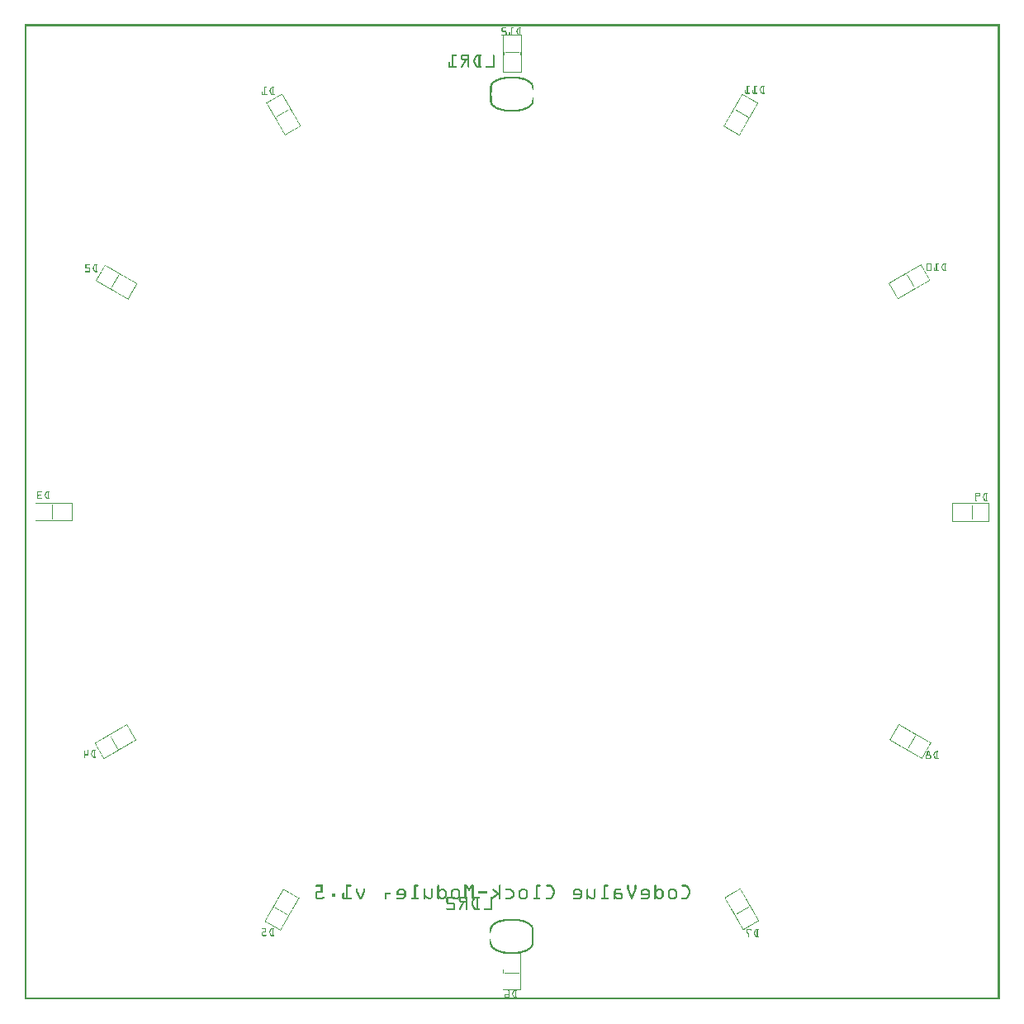
<source format=gbo>
G04 MADE WITH FRITZING*
G04 WWW.FRITZING.ORG*
G04 DOUBLE SIDED*
G04 HOLES PLATED*
G04 CONTOUR ON CENTER OF CONTOUR VECTOR*
%ASAXBY*%
%FSLAX23Y23*%
%MOIN*%
%OFA0B0*%
%SFA1.0B1.0*%
%ADD10R,0.001000X0.001000*%
%LNSILK0*%
G90*
G70*
G54D10*
X0Y3937D02*
X3936Y3937D01*
X0Y3936D02*
X3936Y3936D01*
X0Y3935D02*
X3936Y3935D01*
X0Y3934D02*
X3936Y3934D01*
X0Y3933D02*
X3936Y3933D01*
X0Y3932D02*
X3936Y3932D01*
X0Y3931D02*
X3936Y3931D01*
X0Y3930D02*
X3936Y3930D01*
X0Y3929D02*
X7Y3929D01*
X3929Y3929D02*
X3936Y3929D01*
X0Y3928D02*
X7Y3928D01*
X3929Y3928D02*
X3936Y3928D01*
X0Y3927D02*
X7Y3927D01*
X3929Y3927D02*
X3936Y3927D01*
X0Y3926D02*
X7Y3926D01*
X3929Y3926D02*
X3936Y3926D01*
X0Y3925D02*
X7Y3925D01*
X3929Y3925D02*
X3936Y3925D01*
X0Y3924D02*
X7Y3924D01*
X1928Y3924D02*
X1945Y3924D01*
X1964Y3924D02*
X1975Y3924D01*
X1994Y3924D02*
X2005Y3924D01*
X3929Y3924D02*
X3936Y3924D01*
X0Y3923D02*
X7Y3923D01*
X1927Y3923D02*
X1945Y3923D01*
X1964Y3923D02*
X1976Y3923D01*
X1993Y3923D02*
X2006Y3923D01*
X3929Y3923D02*
X3936Y3923D01*
X0Y3922D02*
X7Y3922D01*
X1926Y3922D02*
X1945Y3922D01*
X1964Y3922D02*
X1975Y3922D01*
X1992Y3922D02*
X2006Y3922D01*
X3929Y3922D02*
X3936Y3922D01*
X0Y3921D02*
X7Y3921D01*
X1926Y3921D02*
X1945Y3921D01*
X1964Y3921D02*
X1975Y3921D01*
X1991Y3921D02*
X2005Y3921D01*
X3929Y3921D02*
X3936Y3921D01*
X0Y3920D02*
X7Y3920D01*
X1926Y3920D02*
X1929Y3920D01*
X1964Y3920D02*
X1967Y3920D01*
X1991Y3920D02*
X1995Y3920D01*
X1998Y3920D02*
X2002Y3920D01*
X3929Y3920D02*
X3936Y3920D01*
X0Y3919D02*
X7Y3919D01*
X1926Y3919D02*
X1929Y3919D01*
X1964Y3919D02*
X1967Y3919D01*
X1990Y3919D02*
X1994Y3919D01*
X1998Y3919D02*
X2002Y3919D01*
X3929Y3919D02*
X3936Y3919D01*
X0Y3918D02*
X7Y3918D01*
X1926Y3918D02*
X1929Y3918D01*
X1964Y3918D02*
X1967Y3918D01*
X1990Y3918D02*
X1993Y3918D01*
X1998Y3918D02*
X2002Y3918D01*
X3929Y3918D02*
X3936Y3918D01*
X0Y3917D02*
X7Y3917D01*
X1926Y3917D02*
X1929Y3917D01*
X1964Y3917D02*
X1967Y3917D01*
X1989Y3917D02*
X1993Y3917D01*
X1998Y3917D02*
X2002Y3917D01*
X3929Y3917D02*
X3936Y3917D01*
X0Y3916D02*
X7Y3916D01*
X1926Y3916D02*
X1929Y3916D01*
X1964Y3916D02*
X1967Y3916D01*
X1989Y3916D02*
X1992Y3916D01*
X1998Y3916D02*
X2002Y3916D01*
X3929Y3916D02*
X3936Y3916D01*
X0Y3915D02*
X7Y3915D01*
X1926Y3915D02*
X1929Y3915D01*
X1964Y3915D02*
X1967Y3915D01*
X1988Y3915D02*
X1992Y3915D01*
X1998Y3915D02*
X2002Y3915D01*
X3929Y3915D02*
X3936Y3915D01*
X0Y3914D02*
X7Y3914D01*
X1926Y3914D02*
X1929Y3914D01*
X1964Y3914D02*
X1967Y3914D01*
X1988Y3914D02*
X1991Y3914D01*
X1998Y3914D02*
X2002Y3914D01*
X3929Y3914D02*
X3936Y3914D01*
X0Y3913D02*
X7Y3913D01*
X1926Y3913D02*
X1929Y3913D01*
X1964Y3913D02*
X1967Y3913D01*
X1987Y3913D02*
X1991Y3913D01*
X1998Y3913D02*
X2002Y3913D01*
X3929Y3913D02*
X3936Y3913D01*
X0Y3912D02*
X7Y3912D01*
X1926Y3912D02*
X1929Y3912D01*
X1964Y3912D02*
X1967Y3912D01*
X1987Y3912D02*
X1990Y3912D01*
X1998Y3912D02*
X2002Y3912D01*
X3929Y3912D02*
X3936Y3912D01*
X0Y3911D02*
X7Y3911D01*
X1926Y3911D02*
X1929Y3911D01*
X1964Y3911D02*
X1967Y3911D01*
X1986Y3911D02*
X1990Y3911D01*
X1998Y3911D02*
X2002Y3911D01*
X3929Y3911D02*
X3936Y3911D01*
X0Y3910D02*
X7Y3910D01*
X1926Y3910D02*
X1943Y3910D01*
X1964Y3910D02*
X1967Y3910D01*
X1986Y3910D02*
X1989Y3910D01*
X1998Y3910D02*
X2002Y3910D01*
X3929Y3910D02*
X3936Y3910D01*
X0Y3909D02*
X7Y3909D01*
X1926Y3909D02*
X1944Y3909D01*
X1964Y3909D02*
X1967Y3909D01*
X1986Y3909D02*
X1989Y3909D01*
X1998Y3909D02*
X2002Y3909D01*
X3929Y3909D02*
X3936Y3909D01*
X0Y3908D02*
X7Y3908D01*
X1927Y3908D02*
X1945Y3908D01*
X1964Y3908D02*
X1967Y3908D01*
X1986Y3908D02*
X1989Y3908D01*
X1998Y3908D02*
X2002Y3908D01*
X3929Y3908D02*
X3936Y3908D01*
X0Y3907D02*
X7Y3907D01*
X1928Y3907D02*
X1945Y3907D01*
X1964Y3907D02*
X1967Y3907D01*
X1986Y3907D02*
X1989Y3907D01*
X1998Y3907D02*
X2002Y3907D01*
X3929Y3907D02*
X3936Y3907D01*
X0Y3906D02*
X7Y3906D01*
X1942Y3906D02*
X1945Y3906D01*
X1956Y3906D02*
X1959Y3906D01*
X1964Y3906D02*
X1967Y3906D01*
X1986Y3906D02*
X1990Y3906D01*
X1998Y3906D02*
X2002Y3906D01*
X3929Y3906D02*
X3936Y3906D01*
X0Y3905D02*
X7Y3905D01*
X1942Y3905D02*
X1946Y3905D01*
X1956Y3905D02*
X1959Y3905D01*
X1964Y3905D02*
X1967Y3905D01*
X1987Y3905D02*
X1990Y3905D01*
X1998Y3905D02*
X2002Y3905D01*
X3929Y3905D02*
X3936Y3905D01*
X0Y3904D02*
X7Y3904D01*
X1942Y3904D02*
X1946Y3904D01*
X1956Y3904D02*
X1959Y3904D01*
X1964Y3904D02*
X1967Y3904D01*
X1987Y3904D02*
X1991Y3904D01*
X1998Y3904D02*
X2002Y3904D01*
X3929Y3904D02*
X3936Y3904D01*
X0Y3903D02*
X7Y3903D01*
X1942Y3903D02*
X1946Y3903D01*
X1956Y3903D02*
X1959Y3903D01*
X1964Y3903D02*
X1967Y3903D01*
X1988Y3903D02*
X1991Y3903D01*
X1998Y3903D02*
X2002Y3903D01*
X3929Y3903D02*
X3936Y3903D01*
X0Y3902D02*
X7Y3902D01*
X1942Y3902D02*
X1946Y3902D01*
X1956Y3902D02*
X1959Y3902D01*
X1964Y3902D02*
X1967Y3902D01*
X1988Y3902D02*
X1992Y3902D01*
X1998Y3902D02*
X2002Y3902D01*
X3929Y3902D02*
X3936Y3902D01*
X0Y3901D02*
X7Y3901D01*
X1942Y3901D02*
X1946Y3901D01*
X1956Y3901D02*
X1959Y3901D01*
X1964Y3901D02*
X1967Y3901D01*
X1989Y3901D02*
X1992Y3901D01*
X1998Y3901D02*
X2002Y3901D01*
X3929Y3901D02*
X3936Y3901D01*
X0Y3900D02*
X7Y3900D01*
X1942Y3900D02*
X1946Y3900D01*
X1956Y3900D02*
X1959Y3900D01*
X1964Y3900D02*
X1967Y3900D01*
X1989Y3900D02*
X1993Y3900D01*
X1998Y3900D02*
X2002Y3900D01*
X3929Y3900D02*
X3936Y3900D01*
X0Y3899D02*
X7Y3899D01*
X1942Y3899D02*
X1946Y3899D01*
X1956Y3899D02*
X1959Y3899D01*
X1964Y3899D02*
X1967Y3899D01*
X1990Y3899D02*
X1993Y3899D01*
X1998Y3899D02*
X2002Y3899D01*
X3929Y3899D02*
X3936Y3899D01*
X0Y3898D02*
X7Y3898D01*
X1942Y3898D02*
X1946Y3898D01*
X1956Y3898D02*
X1959Y3898D01*
X1964Y3898D02*
X1967Y3898D01*
X1990Y3898D02*
X1994Y3898D01*
X1998Y3898D02*
X2002Y3898D01*
X3929Y3898D02*
X3936Y3898D01*
X0Y3897D02*
X7Y3897D01*
X1942Y3897D02*
X1946Y3897D01*
X1956Y3897D02*
X1959Y3897D01*
X1964Y3897D02*
X1967Y3897D01*
X1991Y3897D02*
X1995Y3897D01*
X1998Y3897D02*
X2002Y3897D01*
X3929Y3897D02*
X3936Y3897D01*
X0Y3896D02*
X7Y3896D01*
X1927Y3896D02*
X1946Y3896D01*
X1956Y3896D02*
X1975Y3896D01*
X1991Y3896D02*
X2005Y3896D01*
X3929Y3896D02*
X3936Y3896D01*
X0Y3895D02*
X7Y3895D01*
X1926Y3895D02*
X1946Y3895D01*
X1956Y3895D02*
X1975Y3895D01*
X1992Y3895D02*
X2006Y3895D01*
X3929Y3895D02*
X3936Y3895D01*
X0Y3894D02*
X7Y3894D01*
X1926Y3894D02*
X2006Y3894D01*
X3929Y3894D02*
X3936Y3894D01*
X0Y3893D02*
X7Y3893D01*
X1926Y3893D02*
X2006Y3893D01*
X3929Y3893D02*
X3936Y3893D01*
X0Y3892D02*
X7Y3892D01*
X1933Y3892D02*
X2006Y3892D01*
X3929Y3892D02*
X3936Y3892D01*
X0Y3891D02*
X7Y3891D01*
X1933Y3891D02*
X1934Y3891D01*
X2005Y3891D02*
X2006Y3891D01*
X3929Y3891D02*
X3936Y3891D01*
X0Y3890D02*
X7Y3890D01*
X1933Y3890D02*
X1934Y3890D01*
X2005Y3890D02*
X2006Y3890D01*
X3929Y3890D02*
X3936Y3890D01*
X0Y3889D02*
X7Y3889D01*
X1933Y3889D02*
X1934Y3889D01*
X2005Y3889D02*
X2006Y3889D01*
X3929Y3889D02*
X3936Y3889D01*
X0Y3888D02*
X7Y3888D01*
X1933Y3888D02*
X1934Y3888D01*
X2005Y3888D02*
X2006Y3888D01*
X3929Y3888D02*
X3936Y3888D01*
X0Y3887D02*
X7Y3887D01*
X1933Y3887D02*
X1934Y3887D01*
X2005Y3887D02*
X2006Y3887D01*
X3929Y3887D02*
X3936Y3887D01*
X0Y3886D02*
X7Y3886D01*
X1933Y3886D02*
X1934Y3886D01*
X2005Y3886D02*
X2006Y3886D01*
X3929Y3886D02*
X3936Y3886D01*
X0Y3885D02*
X7Y3885D01*
X1933Y3885D02*
X1934Y3885D01*
X2005Y3885D02*
X2006Y3885D01*
X3929Y3885D02*
X3936Y3885D01*
X0Y3884D02*
X7Y3884D01*
X1933Y3884D02*
X1934Y3884D01*
X2005Y3884D02*
X2006Y3884D01*
X3929Y3884D02*
X3936Y3884D01*
X0Y3883D02*
X7Y3883D01*
X1933Y3883D02*
X1934Y3883D01*
X2005Y3883D02*
X2006Y3883D01*
X3929Y3883D02*
X3936Y3883D01*
X0Y3882D02*
X7Y3882D01*
X1933Y3882D02*
X1934Y3882D01*
X2005Y3882D02*
X2006Y3882D01*
X3929Y3882D02*
X3936Y3882D01*
X0Y3881D02*
X7Y3881D01*
X1933Y3881D02*
X1934Y3881D01*
X2005Y3881D02*
X2006Y3881D01*
X3929Y3881D02*
X3936Y3881D01*
X0Y3880D02*
X7Y3880D01*
X1933Y3880D02*
X1934Y3880D01*
X2005Y3880D02*
X2006Y3880D01*
X3929Y3880D02*
X3936Y3880D01*
X0Y3879D02*
X7Y3879D01*
X1933Y3879D02*
X1934Y3879D01*
X2005Y3879D02*
X2006Y3879D01*
X3929Y3879D02*
X3936Y3879D01*
X0Y3878D02*
X7Y3878D01*
X1933Y3878D02*
X1934Y3878D01*
X2005Y3878D02*
X2006Y3878D01*
X3929Y3878D02*
X3936Y3878D01*
X0Y3877D02*
X7Y3877D01*
X1933Y3877D02*
X1934Y3877D01*
X2005Y3877D02*
X2006Y3877D01*
X3929Y3877D02*
X3936Y3877D01*
X0Y3876D02*
X7Y3876D01*
X1933Y3876D02*
X1934Y3876D01*
X2005Y3876D02*
X2006Y3876D01*
X3929Y3876D02*
X3936Y3876D01*
X0Y3875D02*
X7Y3875D01*
X1933Y3875D02*
X1934Y3875D01*
X2005Y3875D02*
X2006Y3875D01*
X3929Y3875D02*
X3936Y3875D01*
X0Y3874D02*
X7Y3874D01*
X1933Y3874D02*
X1934Y3874D01*
X2005Y3874D02*
X2006Y3874D01*
X3929Y3874D02*
X3936Y3874D01*
X0Y3873D02*
X7Y3873D01*
X1933Y3873D02*
X1934Y3873D01*
X2005Y3873D02*
X2006Y3873D01*
X3929Y3873D02*
X3936Y3873D01*
X0Y3872D02*
X7Y3872D01*
X1933Y3872D02*
X1934Y3872D01*
X2005Y3872D02*
X2006Y3872D01*
X3929Y3872D02*
X3936Y3872D01*
X0Y3871D02*
X7Y3871D01*
X1933Y3871D02*
X1934Y3871D01*
X2005Y3871D02*
X2006Y3871D01*
X3929Y3871D02*
X3936Y3871D01*
X0Y3870D02*
X7Y3870D01*
X1933Y3870D02*
X1934Y3870D01*
X2005Y3870D02*
X2006Y3870D01*
X3929Y3870D02*
X3936Y3870D01*
X0Y3869D02*
X7Y3869D01*
X1933Y3869D02*
X1934Y3869D01*
X2005Y3869D02*
X2006Y3869D01*
X3929Y3869D02*
X3936Y3869D01*
X0Y3868D02*
X7Y3868D01*
X1933Y3868D02*
X1934Y3868D01*
X2005Y3868D02*
X2006Y3868D01*
X3929Y3868D02*
X3936Y3868D01*
X0Y3867D02*
X7Y3867D01*
X1933Y3867D02*
X1934Y3867D01*
X2005Y3867D02*
X2006Y3867D01*
X3929Y3867D02*
X3936Y3867D01*
X0Y3866D02*
X7Y3866D01*
X1933Y3866D02*
X1934Y3866D01*
X2005Y3866D02*
X2006Y3866D01*
X3929Y3866D02*
X3936Y3866D01*
X0Y3865D02*
X7Y3865D01*
X1933Y3865D02*
X1934Y3865D01*
X2005Y3865D02*
X2006Y3865D01*
X3929Y3865D02*
X3936Y3865D01*
X0Y3864D02*
X7Y3864D01*
X1933Y3864D02*
X1934Y3864D01*
X2005Y3864D02*
X2006Y3864D01*
X3929Y3864D02*
X3936Y3864D01*
X0Y3863D02*
X7Y3863D01*
X1933Y3863D02*
X1934Y3863D01*
X2005Y3863D02*
X2006Y3863D01*
X3929Y3863D02*
X3936Y3863D01*
X0Y3862D02*
X7Y3862D01*
X1933Y3862D02*
X1934Y3862D01*
X2005Y3862D02*
X2006Y3862D01*
X3929Y3862D02*
X3936Y3862D01*
X0Y3861D02*
X7Y3861D01*
X1933Y3861D02*
X1934Y3861D01*
X2005Y3861D02*
X2006Y3861D01*
X3929Y3861D02*
X3936Y3861D01*
X0Y3860D02*
X7Y3860D01*
X1933Y3860D02*
X1934Y3860D01*
X2005Y3860D02*
X2006Y3860D01*
X3929Y3860D02*
X3936Y3860D01*
X0Y3859D02*
X7Y3859D01*
X1933Y3859D02*
X1934Y3859D01*
X2005Y3859D02*
X2006Y3859D01*
X3929Y3859D02*
X3936Y3859D01*
X0Y3858D02*
X7Y3858D01*
X1933Y3858D02*
X1934Y3858D01*
X2005Y3858D02*
X2006Y3858D01*
X3929Y3858D02*
X3936Y3858D01*
X0Y3857D02*
X7Y3857D01*
X1933Y3857D02*
X1934Y3857D01*
X2005Y3857D02*
X2006Y3857D01*
X3929Y3857D02*
X3936Y3857D01*
X0Y3856D02*
X7Y3856D01*
X1933Y3856D02*
X1934Y3856D01*
X2005Y3856D02*
X2006Y3856D01*
X3929Y3856D02*
X3936Y3856D01*
X0Y3855D02*
X7Y3855D01*
X1933Y3855D02*
X1934Y3855D01*
X2005Y3855D02*
X2006Y3855D01*
X3929Y3855D02*
X3936Y3855D01*
X0Y3854D02*
X7Y3854D01*
X1933Y3854D02*
X1934Y3854D01*
X2005Y3854D02*
X2006Y3854D01*
X3929Y3854D02*
X3936Y3854D01*
X0Y3853D02*
X7Y3853D01*
X1933Y3853D02*
X1934Y3853D01*
X2005Y3853D02*
X2006Y3853D01*
X3929Y3853D02*
X3936Y3853D01*
X0Y3852D02*
X7Y3852D01*
X1933Y3852D02*
X1934Y3852D01*
X2005Y3852D02*
X2006Y3852D01*
X3929Y3852D02*
X3936Y3852D01*
X0Y3851D02*
X7Y3851D01*
X1933Y3851D02*
X1934Y3851D01*
X2005Y3851D02*
X2006Y3851D01*
X3929Y3851D02*
X3936Y3851D01*
X0Y3850D02*
X7Y3850D01*
X1933Y3850D02*
X1934Y3850D01*
X2005Y3850D02*
X2006Y3850D01*
X3929Y3850D02*
X3936Y3850D01*
X0Y3849D02*
X7Y3849D01*
X1933Y3849D02*
X1934Y3849D01*
X2005Y3849D02*
X2006Y3849D01*
X3929Y3849D02*
X3936Y3849D01*
X0Y3848D02*
X7Y3848D01*
X1933Y3848D02*
X1934Y3848D01*
X2005Y3848D02*
X2006Y3848D01*
X3929Y3848D02*
X3936Y3848D01*
X0Y3847D02*
X7Y3847D01*
X1933Y3847D02*
X1934Y3847D01*
X2005Y3847D02*
X2006Y3847D01*
X3929Y3847D02*
X3936Y3847D01*
X0Y3846D02*
X7Y3846D01*
X1933Y3846D02*
X1934Y3846D01*
X2005Y3846D02*
X2006Y3846D01*
X3929Y3846D02*
X3936Y3846D01*
X0Y3845D02*
X7Y3845D01*
X1933Y3845D02*
X1934Y3845D01*
X2005Y3845D02*
X2006Y3845D01*
X3929Y3845D02*
X3936Y3845D01*
X0Y3844D02*
X7Y3844D01*
X1933Y3844D02*
X1934Y3844D01*
X2005Y3844D02*
X2006Y3844D01*
X3929Y3844D02*
X3936Y3844D01*
X0Y3843D02*
X7Y3843D01*
X1933Y3843D02*
X1934Y3843D01*
X2005Y3843D02*
X2006Y3843D01*
X3929Y3843D02*
X3936Y3843D01*
X0Y3842D02*
X7Y3842D01*
X1933Y3842D02*
X1934Y3842D01*
X2005Y3842D02*
X2006Y3842D01*
X3929Y3842D02*
X3936Y3842D01*
X0Y3841D02*
X7Y3841D01*
X1933Y3841D02*
X1934Y3841D01*
X2005Y3841D02*
X2006Y3841D01*
X3929Y3841D02*
X3936Y3841D01*
X0Y3840D02*
X7Y3840D01*
X1933Y3840D02*
X1934Y3840D01*
X2005Y3840D02*
X2006Y3840D01*
X3929Y3840D02*
X3936Y3840D01*
X0Y3839D02*
X7Y3839D01*
X1933Y3839D02*
X1934Y3839D01*
X2005Y3839D02*
X2006Y3839D01*
X3929Y3839D02*
X3936Y3839D01*
X0Y3838D02*
X7Y3838D01*
X1933Y3838D02*
X1934Y3838D01*
X2005Y3838D02*
X2006Y3838D01*
X3929Y3838D02*
X3936Y3838D01*
X0Y3837D02*
X7Y3837D01*
X1933Y3837D02*
X1934Y3837D01*
X2005Y3837D02*
X2006Y3837D01*
X3929Y3837D02*
X3936Y3837D01*
X0Y3836D02*
X7Y3836D01*
X1933Y3836D02*
X1934Y3836D01*
X2005Y3836D02*
X2006Y3836D01*
X3929Y3836D02*
X3936Y3836D01*
X0Y3835D02*
X7Y3835D01*
X1933Y3835D02*
X1934Y3835D01*
X2005Y3835D02*
X2006Y3835D01*
X3929Y3835D02*
X3936Y3835D01*
X0Y3834D02*
X7Y3834D01*
X1933Y3834D02*
X1934Y3834D01*
X2005Y3834D02*
X2006Y3834D01*
X3929Y3834D02*
X3936Y3834D01*
X0Y3833D02*
X7Y3833D01*
X1933Y3833D02*
X1934Y3833D01*
X2005Y3833D02*
X2006Y3833D01*
X3929Y3833D02*
X3936Y3833D01*
X0Y3832D02*
X7Y3832D01*
X1933Y3832D02*
X1934Y3832D01*
X2005Y3832D02*
X2006Y3832D01*
X3929Y3832D02*
X3936Y3832D01*
X0Y3831D02*
X7Y3831D01*
X1933Y3831D02*
X1934Y3831D01*
X2005Y3831D02*
X2006Y3831D01*
X3929Y3831D02*
X3936Y3831D01*
X0Y3830D02*
X7Y3830D01*
X1933Y3830D02*
X1934Y3830D01*
X2005Y3830D02*
X2006Y3830D01*
X3929Y3830D02*
X3936Y3830D01*
X0Y3829D02*
X7Y3829D01*
X1933Y3829D02*
X1934Y3829D01*
X2005Y3829D02*
X2006Y3829D01*
X3929Y3829D02*
X3936Y3829D01*
X0Y3828D02*
X7Y3828D01*
X1933Y3828D02*
X1934Y3828D01*
X2005Y3828D02*
X2006Y3828D01*
X3929Y3828D02*
X3936Y3828D01*
X0Y3827D02*
X7Y3827D01*
X1933Y3827D02*
X1934Y3827D01*
X2005Y3827D02*
X2006Y3827D01*
X3929Y3827D02*
X3936Y3827D01*
X0Y3826D02*
X7Y3826D01*
X1933Y3826D02*
X1936Y3826D01*
X1940Y3826D02*
X1998Y3826D01*
X2003Y3826D02*
X2006Y3826D01*
X3929Y3826D02*
X3936Y3826D01*
X0Y3825D02*
X7Y3825D01*
X1933Y3825D02*
X1936Y3825D01*
X1940Y3825D02*
X1998Y3825D01*
X2003Y3825D02*
X2006Y3825D01*
X3929Y3825D02*
X3936Y3825D01*
X0Y3824D02*
X7Y3824D01*
X1933Y3824D02*
X1936Y3824D01*
X1940Y3824D02*
X1998Y3824D01*
X2003Y3824D02*
X2006Y3824D01*
X3929Y3824D02*
X3936Y3824D01*
X0Y3823D02*
X7Y3823D01*
X1933Y3823D02*
X1936Y3823D01*
X2003Y3823D02*
X2006Y3823D01*
X3929Y3823D02*
X3936Y3823D01*
X0Y3822D02*
X7Y3822D01*
X1933Y3822D02*
X1936Y3822D01*
X2003Y3822D02*
X2006Y3822D01*
X3929Y3822D02*
X3936Y3822D01*
X0Y3821D02*
X7Y3821D01*
X1933Y3821D02*
X1936Y3821D01*
X2003Y3821D02*
X2006Y3821D01*
X3929Y3821D02*
X3936Y3821D01*
X0Y3820D02*
X7Y3820D01*
X1933Y3820D02*
X1936Y3820D01*
X2003Y3820D02*
X2006Y3820D01*
X3929Y3820D02*
X3936Y3820D01*
X0Y3819D02*
X7Y3819D01*
X1933Y3819D02*
X1936Y3819D01*
X2003Y3819D02*
X2006Y3819D01*
X3929Y3819D02*
X3936Y3819D01*
X0Y3818D02*
X7Y3818D01*
X1933Y3818D02*
X1936Y3818D01*
X2003Y3818D02*
X2006Y3818D01*
X3929Y3818D02*
X3936Y3818D01*
X0Y3817D02*
X7Y3817D01*
X1933Y3817D02*
X1936Y3817D01*
X2003Y3817D02*
X2006Y3817D01*
X3929Y3817D02*
X3936Y3817D01*
X0Y3816D02*
X7Y3816D01*
X1933Y3816D02*
X1936Y3816D01*
X2003Y3816D02*
X2006Y3816D01*
X3929Y3816D02*
X3936Y3816D01*
X0Y3815D02*
X7Y3815D01*
X1725Y3815D02*
X1744Y3815D01*
X1768Y3815D02*
X1795Y3815D01*
X1826Y3815D02*
X1844Y3815D01*
X1891Y3815D02*
X1894Y3815D01*
X1933Y3815D02*
X1936Y3815D01*
X2003Y3815D02*
X2006Y3815D01*
X3929Y3815D02*
X3936Y3815D01*
X0Y3814D02*
X7Y3814D01*
X1725Y3814D02*
X1745Y3814D01*
X1766Y3814D02*
X1795Y3814D01*
X1824Y3814D02*
X1845Y3814D01*
X1890Y3814D02*
X1895Y3814D01*
X1933Y3814D02*
X1936Y3814D01*
X2003Y3814D02*
X2006Y3814D01*
X3929Y3814D02*
X3936Y3814D01*
X0Y3813D02*
X7Y3813D01*
X1725Y3813D02*
X1745Y3813D01*
X1765Y3813D02*
X1795Y3813D01*
X1823Y3813D02*
X1845Y3813D01*
X1890Y3813D02*
X1896Y3813D01*
X1933Y3813D02*
X1936Y3813D01*
X2003Y3813D02*
X2006Y3813D01*
X3929Y3813D02*
X3936Y3813D01*
X0Y3812D02*
X7Y3812D01*
X1725Y3812D02*
X1745Y3812D01*
X1764Y3812D02*
X1795Y3812D01*
X1822Y3812D02*
X1845Y3812D01*
X1890Y3812D02*
X1896Y3812D01*
X1933Y3812D02*
X1936Y3812D01*
X2003Y3812D02*
X2006Y3812D01*
X3929Y3812D02*
X3936Y3812D01*
X0Y3811D02*
X7Y3811D01*
X1725Y3811D02*
X1745Y3811D01*
X1763Y3811D02*
X1795Y3811D01*
X1821Y3811D02*
X1845Y3811D01*
X1890Y3811D02*
X1896Y3811D01*
X1933Y3811D02*
X1936Y3811D01*
X2003Y3811D02*
X2006Y3811D01*
X3929Y3811D02*
X3936Y3811D01*
X0Y3810D02*
X7Y3810D01*
X1725Y3810D02*
X1744Y3810D01*
X1763Y3810D02*
X1795Y3810D01*
X1821Y3810D02*
X1844Y3810D01*
X1890Y3810D02*
X1896Y3810D01*
X1933Y3810D02*
X1934Y3810D01*
X2005Y3810D02*
X2006Y3810D01*
X3929Y3810D02*
X3936Y3810D01*
X0Y3809D02*
X7Y3809D01*
X1725Y3809D02*
X1742Y3809D01*
X1762Y3809D02*
X1795Y3809D01*
X1820Y3809D02*
X1842Y3809D01*
X1890Y3809D02*
X1896Y3809D01*
X1933Y3809D02*
X1934Y3809D01*
X2005Y3809D02*
X2006Y3809D01*
X3929Y3809D02*
X3936Y3809D01*
X0Y3808D02*
X7Y3808D01*
X1725Y3808D02*
X1731Y3808D01*
X1762Y3808D02*
X1769Y3808D01*
X1789Y3808D02*
X1795Y3808D01*
X1820Y3808D02*
X1827Y3808D01*
X1833Y3808D02*
X1839Y3808D01*
X1890Y3808D02*
X1896Y3808D01*
X1933Y3808D02*
X1934Y3808D01*
X2005Y3808D02*
X2006Y3808D01*
X3929Y3808D02*
X3936Y3808D01*
X0Y3807D02*
X7Y3807D01*
X1725Y3807D02*
X1731Y3807D01*
X1762Y3807D02*
X1768Y3807D01*
X1789Y3807D02*
X1795Y3807D01*
X1819Y3807D02*
X1826Y3807D01*
X1833Y3807D02*
X1839Y3807D01*
X1890Y3807D02*
X1896Y3807D01*
X1933Y3807D02*
X1934Y3807D01*
X2005Y3807D02*
X2006Y3807D01*
X3929Y3807D02*
X3936Y3807D01*
X0Y3806D02*
X7Y3806D01*
X1725Y3806D02*
X1731Y3806D01*
X1762Y3806D02*
X1768Y3806D01*
X1789Y3806D02*
X1795Y3806D01*
X1819Y3806D02*
X1825Y3806D01*
X1833Y3806D02*
X1839Y3806D01*
X1890Y3806D02*
X1896Y3806D01*
X1933Y3806D02*
X1934Y3806D01*
X2005Y3806D02*
X2006Y3806D01*
X3929Y3806D02*
X3936Y3806D01*
X0Y3805D02*
X7Y3805D01*
X1725Y3805D02*
X1731Y3805D01*
X1762Y3805D02*
X1768Y3805D01*
X1789Y3805D02*
X1795Y3805D01*
X1818Y3805D02*
X1825Y3805D01*
X1833Y3805D02*
X1839Y3805D01*
X1890Y3805D02*
X1896Y3805D01*
X1933Y3805D02*
X1934Y3805D01*
X2005Y3805D02*
X2006Y3805D01*
X3929Y3805D02*
X3936Y3805D01*
X0Y3804D02*
X7Y3804D01*
X1725Y3804D02*
X1731Y3804D01*
X1762Y3804D02*
X1768Y3804D01*
X1789Y3804D02*
X1795Y3804D01*
X1818Y3804D02*
X1824Y3804D01*
X1833Y3804D02*
X1839Y3804D01*
X1890Y3804D02*
X1896Y3804D01*
X1933Y3804D02*
X1934Y3804D01*
X2005Y3804D02*
X2006Y3804D01*
X3929Y3804D02*
X3936Y3804D01*
X0Y3803D02*
X7Y3803D01*
X1725Y3803D02*
X1731Y3803D01*
X1762Y3803D02*
X1768Y3803D01*
X1789Y3803D02*
X1795Y3803D01*
X1817Y3803D02*
X1824Y3803D01*
X1833Y3803D02*
X1839Y3803D01*
X1890Y3803D02*
X1896Y3803D01*
X1933Y3803D02*
X1934Y3803D01*
X2005Y3803D02*
X2006Y3803D01*
X3929Y3803D02*
X3936Y3803D01*
X0Y3802D02*
X7Y3802D01*
X1725Y3802D02*
X1731Y3802D01*
X1762Y3802D02*
X1768Y3802D01*
X1789Y3802D02*
X1795Y3802D01*
X1817Y3802D02*
X1823Y3802D01*
X1833Y3802D02*
X1839Y3802D01*
X1890Y3802D02*
X1896Y3802D01*
X1933Y3802D02*
X1934Y3802D01*
X2005Y3802D02*
X2006Y3802D01*
X3929Y3802D02*
X3936Y3802D01*
X0Y3801D02*
X7Y3801D01*
X1725Y3801D02*
X1731Y3801D01*
X1762Y3801D02*
X1768Y3801D01*
X1789Y3801D02*
X1795Y3801D01*
X1816Y3801D02*
X1823Y3801D01*
X1833Y3801D02*
X1839Y3801D01*
X1890Y3801D02*
X1896Y3801D01*
X1933Y3801D02*
X1934Y3801D01*
X2005Y3801D02*
X2006Y3801D01*
X3929Y3801D02*
X3936Y3801D01*
X0Y3800D02*
X7Y3800D01*
X1725Y3800D02*
X1731Y3800D01*
X1762Y3800D02*
X1768Y3800D01*
X1789Y3800D02*
X1795Y3800D01*
X1816Y3800D02*
X1822Y3800D01*
X1833Y3800D02*
X1839Y3800D01*
X1890Y3800D02*
X1896Y3800D01*
X1933Y3800D02*
X1934Y3800D01*
X2005Y3800D02*
X2006Y3800D01*
X3929Y3800D02*
X3936Y3800D01*
X0Y3799D02*
X7Y3799D01*
X1725Y3799D02*
X1731Y3799D01*
X1762Y3799D02*
X1769Y3799D01*
X1789Y3799D02*
X1795Y3799D01*
X1815Y3799D02*
X1822Y3799D01*
X1833Y3799D02*
X1839Y3799D01*
X1890Y3799D02*
X1896Y3799D01*
X1933Y3799D02*
X1934Y3799D01*
X2005Y3799D02*
X2006Y3799D01*
X3929Y3799D02*
X3936Y3799D01*
X0Y3798D02*
X7Y3798D01*
X1725Y3798D02*
X1731Y3798D01*
X1762Y3798D02*
X1795Y3798D01*
X1815Y3798D02*
X1821Y3798D01*
X1833Y3798D02*
X1839Y3798D01*
X1890Y3798D02*
X1896Y3798D01*
X1933Y3798D02*
X1934Y3798D01*
X2005Y3798D02*
X2006Y3798D01*
X3929Y3798D02*
X3936Y3798D01*
X0Y3797D02*
X7Y3797D01*
X1725Y3797D02*
X1731Y3797D01*
X1763Y3797D02*
X1795Y3797D01*
X1814Y3797D02*
X1821Y3797D01*
X1833Y3797D02*
X1839Y3797D01*
X1890Y3797D02*
X1896Y3797D01*
X1933Y3797D02*
X1934Y3797D01*
X2005Y3797D02*
X2006Y3797D01*
X3929Y3797D02*
X3936Y3797D01*
X0Y3796D02*
X7Y3796D01*
X1725Y3796D02*
X1731Y3796D01*
X1763Y3796D02*
X1795Y3796D01*
X1814Y3796D02*
X1820Y3796D01*
X1833Y3796D02*
X1839Y3796D01*
X1890Y3796D02*
X1896Y3796D01*
X1933Y3796D02*
X1934Y3796D01*
X2005Y3796D02*
X2006Y3796D01*
X3929Y3796D02*
X3936Y3796D01*
X0Y3795D02*
X7Y3795D01*
X1725Y3795D02*
X1731Y3795D01*
X1764Y3795D02*
X1795Y3795D01*
X1813Y3795D02*
X1820Y3795D01*
X1833Y3795D02*
X1839Y3795D01*
X1890Y3795D02*
X1896Y3795D01*
X1933Y3795D02*
X1934Y3795D01*
X2005Y3795D02*
X2006Y3795D01*
X3929Y3795D02*
X3936Y3795D01*
X0Y3794D02*
X7Y3794D01*
X1725Y3794D02*
X1731Y3794D01*
X1765Y3794D02*
X1795Y3794D01*
X1813Y3794D02*
X1819Y3794D01*
X1833Y3794D02*
X1839Y3794D01*
X1890Y3794D02*
X1896Y3794D01*
X1933Y3794D02*
X1934Y3794D01*
X2005Y3794D02*
X2006Y3794D01*
X3929Y3794D02*
X3936Y3794D01*
X0Y3793D02*
X7Y3793D01*
X1725Y3793D02*
X1731Y3793D01*
X1766Y3793D02*
X1795Y3793D01*
X1812Y3793D02*
X1819Y3793D01*
X1833Y3793D02*
X1839Y3793D01*
X1890Y3793D02*
X1896Y3793D01*
X1933Y3793D02*
X1934Y3793D01*
X2005Y3793D02*
X2006Y3793D01*
X3929Y3793D02*
X3936Y3793D01*
X0Y3792D02*
X7Y3792D01*
X1725Y3792D02*
X1731Y3792D01*
X1768Y3792D02*
X1795Y3792D01*
X1812Y3792D02*
X1819Y3792D01*
X1833Y3792D02*
X1839Y3792D01*
X1890Y3792D02*
X1896Y3792D01*
X1933Y3792D02*
X1934Y3792D01*
X2005Y3792D02*
X2006Y3792D01*
X3929Y3792D02*
X3936Y3792D01*
X0Y3791D02*
X7Y3791D01*
X1725Y3791D02*
X1731Y3791D01*
X1776Y3791D02*
X1783Y3791D01*
X1789Y3791D02*
X1795Y3791D01*
X1812Y3791D02*
X1818Y3791D01*
X1833Y3791D02*
X1839Y3791D01*
X1890Y3791D02*
X1896Y3791D01*
X1933Y3791D02*
X1934Y3791D01*
X2005Y3791D02*
X2006Y3791D01*
X3929Y3791D02*
X3936Y3791D01*
X0Y3790D02*
X7Y3790D01*
X1725Y3790D02*
X1731Y3790D01*
X1776Y3790D02*
X1783Y3790D01*
X1789Y3790D02*
X1795Y3790D01*
X1812Y3790D02*
X1818Y3790D01*
X1833Y3790D02*
X1839Y3790D01*
X1890Y3790D02*
X1896Y3790D01*
X1933Y3790D02*
X1934Y3790D01*
X2005Y3790D02*
X2006Y3790D01*
X3929Y3790D02*
X3936Y3790D01*
X0Y3789D02*
X7Y3789D01*
X1725Y3789D02*
X1731Y3789D01*
X1775Y3789D02*
X1782Y3789D01*
X1789Y3789D02*
X1795Y3789D01*
X1812Y3789D02*
X1818Y3789D01*
X1833Y3789D02*
X1839Y3789D01*
X1890Y3789D02*
X1896Y3789D01*
X1933Y3789D02*
X1934Y3789D01*
X2005Y3789D02*
X2006Y3789D01*
X3929Y3789D02*
X3936Y3789D01*
X0Y3788D02*
X7Y3788D01*
X1725Y3788D02*
X1731Y3788D01*
X1774Y3788D02*
X1782Y3788D01*
X1789Y3788D02*
X1795Y3788D01*
X1812Y3788D02*
X1818Y3788D01*
X1833Y3788D02*
X1839Y3788D01*
X1890Y3788D02*
X1896Y3788D01*
X1933Y3788D02*
X1934Y3788D01*
X2005Y3788D02*
X2006Y3788D01*
X3929Y3788D02*
X3936Y3788D01*
X0Y3787D02*
X7Y3787D01*
X1725Y3787D02*
X1731Y3787D01*
X1774Y3787D02*
X1781Y3787D01*
X1789Y3787D02*
X1795Y3787D01*
X1812Y3787D02*
X1818Y3787D01*
X1833Y3787D02*
X1839Y3787D01*
X1890Y3787D02*
X1896Y3787D01*
X1933Y3787D02*
X1934Y3787D01*
X2005Y3787D02*
X2006Y3787D01*
X3929Y3787D02*
X3936Y3787D01*
X0Y3786D02*
X7Y3786D01*
X1713Y3786D02*
X1716Y3786D01*
X1725Y3786D02*
X1731Y3786D01*
X1773Y3786D02*
X1780Y3786D01*
X1789Y3786D02*
X1795Y3786D01*
X1812Y3786D02*
X1818Y3786D01*
X1833Y3786D02*
X1839Y3786D01*
X1890Y3786D02*
X1896Y3786D01*
X1933Y3786D02*
X1934Y3786D01*
X2005Y3786D02*
X2006Y3786D01*
X3929Y3786D02*
X3936Y3786D01*
X0Y3785D02*
X7Y3785D01*
X1712Y3785D02*
X1717Y3785D01*
X1725Y3785D02*
X1731Y3785D01*
X1773Y3785D02*
X1780Y3785D01*
X1789Y3785D02*
X1795Y3785D01*
X1812Y3785D02*
X1819Y3785D01*
X1833Y3785D02*
X1839Y3785D01*
X1890Y3785D02*
X1896Y3785D01*
X1933Y3785D02*
X1934Y3785D01*
X2005Y3785D02*
X2006Y3785D01*
X3929Y3785D02*
X3936Y3785D01*
X0Y3784D02*
X7Y3784D01*
X1712Y3784D02*
X1717Y3784D01*
X1725Y3784D02*
X1731Y3784D01*
X1772Y3784D02*
X1779Y3784D01*
X1789Y3784D02*
X1795Y3784D01*
X1813Y3784D02*
X1819Y3784D01*
X1833Y3784D02*
X1839Y3784D01*
X1890Y3784D02*
X1896Y3784D01*
X1933Y3784D02*
X1934Y3784D01*
X2005Y3784D02*
X2006Y3784D01*
X3929Y3784D02*
X3936Y3784D01*
X0Y3783D02*
X7Y3783D01*
X1711Y3783D02*
X1717Y3783D01*
X1725Y3783D02*
X1731Y3783D01*
X1771Y3783D02*
X1779Y3783D01*
X1789Y3783D02*
X1795Y3783D01*
X1813Y3783D02*
X1820Y3783D01*
X1833Y3783D02*
X1839Y3783D01*
X1890Y3783D02*
X1896Y3783D01*
X1933Y3783D02*
X1934Y3783D01*
X2005Y3783D02*
X2006Y3783D01*
X3929Y3783D02*
X3936Y3783D01*
X0Y3782D02*
X7Y3782D01*
X1711Y3782D02*
X1717Y3782D01*
X1725Y3782D02*
X1731Y3782D01*
X1771Y3782D02*
X1778Y3782D01*
X1789Y3782D02*
X1795Y3782D01*
X1813Y3782D02*
X1820Y3782D01*
X1833Y3782D02*
X1839Y3782D01*
X1890Y3782D02*
X1896Y3782D01*
X1933Y3782D02*
X1934Y3782D01*
X2005Y3782D02*
X2006Y3782D01*
X3929Y3782D02*
X3936Y3782D01*
X0Y3781D02*
X7Y3781D01*
X1711Y3781D02*
X1717Y3781D01*
X1725Y3781D02*
X1731Y3781D01*
X1770Y3781D02*
X1777Y3781D01*
X1789Y3781D02*
X1795Y3781D01*
X1814Y3781D02*
X1821Y3781D01*
X1833Y3781D02*
X1839Y3781D01*
X1890Y3781D02*
X1896Y3781D01*
X1933Y3781D02*
X1934Y3781D01*
X2005Y3781D02*
X2006Y3781D01*
X3929Y3781D02*
X3936Y3781D01*
X0Y3780D02*
X7Y3780D01*
X1711Y3780D02*
X1717Y3780D01*
X1725Y3780D02*
X1731Y3780D01*
X1770Y3780D02*
X1777Y3780D01*
X1789Y3780D02*
X1795Y3780D01*
X1814Y3780D02*
X1821Y3780D01*
X1833Y3780D02*
X1839Y3780D01*
X1890Y3780D02*
X1896Y3780D01*
X1933Y3780D02*
X1934Y3780D01*
X2005Y3780D02*
X2006Y3780D01*
X3929Y3780D02*
X3936Y3780D01*
X0Y3779D02*
X7Y3779D01*
X1711Y3779D02*
X1717Y3779D01*
X1725Y3779D02*
X1731Y3779D01*
X1769Y3779D02*
X1776Y3779D01*
X1789Y3779D02*
X1795Y3779D01*
X1815Y3779D02*
X1822Y3779D01*
X1833Y3779D02*
X1839Y3779D01*
X1890Y3779D02*
X1896Y3779D01*
X1933Y3779D02*
X1934Y3779D01*
X2005Y3779D02*
X2006Y3779D01*
X3929Y3779D02*
X3936Y3779D01*
X0Y3778D02*
X7Y3778D01*
X1711Y3778D02*
X1717Y3778D01*
X1725Y3778D02*
X1731Y3778D01*
X1769Y3778D02*
X1776Y3778D01*
X1789Y3778D02*
X1795Y3778D01*
X1815Y3778D02*
X1822Y3778D01*
X1833Y3778D02*
X1839Y3778D01*
X1890Y3778D02*
X1896Y3778D01*
X1933Y3778D02*
X1934Y3778D01*
X2005Y3778D02*
X2006Y3778D01*
X3929Y3778D02*
X3936Y3778D01*
X0Y3777D02*
X7Y3777D01*
X1711Y3777D02*
X1717Y3777D01*
X1725Y3777D02*
X1731Y3777D01*
X1768Y3777D02*
X1775Y3777D01*
X1789Y3777D02*
X1795Y3777D01*
X1816Y3777D02*
X1823Y3777D01*
X1833Y3777D02*
X1839Y3777D01*
X1890Y3777D02*
X1896Y3777D01*
X1933Y3777D02*
X1934Y3777D01*
X2005Y3777D02*
X2006Y3777D01*
X3929Y3777D02*
X3936Y3777D01*
X0Y3776D02*
X7Y3776D01*
X1711Y3776D02*
X1717Y3776D01*
X1725Y3776D02*
X1731Y3776D01*
X1767Y3776D02*
X1775Y3776D01*
X1789Y3776D02*
X1795Y3776D01*
X1816Y3776D02*
X1823Y3776D01*
X1833Y3776D02*
X1839Y3776D01*
X1890Y3776D02*
X1896Y3776D01*
X1933Y3776D02*
X1934Y3776D01*
X2005Y3776D02*
X2006Y3776D01*
X3929Y3776D02*
X3936Y3776D01*
X0Y3775D02*
X7Y3775D01*
X1711Y3775D02*
X1717Y3775D01*
X1725Y3775D02*
X1731Y3775D01*
X1767Y3775D02*
X1774Y3775D01*
X1789Y3775D02*
X1795Y3775D01*
X1817Y3775D02*
X1824Y3775D01*
X1833Y3775D02*
X1839Y3775D01*
X1890Y3775D02*
X1896Y3775D01*
X1933Y3775D02*
X1934Y3775D01*
X2005Y3775D02*
X2006Y3775D01*
X3929Y3775D02*
X3936Y3775D01*
X0Y3774D02*
X7Y3774D01*
X1711Y3774D02*
X1717Y3774D01*
X1725Y3774D02*
X1731Y3774D01*
X1766Y3774D02*
X1773Y3774D01*
X1789Y3774D02*
X1795Y3774D01*
X1817Y3774D02*
X1824Y3774D01*
X1833Y3774D02*
X1839Y3774D01*
X1890Y3774D02*
X1896Y3774D01*
X1933Y3774D02*
X1934Y3774D01*
X2005Y3774D02*
X2006Y3774D01*
X3929Y3774D02*
X3936Y3774D01*
X0Y3773D02*
X7Y3773D01*
X1711Y3773D02*
X1717Y3773D01*
X1725Y3773D02*
X1731Y3773D01*
X1766Y3773D02*
X1773Y3773D01*
X1789Y3773D02*
X1795Y3773D01*
X1818Y3773D02*
X1825Y3773D01*
X1833Y3773D02*
X1839Y3773D01*
X1890Y3773D02*
X1896Y3773D01*
X1933Y3773D02*
X1934Y3773D01*
X2005Y3773D02*
X2006Y3773D01*
X3929Y3773D02*
X3936Y3773D01*
X0Y3772D02*
X7Y3772D01*
X1711Y3772D02*
X1717Y3772D01*
X1725Y3772D02*
X1731Y3772D01*
X1765Y3772D02*
X1772Y3772D01*
X1789Y3772D02*
X1795Y3772D01*
X1818Y3772D02*
X1825Y3772D01*
X1833Y3772D02*
X1839Y3772D01*
X1890Y3772D02*
X1896Y3772D01*
X1933Y3772D02*
X1934Y3772D01*
X2005Y3772D02*
X2006Y3772D01*
X3929Y3772D02*
X3936Y3772D01*
X0Y3771D02*
X7Y3771D01*
X1711Y3771D02*
X1717Y3771D01*
X1725Y3771D02*
X1731Y3771D01*
X1764Y3771D02*
X1772Y3771D01*
X1789Y3771D02*
X1795Y3771D01*
X1819Y3771D02*
X1826Y3771D01*
X1833Y3771D02*
X1839Y3771D01*
X1890Y3771D02*
X1896Y3771D01*
X1933Y3771D02*
X1934Y3771D01*
X2005Y3771D02*
X2006Y3771D01*
X3929Y3771D02*
X3936Y3771D01*
X0Y3770D02*
X7Y3770D01*
X1711Y3770D02*
X1717Y3770D01*
X1725Y3770D02*
X1731Y3770D01*
X1764Y3770D02*
X1771Y3770D01*
X1789Y3770D02*
X1795Y3770D01*
X1819Y3770D02*
X1826Y3770D01*
X1833Y3770D02*
X1839Y3770D01*
X1890Y3770D02*
X1896Y3770D01*
X1933Y3770D02*
X1934Y3770D01*
X2005Y3770D02*
X2006Y3770D01*
X3929Y3770D02*
X3936Y3770D01*
X0Y3769D02*
X7Y3769D01*
X1711Y3769D02*
X1718Y3769D01*
X1725Y3769D02*
X1731Y3769D01*
X1763Y3769D02*
X1770Y3769D01*
X1789Y3769D02*
X1795Y3769D01*
X1820Y3769D02*
X1828Y3769D01*
X1832Y3769D02*
X1839Y3769D01*
X1889Y3769D02*
X1896Y3769D01*
X1933Y3769D02*
X1934Y3769D01*
X2005Y3769D02*
X2006Y3769D01*
X3929Y3769D02*
X3936Y3769D01*
X0Y3768D02*
X7Y3768D01*
X1711Y3768D02*
X1744Y3768D01*
X1763Y3768D02*
X1770Y3768D01*
X1789Y3768D02*
X1795Y3768D01*
X1820Y3768D02*
X1844Y3768D01*
X1863Y3768D02*
X1896Y3768D01*
X1933Y3768D02*
X1934Y3768D01*
X2005Y3768D02*
X2006Y3768D01*
X3929Y3768D02*
X3936Y3768D01*
X0Y3767D02*
X7Y3767D01*
X1711Y3767D02*
X1745Y3767D01*
X1762Y3767D02*
X1769Y3767D01*
X1789Y3767D02*
X1795Y3767D01*
X1821Y3767D02*
X1845Y3767D01*
X1863Y3767D02*
X1896Y3767D01*
X1933Y3767D02*
X1934Y3767D01*
X2005Y3767D02*
X2006Y3767D01*
X3929Y3767D02*
X3936Y3767D01*
X0Y3766D02*
X7Y3766D01*
X1711Y3766D02*
X1745Y3766D01*
X1762Y3766D02*
X1769Y3766D01*
X1789Y3766D02*
X1795Y3766D01*
X1822Y3766D02*
X1845Y3766D01*
X1862Y3766D02*
X1896Y3766D01*
X1933Y3766D02*
X1934Y3766D01*
X2005Y3766D02*
X2006Y3766D01*
X3929Y3766D02*
X3936Y3766D01*
X0Y3765D02*
X7Y3765D01*
X1712Y3765D02*
X1745Y3765D01*
X1762Y3765D02*
X1768Y3765D01*
X1789Y3765D02*
X1795Y3765D01*
X1822Y3765D02*
X1845Y3765D01*
X1862Y3765D02*
X1896Y3765D01*
X1933Y3765D02*
X1934Y3765D01*
X2005Y3765D02*
X2006Y3765D01*
X3929Y3765D02*
X3936Y3765D01*
X0Y3764D02*
X7Y3764D01*
X1712Y3764D02*
X1745Y3764D01*
X1762Y3764D02*
X1768Y3764D01*
X1790Y3764D02*
X1795Y3764D01*
X1824Y3764D02*
X1845Y3764D01*
X1862Y3764D02*
X1896Y3764D01*
X1933Y3764D02*
X1934Y3764D01*
X2005Y3764D02*
X2006Y3764D01*
X3929Y3764D02*
X3936Y3764D01*
X0Y3763D02*
X7Y3763D01*
X1712Y3763D02*
X1744Y3763D01*
X1763Y3763D02*
X1767Y3763D01*
X1790Y3763D02*
X1794Y3763D01*
X1825Y3763D02*
X1845Y3763D01*
X1863Y3763D02*
X1896Y3763D01*
X1933Y3763D02*
X1934Y3763D01*
X2005Y3763D02*
X2006Y3763D01*
X3929Y3763D02*
X3936Y3763D01*
X0Y3762D02*
X7Y3762D01*
X1714Y3762D02*
X1743Y3762D01*
X1764Y3762D02*
X1765Y3762D01*
X1792Y3762D02*
X1793Y3762D01*
X1828Y3762D02*
X1843Y3762D01*
X1864Y3762D02*
X1895Y3762D01*
X1933Y3762D02*
X1934Y3762D01*
X2005Y3762D02*
X2006Y3762D01*
X3929Y3762D02*
X3936Y3762D01*
X0Y3761D02*
X7Y3761D01*
X1933Y3761D02*
X1934Y3761D01*
X2005Y3761D02*
X2006Y3761D01*
X3929Y3761D02*
X3936Y3761D01*
X0Y3760D02*
X7Y3760D01*
X1933Y3760D02*
X1934Y3760D01*
X2005Y3760D02*
X2006Y3760D01*
X3929Y3760D02*
X3936Y3760D01*
X0Y3759D02*
X7Y3759D01*
X1933Y3759D02*
X1934Y3759D01*
X2005Y3759D02*
X2006Y3759D01*
X3929Y3759D02*
X3936Y3759D01*
X0Y3758D02*
X7Y3758D01*
X1933Y3758D02*
X1934Y3758D01*
X2005Y3758D02*
X2006Y3758D01*
X3929Y3758D02*
X3936Y3758D01*
X0Y3757D02*
X7Y3757D01*
X1933Y3757D02*
X1934Y3757D01*
X2005Y3757D02*
X2006Y3757D01*
X3929Y3757D02*
X3936Y3757D01*
X0Y3756D02*
X7Y3756D01*
X1933Y3756D02*
X1934Y3756D01*
X2005Y3756D02*
X2006Y3756D01*
X3929Y3756D02*
X3936Y3756D01*
X0Y3755D02*
X7Y3755D01*
X1933Y3755D02*
X1934Y3755D01*
X2005Y3755D02*
X2006Y3755D01*
X3929Y3755D02*
X3936Y3755D01*
X0Y3754D02*
X7Y3754D01*
X1933Y3754D02*
X1934Y3754D01*
X2005Y3754D02*
X2006Y3754D01*
X3929Y3754D02*
X3936Y3754D01*
X0Y3753D02*
X7Y3753D01*
X1933Y3753D02*
X1934Y3753D01*
X2005Y3753D02*
X2006Y3753D01*
X3929Y3753D02*
X3936Y3753D01*
X0Y3752D02*
X7Y3752D01*
X1933Y3752D02*
X1934Y3752D01*
X2005Y3752D02*
X2006Y3752D01*
X3929Y3752D02*
X3936Y3752D01*
X0Y3751D02*
X7Y3751D01*
X1933Y3751D02*
X1934Y3751D01*
X2005Y3751D02*
X2006Y3751D01*
X3929Y3751D02*
X3936Y3751D01*
X0Y3750D02*
X7Y3750D01*
X1933Y3750D02*
X1934Y3750D01*
X2005Y3750D02*
X2006Y3750D01*
X3929Y3750D02*
X3936Y3750D01*
X0Y3749D02*
X7Y3749D01*
X1933Y3749D02*
X1934Y3749D01*
X2005Y3749D02*
X2006Y3749D01*
X3929Y3749D02*
X3936Y3749D01*
X0Y3748D02*
X7Y3748D01*
X1933Y3748D02*
X1934Y3748D01*
X2005Y3748D02*
X2006Y3748D01*
X3929Y3748D02*
X3936Y3748D01*
X0Y3747D02*
X7Y3747D01*
X1933Y3747D02*
X1934Y3747D01*
X2005Y3747D02*
X2006Y3747D01*
X3929Y3747D02*
X3936Y3747D01*
X0Y3746D02*
X7Y3746D01*
X1933Y3746D02*
X1935Y3746D01*
X2004Y3746D02*
X2006Y3746D01*
X3929Y3746D02*
X3936Y3746D01*
X0Y3745D02*
X7Y3745D01*
X1933Y3745D02*
X2006Y3745D01*
X3929Y3745D02*
X3936Y3745D01*
X0Y3744D02*
X7Y3744D01*
X1933Y3744D02*
X2006Y3744D01*
X3929Y3744D02*
X3936Y3744D01*
X0Y3743D02*
X7Y3743D01*
X1933Y3743D02*
X2006Y3743D01*
X3929Y3743D02*
X3936Y3743D01*
X0Y3742D02*
X7Y3742D01*
X3929Y3742D02*
X3936Y3742D01*
X0Y3741D02*
X7Y3741D01*
X3929Y3741D02*
X3936Y3741D01*
X0Y3740D02*
X7Y3740D01*
X3929Y3740D02*
X3936Y3740D01*
X0Y3739D02*
X7Y3739D01*
X3929Y3739D02*
X3936Y3739D01*
X0Y3738D02*
X7Y3738D01*
X3929Y3738D02*
X3936Y3738D01*
X0Y3737D02*
X7Y3737D01*
X3929Y3737D02*
X3936Y3737D01*
X0Y3736D02*
X7Y3736D01*
X3929Y3736D02*
X3936Y3736D01*
X0Y3735D02*
X7Y3735D01*
X3929Y3735D02*
X3936Y3735D01*
X0Y3734D02*
X7Y3734D01*
X3929Y3734D02*
X3936Y3734D01*
X0Y3733D02*
X7Y3733D01*
X3929Y3733D02*
X3936Y3733D01*
X0Y3732D02*
X7Y3732D01*
X3929Y3732D02*
X3936Y3732D01*
X0Y3731D02*
X7Y3731D01*
X3929Y3731D02*
X3936Y3731D01*
X0Y3730D02*
X7Y3730D01*
X3929Y3730D02*
X3936Y3730D01*
X0Y3729D02*
X7Y3729D01*
X3929Y3729D02*
X3936Y3729D01*
X0Y3728D02*
X7Y3728D01*
X3929Y3728D02*
X3936Y3728D01*
X0Y3727D02*
X7Y3727D01*
X3929Y3727D02*
X3936Y3727D01*
X0Y3726D02*
X7Y3726D01*
X1953Y3726D02*
X1981Y3726D01*
X3929Y3726D02*
X3936Y3726D01*
X0Y3725D02*
X7Y3725D01*
X1942Y3725D02*
X1992Y3725D01*
X3929Y3725D02*
X3936Y3725D01*
X0Y3724D02*
X7Y3724D01*
X1935Y3724D02*
X1999Y3724D01*
X3929Y3724D02*
X3936Y3724D01*
X0Y3723D02*
X7Y3723D01*
X1930Y3723D02*
X2004Y3723D01*
X3929Y3723D02*
X3936Y3723D01*
X0Y3722D02*
X7Y3722D01*
X1926Y3722D02*
X2008Y3722D01*
X3929Y3722D02*
X3936Y3722D01*
X0Y3721D02*
X7Y3721D01*
X1922Y3721D02*
X2012Y3721D01*
X3929Y3721D02*
X3936Y3721D01*
X0Y3720D02*
X7Y3720D01*
X1918Y3720D02*
X2016Y3720D01*
X3929Y3720D02*
X3936Y3720D01*
X0Y3719D02*
X7Y3719D01*
X1915Y3719D02*
X2019Y3719D01*
X3929Y3719D02*
X3936Y3719D01*
X0Y3718D02*
X7Y3718D01*
X1912Y3718D02*
X1950Y3718D01*
X1984Y3718D02*
X2021Y3718D01*
X3929Y3718D02*
X3936Y3718D01*
X0Y3717D02*
X7Y3717D01*
X1910Y3717D02*
X1940Y3717D01*
X1994Y3717D02*
X2024Y3717D01*
X3929Y3717D02*
X3936Y3717D01*
X0Y3716D02*
X7Y3716D01*
X1908Y3716D02*
X1934Y3716D01*
X2000Y3716D02*
X2026Y3716D01*
X3929Y3716D02*
X3936Y3716D01*
X0Y3715D02*
X7Y3715D01*
X1905Y3715D02*
X1929Y3715D01*
X2005Y3715D02*
X2029Y3715D01*
X3929Y3715D02*
X3936Y3715D01*
X0Y3714D02*
X7Y3714D01*
X1903Y3714D02*
X1925Y3714D01*
X2009Y3714D02*
X2031Y3714D01*
X3929Y3714D02*
X3936Y3714D01*
X0Y3713D02*
X7Y3713D01*
X1901Y3713D02*
X1921Y3713D01*
X2013Y3713D02*
X2032Y3713D01*
X3929Y3713D02*
X3936Y3713D01*
X0Y3712D02*
X7Y3712D01*
X1900Y3712D02*
X1918Y3712D01*
X2016Y3712D02*
X2034Y3712D01*
X3929Y3712D02*
X3936Y3712D01*
X0Y3711D02*
X7Y3711D01*
X1898Y3711D02*
X1915Y3711D01*
X2019Y3711D02*
X2036Y3711D01*
X3929Y3711D02*
X3936Y3711D01*
X0Y3710D02*
X7Y3710D01*
X1897Y3710D02*
X1913Y3710D01*
X2021Y3710D02*
X2037Y3710D01*
X3929Y3710D02*
X3936Y3710D01*
X0Y3709D02*
X7Y3709D01*
X1895Y3709D02*
X1910Y3709D01*
X2024Y3709D02*
X2039Y3709D01*
X3929Y3709D02*
X3936Y3709D01*
X0Y3708D02*
X7Y3708D01*
X1894Y3708D02*
X1908Y3708D01*
X2026Y3708D02*
X2040Y3708D01*
X3929Y3708D02*
X3936Y3708D01*
X0Y3707D02*
X7Y3707D01*
X1892Y3707D02*
X1906Y3707D01*
X2028Y3707D02*
X2042Y3707D01*
X3929Y3707D02*
X3936Y3707D01*
X0Y3706D02*
X7Y3706D01*
X1891Y3706D02*
X1904Y3706D01*
X2030Y3706D02*
X2043Y3706D01*
X3929Y3706D02*
X3936Y3706D01*
X0Y3705D02*
X7Y3705D01*
X1890Y3705D02*
X1902Y3705D01*
X2032Y3705D02*
X2044Y3705D01*
X3929Y3705D02*
X3936Y3705D01*
X0Y3704D02*
X7Y3704D01*
X1889Y3704D02*
X1901Y3704D01*
X2033Y3704D02*
X2045Y3704D01*
X3929Y3704D02*
X3936Y3704D01*
X0Y3703D02*
X7Y3703D01*
X1888Y3703D02*
X1899Y3703D01*
X2035Y3703D02*
X2046Y3703D01*
X3929Y3703D02*
X3936Y3703D01*
X0Y3702D02*
X7Y3702D01*
X1887Y3702D02*
X1897Y3702D01*
X2036Y3702D02*
X2047Y3702D01*
X3929Y3702D02*
X3936Y3702D01*
X0Y3701D02*
X7Y3701D01*
X1886Y3701D02*
X1896Y3701D01*
X2038Y3701D02*
X2048Y3701D01*
X3929Y3701D02*
X3936Y3701D01*
X0Y3700D02*
X7Y3700D01*
X1885Y3700D02*
X1895Y3700D01*
X2039Y3700D02*
X2049Y3700D01*
X3929Y3700D02*
X3936Y3700D01*
X0Y3699D02*
X7Y3699D01*
X1885Y3699D02*
X1894Y3699D01*
X2040Y3699D02*
X2049Y3699D01*
X3929Y3699D02*
X3936Y3699D01*
X0Y3698D02*
X7Y3698D01*
X1884Y3698D02*
X1893Y3698D01*
X2041Y3698D02*
X2050Y3698D01*
X3929Y3698D02*
X3936Y3698D01*
X0Y3697D02*
X7Y3697D01*
X1883Y3697D02*
X1892Y3697D01*
X2042Y3697D02*
X2051Y3697D01*
X3929Y3697D02*
X3936Y3697D01*
X0Y3696D02*
X7Y3696D01*
X1883Y3696D02*
X1891Y3696D01*
X2043Y3696D02*
X2051Y3696D01*
X3929Y3696D02*
X3936Y3696D01*
X0Y3695D02*
X7Y3695D01*
X1882Y3695D02*
X1890Y3695D01*
X2044Y3695D02*
X2052Y3695D01*
X3929Y3695D02*
X3936Y3695D01*
X0Y3694D02*
X7Y3694D01*
X1882Y3694D02*
X1889Y3694D01*
X2045Y3694D02*
X2052Y3694D01*
X3929Y3694D02*
X3936Y3694D01*
X0Y3693D02*
X7Y3693D01*
X1881Y3693D02*
X1889Y3693D01*
X2045Y3693D02*
X2053Y3693D01*
X3929Y3693D02*
X3936Y3693D01*
X0Y3692D02*
X7Y3692D01*
X1881Y3692D02*
X1888Y3692D01*
X2046Y3692D02*
X2053Y3692D01*
X3929Y3692D02*
X3936Y3692D01*
X0Y3691D02*
X7Y3691D01*
X1880Y3691D02*
X1888Y3691D01*
X2046Y3691D02*
X2054Y3691D01*
X3929Y3691D02*
X3936Y3691D01*
X0Y3690D02*
X7Y3690D01*
X1880Y3690D02*
X1887Y3690D01*
X2047Y3690D02*
X2054Y3690D01*
X3929Y3690D02*
X3936Y3690D01*
X0Y3689D02*
X7Y3689D01*
X1880Y3689D02*
X1887Y3689D01*
X2047Y3689D02*
X2054Y3689D01*
X2916Y3689D02*
X2927Y3689D01*
X2946Y3689D02*
X2957Y3689D01*
X2977Y3689D02*
X2987Y3689D01*
X3929Y3689D02*
X3936Y3689D01*
X0Y3688D02*
X7Y3688D01*
X1879Y3688D02*
X1886Y3688D01*
X2047Y3688D02*
X2055Y3688D01*
X2916Y3688D02*
X2927Y3688D01*
X2946Y3688D02*
X2957Y3688D01*
X2975Y3688D02*
X2988Y3688D01*
X3929Y3688D02*
X3936Y3688D01*
X0Y3687D02*
X7Y3687D01*
X1879Y3687D02*
X1886Y3687D01*
X2048Y3687D02*
X2055Y3687D01*
X2916Y3687D02*
X2927Y3687D01*
X2946Y3687D02*
X2957Y3687D01*
X2974Y3687D02*
X2988Y3687D01*
X3929Y3687D02*
X3936Y3687D01*
X0Y3686D02*
X7Y3686D01*
X1879Y3686D02*
X1886Y3686D01*
X2048Y3686D02*
X2055Y3686D01*
X2916Y3686D02*
X2927Y3686D01*
X2946Y3686D02*
X2957Y3686D01*
X2973Y3686D02*
X2987Y3686D01*
X3929Y3686D02*
X3936Y3686D01*
X0Y3685D02*
X7Y3685D01*
X1879Y3685D02*
X1886Y3685D01*
X2048Y3685D02*
X2055Y3685D01*
X2916Y3685D02*
X2919Y3685D01*
X2946Y3685D02*
X2949Y3685D01*
X2973Y3685D02*
X2977Y3685D01*
X2980Y3685D02*
X2984Y3685D01*
X3929Y3685D02*
X3936Y3685D01*
X0Y3684D02*
X7Y3684D01*
X967Y3684D02*
X978Y3684D01*
X997Y3684D02*
X1008Y3684D01*
X1879Y3684D02*
X1886Y3684D01*
X2048Y3684D02*
X2055Y3684D01*
X2916Y3684D02*
X2919Y3684D01*
X2946Y3684D02*
X2949Y3684D01*
X2972Y3684D02*
X2976Y3684D01*
X2980Y3684D02*
X2984Y3684D01*
X3929Y3684D02*
X3936Y3684D01*
X0Y3683D02*
X7Y3683D01*
X967Y3683D02*
X979Y3683D01*
X996Y3683D02*
X1009Y3683D01*
X1879Y3683D02*
X1886Y3683D01*
X2048Y3683D02*
X2055Y3683D01*
X2916Y3683D02*
X2919Y3683D01*
X2946Y3683D02*
X2949Y3683D01*
X2972Y3683D02*
X2975Y3683D01*
X2980Y3683D02*
X2984Y3683D01*
X3929Y3683D02*
X3936Y3683D01*
X0Y3682D02*
X7Y3682D01*
X967Y3682D02*
X979Y3682D01*
X995Y3682D02*
X1009Y3682D01*
X1879Y3682D02*
X1886Y3682D01*
X2048Y3682D02*
X2055Y3682D01*
X2916Y3682D02*
X2919Y3682D01*
X2946Y3682D02*
X2949Y3682D01*
X2971Y3682D02*
X2975Y3682D01*
X2980Y3682D02*
X2984Y3682D01*
X3929Y3682D02*
X3936Y3682D01*
X0Y3681D02*
X7Y3681D01*
X967Y3681D02*
X978Y3681D01*
X994Y3681D02*
X1008Y3681D01*
X1879Y3681D02*
X1886Y3681D01*
X2048Y3681D02*
X2055Y3681D01*
X2916Y3681D02*
X2919Y3681D01*
X2946Y3681D02*
X2949Y3681D01*
X2971Y3681D02*
X2974Y3681D01*
X2980Y3681D02*
X2984Y3681D01*
X3929Y3681D02*
X3936Y3681D01*
X0Y3680D02*
X7Y3680D01*
X967Y3680D02*
X970Y3680D01*
X994Y3680D02*
X998Y3680D01*
X1001Y3680D02*
X1005Y3680D01*
X1879Y3680D02*
X1886Y3680D01*
X2048Y3680D02*
X2055Y3680D01*
X2916Y3680D02*
X2919Y3680D01*
X2946Y3680D02*
X2949Y3680D01*
X2970Y3680D02*
X2974Y3680D01*
X2980Y3680D02*
X2984Y3680D01*
X3929Y3680D02*
X3936Y3680D01*
X0Y3679D02*
X7Y3679D01*
X967Y3679D02*
X970Y3679D01*
X993Y3679D02*
X997Y3679D01*
X1001Y3679D02*
X1005Y3679D01*
X1879Y3679D02*
X1886Y3679D01*
X2048Y3679D02*
X2055Y3679D01*
X2916Y3679D02*
X2919Y3679D01*
X2946Y3679D02*
X2949Y3679D01*
X2970Y3679D02*
X2973Y3679D01*
X2980Y3679D02*
X2984Y3679D01*
X3929Y3679D02*
X3936Y3679D01*
X0Y3678D02*
X7Y3678D01*
X967Y3678D02*
X970Y3678D01*
X993Y3678D02*
X996Y3678D01*
X1001Y3678D02*
X1005Y3678D01*
X1879Y3678D02*
X1886Y3678D01*
X2049Y3678D02*
X2055Y3678D01*
X2916Y3678D02*
X2919Y3678D01*
X2946Y3678D02*
X2949Y3678D01*
X2969Y3678D02*
X2973Y3678D01*
X2980Y3678D02*
X2984Y3678D01*
X3929Y3678D02*
X3936Y3678D01*
X0Y3677D02*
X7Y3677D01*
X967Y3677D02*
X970Y3677D01*
X992Y3677D02*
X996Y3677D01*
X1001Y3677D02*
X1005Y3677D01*
X1879Y3677D02*
X1886Y3677D01*
X2050Y3677D02*
X2055Y3677D01*
X2916Y3677D02*
X2919Y3677D01*
X2946Y3677D02*
X2949Y3677D01*
X2969Y3677D02*
X2972Y3677D01*
X2980Y3677D02*
X2984Y3677D01*
X3929Y3677D02*
X3936Y3677D01*
X0Y3676D02*
X7Y3676D01*
X967Y3676D02*
X970Y3676D01*
X992Y3676D02*
X995Y3676D01*
X1001Y3676D02*
X1005Y3676D01*
X1879Y3676D02*
X1886Y3676D01*
X2051Y3676D02*
X2055Y3676D01*
X2916Y3676D02*
X2919Y3676D01*
X2946Y3676D02*
X2949Y3676D01*
X2968Y3676D02*
X2972Y3676D01*
X2980Y3676D02*
X2984Y3676D01*
X3929Y3676D02*
X3936Y3676D01*
X0Y3675D02*
X7Y3675D01*
X967Y3675D02*
X970Y3675D01*
X991Y3675D02*
X995Y3675D01*
X1001Y3675D02*
X1005Y3675D01*
X1879Y3675D02*
X1886Y3675D01*
X2051Y3675D02*
X2055Y3675D01*
X2916Y3675D02*
X2919Y3675D01*
X2946Y3675D02*
X2949Y3675D01*
X2968Y3675D02*
X2971Y3675D01*
X2980Y3675D02*
X2984Y3675D01*
X3929Y3675D02*
X3936Y3675D01*
X0Y3674D02*
X7Y3674D01*
X967Y3674D02*
X970Y3674D01*
X991Y3674D02*
X994Y3674D01*
X1001Y3674D02*
X1005Y3674D01*
X1879Y3674D02*
X1886Y3674D01*
X2052Y3674D02*
X2055Y3674D01*
X2916Y3674D02*
X2919Y3674D01*
X2946Y3674D02*
X2949Y3674D01*
X2968Y3674D02*
X2971Y3674D01*
X2980Y3674D02*
X2984Y3674D01*
X3929Y3674D02*
X3936Y3674D01*
X0Y3673D02*
X7Y3673D01*
X967Y3673D02*
X970Y3673D01*
X990Y3673D02*
X994Y3673D01*
X1001Y3673D02*
X1005Y3673D01*
X1879Y3673D02*
X1886Y3673D01*
X2052Y3673D02*
X2055Y3673D01*
X2916Y3673D02*
X2919Y3673D01*
X2946Y3673D02*
X2949Y3673D01*
X2968Y3673D02*
X2971Y3673D01*
X2980Y3673D02*
X2984Y3673D01*
X3929Y3673D02*
X3936Y3673D01*
X0Y3672D02*
X7Y3672D01*
X967Y3672D02*
X970Y3672D01*
X990Y3672D02*
X993Y3672D01*
X1001Y3672D02*
X1005Y3672D01*
X1879Y3672D02*
X1886Y3672D01*
X2053Y3672D02*
X2055Y3672D01*
X2916Y3672D02*
X2919Y3672D01*
X2946Y3672D02*
X2949Y3672D01*
X2968Y3672D02*
X2971Y3672D01*
X2980Y3672D02*
X2984Y3672D01*
X3929Y3672D02*
X3936Y3672D01*
X0Y3671D02*
X7Y3671D01*
X967Y3671D02*
X970Y3671D01*
X990Y3671D02*
X993Y3671D01*
X1001Y3671D02*
X1005Y3671D01*
X1879Y3671D02*
X1886Y3671D01*
X2053Y3671D02*
X2055Y3671D01*
X2908Y3671D02*
X2910Y3671D01*
X2916Y3671D02*
X2919Y3671D01*
X2938Y3671D02*
X2940Y3671D01*
X2946Y3671D02*
X2949Y3671D01*
X2968Y3671D02*
X2972Y3671D01*
X2980Y3671D02*
X2984Y3671D01*
X3929Y3671D02*
X3936Y3671D01*
X0Y3670D02*
X7Y3670D01*
X967Y3670D02*
X970Y3670D01*
X989Y3670D02*
X993Y3670D01*
X1001Y3670D02*
X1005Y3670D01*
X1879Y3670D02*
X1886Y3670D01*
X2054Y3670D02*
X2055Y3670D01*
X2908Y3670D02*
X2911Y3670D01*
X2916Y3670D02*
X2919Y3670D01*
X2938Y3670D02*
X2941Y3670D01*
X2946Y3670D02*
X2949Y3670D01*
X2969Y3670D02*
X2972Y3670D01*
X2980Y3670D02*
X2984Y3670D01*
X3929Y3670D02*
X3936Y3670D01*
X0Y3669D02*
X7Y3669D01*
X967Y3669D02*
X970Y3669D01*
X989Y3669D02*
X992Y3669D01*
X1001Y3669D02*
X1005Y3669D01*
X1879Y3669D02*
X1886Y3669D01*
X2054Y3669D02*
X2055Y3669D01*
X2908Y3669D02*
X2911Y3669D01*
X2916Y3669D02*
X2919Y3669D01*
X2938Y3669D02*
X2941Y3669D01*
X2946Y3669D02*
X2949Y3669D01*
X2969Y3669D02*
X2973Y3669D01*
X2980Y3669D02*
X2984Y3669D01*
X3929Y3669D02*
X3936Y3669D01*
X0Y3668D02*
X7Y3668D01*
X967Y3668D02*
X970Y3668D01*
X989Y3668D02*
X992Y3668D01*
X1001Y3668D02*
X1005Y3668D01*
X1879Y3668D02*
X1886Y3668D01*
X2055Y3668D02*
X2055Y3668D01*
X2908Y3668D02*
X2911Y3668D01*
X2916Y3668D02*
X2919Y3668D01*
X2938Y3668D02*
X2941Y3668D01*
X2946Y3668D02*
X2949Y3668D01*
X2969Y3668D02*
X2973Y3668D01*
X2980Y3668D02*
X2984Y3668D01*
X3929Y3668D02*
X3936Y3668D01*
X0Y3667D02*
X7Y3667D01*
X967Y3667D02*
X970Y3667D01*
X989Y3667D02*
X993Y3667D01*
X1001Y3667D02*
X1005Y3667D01*
X1879Y3667D02*
X1886Y3667D01*
X2055Y3667D02*
X2055Y3667D01*
X2908Y3667D02*
X2911Y3667D01*
X2916Y3667D02*
X2919Y3667D01*
X2938Y3667D02*
X2941Y3667D01*
X2946Y3667D02*
X2949Y3667D01*
X2970Y3667D02*
X2974Y3667D01*
X2980Y3667D02*
X2984Y3667D01*
X3929Y3667D02*
X3936Y3667D01*
X0Y3666D02*
X7Y3666D01*
X959Y3666D02*
X962Y3666D01*
X967Y3666D02*
X970Y3666D01*
X989Y3666D02*
X993Y3666D01*
X1001Y3666D02*
X1005Y3666D01*
X1879Y3666D02*
X1886Y3666D01*
X2055Y3666D02*
X2055Y3666D01*
X2908Y3666D02*
X2911Y3666D01*
X2916Y3666D02*
X2919Y3666D01*
X2938Y3666D02*
X2941Y3666D01*
X2946Y3666D02*
X2949Y3666D01*
X2970Y3666D02*
X2974Y3666D01*
X2980Y3666D02*
X2984Y3666D01*
X3929Y3666D02*
X3936Y3666D01*
X0Y3665D02*
X7Y3665D01*
X959Y3665D02*
X962Y3665D01*
X967Y3665D02*
X970Y3665D01*
X990Y3665D02*
X993Y3665D01*
X1001Y3665D02*
X1005Y3665D01*
X1879Y3665D02*
X1886Y3665D01*
X2908Y3665D02*
X2911Y3665D01*
X2916Y3665D02*
X2919Y3665D01*
X2938Y3665D02*
X2941Y3665D01*
X2946Y3665D02*
X2949Y3665D01*
X2971Y3665D02*
X2975Y3665D01*
X2980Y3665D02*
X2984Y3665D01*
X3929Y3665D02*
X3936Y3665D01*
X0Y3664D02*
X7Y3664D01*
X959Y3664D02*
X962Y3664D01*
X967Y3664D02*
X970Y3664D01*
X990Y3664D02*
X994Y3664D01*
X1001Y3664D02*
X1005Y3664D01*
X1879Y3664D02*
X1886Y3664D01*
X2908Y3664D02*
X2911Y3664D01*
X2916Y3664D02*
X2919Y3664D01*
X2938Y3664D02*
X2941Y3664D01*
X2946Y3664D02*
X2949Y3664D01*
X2971Y3664D02*
X2975Y3664D01*
X2980Y3664D02*
X2984Y3664D01*
X3929Y3664D02*
X3936Y3664D01*
X0Y3663D02*
X7Y3663D01*
X959Y3663D02*
X962Y3663D01*
X967Y3663D02*
X970Y3663D01*
X991Y3663D02*
X994Y3663D01*
X1001Y3663D02*
X1005Y3663D01*
X1879Y3663D02*
X1886Y3663D01*
X2908Y3663D02*
X2911Y3663D01*
X2916Y3663D02*
X2919Y3663D01*
X2938Y3663D02*
X2941Y3663D01*
X2946Y3663D02*
X2949Y3663D01*
X2972Y3663D02*
X2976Y3663D01*
X2980Y3663D02*
X2984Y3663D01*
X3929Y3663D02*
X3936Y3663D01*
X0Y3662D02*
X7Y3662D01*
X959Y3662D02*
X962Y3662D01*
X967Y3662D02*
X970Y3662D01*
X991Y3662D02*
X995Y3662D01*
X1001Y3662D02*
X1005Y3662D01*
X1879Y3662D02*
X1885Y3662D01*
X2908Y3662D02*
X2911Y3662D01*
X2916Y3662D02*
X2919Y3662D01*
X2938Y3662D02*
X2941Y3662D01*
X2946Y3662D02*
X2949Y3662D01*
X2972Y3662D02*
X2976Y3662D01*
X2980Y3662D02*
X2984Y3662D01*
X3929Y3662D02*
X3936Y3662D01*
X0Y3661D02*
X7Y3661D01*
X959Y3661D02*
X962Y3661D01*
X967Y3661D02*
X970Y3661D01*
X992Y3661D02*
X995Y3661D01*
X1001Y3661D02*
X1005Y3661D01*
X1879Y3661D02*
X1885Y3661D01*
X2908Y3661D02*
X2926Y3661D01*
X2938Y3661D02*
X2956Y3661D01*
X2973Y3661D02*
X2986Y3661D01*
X3929Y3661D02*
X3936Y3661D01*
X0Y3660D02*
X7Y3660D01*
X959Y3660D02*
X962Y3660D01*
X967Y3660D02*
X970Y3660D01*
X992Y3660D02*
X996Y3660D01*
X1001Y3660D02*
X1005Y3660D01*
X1879Y3660D02*
X1885Y3660D01*
X2908Y3660D02*
X2927Y3660D01*
X2938Y3660D02*
X2957Y3660D01*
X2973Y3660D02*
X2987Y3660D01*
X3929Y3660D02*
X3936Y3660D01*
X0Y3659D02*
X7Y3659D01*
X959Y3659D02*
X962Y3659D01*
X967Y3659D02*
X970Y3659D01*
X993Y3659D02*
X996Y3659D01*
X1001Y3659D02*
X1005Y3659D01*
X1879Y3659D02*
X1885Y3659D01*
X2908Y3659D02*
X2927Y3659D01*
X2938Y3659D02*
X2958Y3659D01*
X2974Y3659D02*
X2988Y3659D01*
X3929Y3659D02*
X3936Y3659D01*
X0Y3658D02*
X7Y3658D01*
X959Y3658D02*
X962Y3658D01*
X967Y3658D02*
X970Y3658D01*
X993Y3658D02*
X997Y3658D01*
X1001Y3658D02*
X1005Y3658D01*
X1879Y3658D02*
X1885Y3658D01*
X2908Y3658D02*
X2927Y3658D01*
X2938Y3658D02*
X2957Y3658D01*
X2975Y3658D02*
X2987Y3658D01*
X3929Y3658D02*
X3936Y3658D01*
X0Y3657D02*
X7Y3657D01*
X959Y3657D02*
X962Y3657D01*
X967Y3657D02*
X970Y3657D01*
X994Y3657D02*
X998Y3657D01*
X1001Y3657D02*
X1005Y3657D01*
X1040Y3657D02*
X1040Y3657D01*
X1879Y3657D02*
X1885Y3657D01*
X2910Y3657D02*
X2926Y3657D01*
X2940Y3657D02*
X2956Y3657D01*
X2979Y3657D02*
X2986Y3657D01*
X3929Y3657D02*
X3936Y3657D01*
X0Y3656D02*
X7Y3656D01*
X959Y3656D02*
X978Y3656D01*
X994Y3656D02*
X1008Y3656D01*
X1038Y3656D02*
X1041Y3656D01*
X1879Y3656D02*
X1885Y3656D01*
X2897Y3656D02*
X2898Y3656D01*
X3929Y3656D02*
X3936Y3656D01*
X0Y3655D02*
X7Y3655D01*
X959Y3655D02*
X979Y3655D01*
X995Y3655D02*
X1009Y3655D01*
X1037Y3655D02*
X1041Y3655D01*
X1879Y3655D02*
X1885Y3655D01*
X2896Y3655D02*
X2899Y3655D01*
X3929Y3655D02*
X3936Y3655D01*
X0Y3654D02*
X7Y3654D01*
X959Y3654D02*
X979Y3654D01*
X996Y3654D02*
X1009Y3654D01*
X1035Y3654D02*
X1042Y3654D01*
X1879Y3654D02*
X1885Y3654D01*
X2896Y3654D02*
X2901Y3654D01*
X3929Y3654D02*
X3936Y3654D01*
X0Y3653D02*
X7Y3653D01*
X959Y3653D02*
X978Y3653D01*
X997Y3653D02*
X1008Y3653D01*
X1033Y3653D02*
X1038Y3653D01*
X1040Y3653D02*
X1042Y3653D01*
X1879Y3653D02*
X1885Y3653D01*
X2895Y3653D02*
X2903Y3653D01*
X3929Y3653D02*
X3936Y3653D01*
X0Y3652D02*
X7Y3652D01*
X1031Y3652D02*
X1036Y3652D01*
X1041Y3652D02*
X1043Y3652D01*
X1879Y3652D02*
X1885Y3652D01*
X2895Y3652D02*
X2897Y3652D01*
X2900Y3652D02*
X2904Y3652D01*
X3929Y3652D02*
X3936Y3652D01*
X0Y3651D02*
X7Y3651D01*
X1030Y3651D02*
X1034Y3651D01*
X1041Y3651D02*
X1044Y3651D01*
X1879Y3651D02*
X1885Y3651D01*
X2894Y3651D02*
X2896Y3651D01*
X2901Y3651D02*
X2906Y3651D01*
X3929Y3651D02*
X3936Y3651D01*
X0Y3650D02*
X7Y3650D01*
X1028Y3650D02*
X1033Y3650D01*
X1042Y3650D02*
X1044Y3650D01*
X1879Y3650D02*
X1885Y3650D01*
X2894Y3650D02*
X2896Y3650D01*
X2903Y3650D02*
X2908Y3650D01*
X3929Y3650D02*
X3936Y3650D01*
X0Y3649D02*
X7Y3649D01*
X1026Y3649D02*
X1031Y3649D01*
X1042Y3649D02*
X1045Y3649D01*
X1879Y3649D02*
X1885Y3649D01*
X2893Y3649D02*
X2895Y3649D01*
X2905Y3649D02*
X2910Y3649D01*
X3929Y3649D02*
X3936Y3649D01*
X0Y3648D02*
X7Y3648D01*
X1025Y3648D02*
X1029Y3648D01*
X1043Y3648D02*
X1045Y3648D01*
X1879Y3648D02*
X1886Y3648D01*
X2892Y3648D02*
X2895Y3648D01*
X2907Y3648D02*
X2911Y3648D01*
X3929Y3648D02*
X3936Y3648D01*
X0Y3647D02*
X7Y3647D01*
X1023Y3647D02*
X1028Y3647D01*
X1044Y3647D02*
X1046Y3647D01*
X1879Y3647D02*
X1886Y3647D01*
X2892Y3647D02*
X2894Y3647D01*
X2908Y3647D02*
X2913Y3647D01*
X3929Y3647D02*
X3936Y3647D01*
X0Y3646D02*
X7Y3646D01*
X1021Y3646D02*
X1026Y3646D01*
X1044Y3646D02*
X1046Y3646D01*
X1879Y3646D02*
X1886Y3646D01*
X2891Y3646D02*
X2894Y3646D01*
X2910Y3646D02*
X2915Y3646D01*
X3929Y3646D02*
X3936Y3646D01*
X0Y3645D02*
X7Y3645D01*
X1019Y3645D02*
X1024Y3645D01*
X1045Y3645D02*
X1047Y3645D01*
X1879Y3645D02*
X1886Y3645D01*
X2055Y3645D02*
X2055Y3645D01*
X2891Y3645D02*
X2893Y3645D01*
X2912Y3645D02*
X2917Y3645D01*
X3929Y3645D02*
X3936Y3645D01*
X0Y3644D02*
X7Y3644D01*
X1018Y3644D02*
X1022Y3644D01*
X1045Y3644D02*
X1048Y3644D01*
X1879Y3644D02*
X1886Y3644D01*
X2055Y3644D02*
X2055Y3644D01*
X2890Y3644D02*
X2892Y3644D01*
X2914Y3644D02*
X2918Y3644D01*
X3929Y3644D02*
X3936Y3644D01*
X0Y3643D02*
X7Y3643D01*
X1016Y3643D02*
X1021Y3643D01*
X1046Y3643D02*
X1048Y3643D01*
X1879Y3643D02*
X1886Y3643D01*
X2055Y3643D02*
X2055Y3643D01*
X2890Y3643D02*
X2892Y3643D01*
X2915Y3643D02*
X2920Y3643D01*
X3929Y3643D02*
X3936Y3643D01*
X0Y3642D02*
X7Y3642D01*
X1014Y3642D02*
X1019Y3642D01*
X1046Y3642D02*
X1049Y3642D01*
X1879Y3642D02*
X1886Y3642D01*
X2054Y3642D02*
X2055Y3642D01*
X2889Y3642D02*
X2891Y3642D01*
X2917Y3642D02*
X2922Y3642D01*
X3929Y3642D02*
X3936Y3642D01*
X0Y3641D02*
X7Y3641D01*
X1012Y3641D02*
X1017Y3641D01*
X1047Y3641D02*
X1049Y3641D01*
X1879Y3641D02*
X1886Y3641D01*
X2054Y3641D02*
X2055Y3641D01*
X2888Y3641D02*
X2891Y3641D01*
X2919Y3641D02*
X2924Y3641D01*
X3929Y3641D02*
X3936Y3641D01*
X0Y3640D02*
X7Y3640D01*
X1011Y3640D02*
X1015Y3640D01*
X1048Y3640D02*
X1050Y3640D01*
X1879Y3640D02*
X1886Y3640D01*
X2053Y3640D02*
X2055Y3640D01*
X2888Y3640D02*
X2890Y3640D01*
X2920Y3640D02*
X2925Y3640D01*
X3929Y3640D02*
X3936Y3640D01*
X0Y3639D02*
X7Y3639D01*
X1009Y3639D02*
X1014Y3639D01*
X1048Y3639D02*
X1051Y3639D01*
X1879Y3639D02*
X1886Y3639D01*
X2053Y3639D02*
X2055Y3639D01*
X2887Y3639D02*
X2890Y3639D01*
X2922Y3639D02*
X2927Y3639D01*
X3929Y3639D02*
X3936Y3639D01*
X0Y3638D02*
X7Y3638D01*
X1007Y3638D02*
X1012Y3638D01*
X1049Y3638D02*
X1051Y3638D01*
X1879Y3638D02*
X1886Y3638D01*
X2052Y3638D02*
X2055Y3638D01*
X2887Y3638D02*
X2889Y3638D01*
X2924Y3638D02*
X2929Y3638D01*
X3929Y3638D02*
X3936Y3638D01*
X0Y3637D02*
X7Y3637D01*
X1005Y3637D02*
X1010Y3637D01*
X1049Y3637D02*
X1052Y3637D01*
X1879Y3637D02*
X1886Y3637D01*
X2052Y3637D02*
X2055Y3637D01*
X2886Y3637D02*
X2888Y3637D01*
X2926Y3637D02*
X2930Y3637D01*
X3929Y3637D02*
X3936Y3637D01*
X0Y3636D02*
X7Y3636D01*
X1004Y3636D02*
X1009Y3636D01*
X1050Y3636D02*
X1052Y3636D01*
X1879Y3636D02*
X1886Y3636D01*
X2051Y3636D02*
X2055Y3636D01*
X2885Y3636D02*
X2888Y3636D01*
X2927Y3636D02*
X2932Y3636D01*
X3929Y3636D02*
X3936Y3636D01*
X0Y3635D02*
X7Y3635D01*
X1002Y3635D02*
X1007Y3635D01*
X1051Y3635D02*
X1053Y3635D01*
X1879Y3635D02*
X1886Y3635D01*
X2051Y3635D02*
X2055Y3635D01*
X2885Y3635D02*
X2887Y3635D01*
X2929Y3635D02*
X2934Y3635D01*
X3929Y3635D02*
X3936Y3635D01*
X0Y3634D02*
X7Y3634D01*
X1000Y3634D02*
X1005Y3634D01*
X1051Y3634D02*
X1053Y3634D01*
X1879Y3634D02*
X1886Y3634D01*
X2050Y3634D02*
X2055Y3634D01*
X2884Y3634D02*
X2887Y3634D01*
X2931Y3634D02*
X2936Y3634D01*
X3929Y3634D02*
X3936Y3634D01*
X0Y3633D02*
X7Y3633D01*
X999Y3633D02*
X1003Y3633D01*
X1052Y3633D02*
X1054Y3633D01*
X1879Y3633D02*
X1886Y3633D01*
X2049Y3633D02*
X2055Y3633D01*
X2884Y3633D02*
X2886Y3633D01*
X2933Y3633D02*
X2937Y3633D01*
X3929Y3633D02*
X3936Y3633D01*
X0Y3632D02*
X7Y3632D01*
X997Y3632D02*
X1002Y3632D01*
X1052Y3632D02*
X1055Y3632D01*
X1879Y3632D02*
X1886Y3632D01*
X2049Y3632D02*
X2055Y3632D01*
X2883Y3632D02*
X2886Y3632D01*
X2934Y3632D02*
X2939Y3632D01*
X3929Y3632D02*
X3936Y3632D01*
X0Y3631D02*
X7Y3631D01*
X995Y3631D02*
X1000Y3631D01*
X1053Y3631D02*
X1055Y3631D01*
X1879Y3631D02*
X1886Y3631D01*
X2048Y3631D02*
X2055Y3631D01*
X2883Y3631D02*
X2885Y3631D01*
X2936Y3631D02*
X2941Y3631D01*
X3929Y3631D02*
X3936Y3631D01*
X0Y3630D02*
X7Y3630D01*
X993Y3630D02*
X998Y3630D01*
X1053Y3630D02*
X1056Y3630D01*
X1879Y3630D02*
X1886Y3630D01*
X2048Y3630D02*
X2055Y3630D01*
X2882Y3630D02*
X2884Y3630D01*
X2938Y3630D02*
X2943Y3630D01*
X3929Y3630D02*
X3936Y3630D01*
X0Y3629D02*
X7Y3629D01*
X992Y3629D02*
X996Y3629D01*
X1054Y3629D02*
X1056Y3629D01*
X1879Y3629D02*
X1886Y3629D01*
X2048Y3629D02*
X2055Y3629D01*
X2881Y3629D02*
X2884Y3629D01*
X2940Y3629D02*
X2944Y3629D01*
X3929Y3629D02*
X3936Y3629D01*
X0Y3628D02*
X7Y3628D01*
X990Y3628D02*
X995Y3628D01*
X1055Y3628D02*
X1057Y3628D01*
X1879Y3628D02*
X1886Y3628D01*
X2048Y3628D02*
X2055Y3628D01*
X2881Y3628D02*
X2883Y3628D01*
X2941Y3628D02*
X2946Y3628D01*
X3929Y3628D02*
X3936Y3628D01*
X0Y3627D02*
X7Y3627D01*
X988Y3627D02*
X993Y3627D01*
X1055Y3627D02*
X1057Y3627D01*
X1879Y3627D02*
X1886Y3627D01*
X2048Y3627D02*
X2055Y3627D01*
X2880Y3627D02*
X2883Y3627D01*
X2943Y3627D02*
X2948Y3627D01*
X3929Y3627D02*
X3936Y3627D01*
X0Y3626D02*
X7Y3626D01*
X986Y3626D02*
X991Y3626D01*
X1056Y3626D02*
X1058Y3626D01*
X1879Y3626D02*
X1886Y3626D01*
X2048Y3626D02*
X2055Y3626D01*
X2880Y3626D02*
X2882Y3626D01*
X2945Y3626D02*
X2949Y3626D01*
X3929Y3626D02*
X3936Y3626D01*
X0Y3625D02*
X7Y3625D01*
X985Y3625D02*
X989Y3625D01*
X1056Y3625D02*
X1059Y3625D01*
X1879Y3625D02*
X1886Y3625D01*
X2048Y3625D02*
X2055Y3625D01*
X2879Y3625D02*
X2881Y3625D01*
X2946Y3625D02*
X2951Y3625D01*
X3929Y3625D02*
X3936Y3625D01*
X0Y3624D02*
X7Y3624D01*
X983Y3624D02*
X988Y3624D01*
X1057Y3624D02*
X1059Y3624D01*
X1879Y3624D02*
X1886Y3624D01*
X2048Y3624D02*
X2055Y3624D01*
X2879Y3624D02*
X2881Y3624D01*
X2948Y3624D02*
X2953Y3624D01*
X3929Y3624D02*
X3936Y3624D01*
X0Y3623D02*
X7Y3623D01*
X981Y3623D02*
X986Y3623D01*
X1057Y3623D02*
X1060Y3623D01*
X1879Y3623D02*
X1886Y3623D01*
X2048Y3623D02*
X2055Y3623D01*
X2878Y3623D02*
X2880Y3623D01*
X2950Y3623D02*
X2955Y3623D01*
X3929Y3623D02*
X3936Y3623D01*
X0Y3622D02*
X7Y3622D01*
X980Y3622D02*
X984Y3622D01*
X1058Y3622D02*
X1060Y3622D01*
X1880Y3622D02*
X1887Y3622D01*
X2047Y3622D02*
X2054Y3622D01*
X2877Y3622D02*
X2880Y3622D01*
X2952Y3622D02*
X2956Y3622D01*
X3929Y3622D02*
X3936Y3622D01*
X0Y3621D02*
X7Y3621D01*
X978Y3621D02*
X983Y3621D01*
X1059Y3621D02*
X1061Y3621D01*
X1880Y3621D02*
X1887Y3621D01*
X2047Y3621D02*
X2054Y3621D01*
X2877Y3621D02*
X2879Y3621D01*
X2953Y3621D02*
X2958Y3621D01*
X3929Y3621D02*
X3936Y3621D01*
X0Y3620D02*
X7Y3620D01*
X976Y3620D02*
X981Y3620D01*
X1059Y3620D02*
X1061Y3620D01*
X1880Y3620D02*
X1887Y3620D01*
X2047Y3620D02*
X2054Y3620D01*
X2876Y3620D02*
X2879Y3620D01*
X2955Y3620D02*
X2960Y3620D01*
X3929Y3620D02*
X3936Y3620D01*
X0Y3619D02*
X7Y3619D01*
X977Y3619D02*
X979Y3619D01*
X1060Y3619D02*
X1062Y3619D01*
X1881Y3619D02*
X1888Y3619D01*
X2046Y3619D02*
X2053Y3619D01*
X2876Y3619D02*
X2878Y3619D01*
X2957Y3619D02*
X2961Y3619D01*
X3929Y3619D02*
X3936Y3619D01*
X0Y3618D02*
X7Y3618D01*
X977Y3618D02*
X980Y3618D01*
X1060Y3618D02*
X1063Y3618D01*
X1881Y3618D02*
X1888Y3618D01*
X2045Y3618D02*
X2053Y3618D01*
X2875Y3618D02*
X2877Y3618D01*
X2958Y3618D02*
X2960Y3618D01*
X3929Y3618D02*
X3936Y3618D01*
X0Y3617D02*
X7Y3617D01*
X978Y3617D02*
X980Y3617D01*
X1061Y3617D02*
X1063Y3617D01*
X1881Y3617D02*
X1889Y3617D01*
X2045Y3617D02*
X2053Y3617D01*
X2875Y3617D02*
X2877Y3617D01*
X2958Y3617D02*
X2960Y3617D01*
X3929Y3617D02*
X3936Y3617D01*
X0Y3616D02*
X7Y3616D01*
X978Y3616D02*
X981Y3616D01*
X1061Y3616D02*
X1064Y3616D01*
X1882Y3616D02*
X1890Y3616D01*
X2044Y3616D02*
X2052Y3616D01*
X2874Y3616D02*
X2876Y3616D01*
X2957Y3616D02*
X2959Y3616D01*
X3929Y3616D02*
X3936Y3616D01*
X0Y3615D02*
X7Y3615D01*
X979Y3615D02*
X981Y3615D01*
X1062Y3615D02*
X1064Y3615D01*
X1882Y3615D02*
X1891Y3615D01*
X2043Y3615D02*
X2052Y3615D01*
X2873Y3615D02*
X2876Y3615D01*
X2956Y3615D02*
X2959Y3615D01*
X3929Y3615D02*
X3936Y3615D01*
X0Y3614D02*
X7Y3614D01*
X980Y3614D02*
X982Y3614D01*
X1063Y3614D02*
X1065Y3614D01*
X1883Y3614D02*
X1891Y3614D01*
X2042Y3614D02*
X2051Y3614D01*
X2873Y3614D02*
X2875Y3614D01*
X2956Y3614D02*
X2958Y3614D01*
X3929Y3614D02*
X3936Y3614D01*
X0Y3613D02*
X7Y3613D01*
X980Y3613D02*
X982Y3613D01*
X1063Y3613D02*
X1066Y3613D01*
X1884Y3613D02*
X1892Y3613D01*
X2041Y3613D02*
X2050Y3613D01*
X2872Y3613D02*
X2875Y3613D01*
X2955Y3613D02*
X2958Y3613D01*
X3929Y3613D02*
X3936Y3613D01*
X0Y3612D02*
X7Y3612D01*
X981Y3612D02*
X983Y3612D01*
X1064Y3612D02*
X1066Y3612D01*
X1884Y3612D02*
X1893Y3612D01*
X2040Y3612D02*
X2050Y3612D01*
X2872Y3612D02*
X2874Y3612D01*
X2955Y3612D02*
X2957Y3612D01*
X3929Y3612D02*
X3936Y3612D01*
X0Y3611D02*
X7Y3611D01*
X981Y3611D02*
X984Y3611D01*
X1064Y3611D02*
X1067Y3611D01*
X1885Y3611D02*
X1895Y3611D01*
X2039Y3611D02*
X2049Y3611D01*
X2871Y3611D02*
X2873Y3611D01*
X2954Y3611D02*
X2956Y3611D01*
X3929Y3611D02*
X3936Y3611D01*
X0Y3610D02*
X7Y3610D01*
X982Y3610D02*
X984Y3610D01*
X1065Y3610D02*
X1067Y3610D01*
X1886Y3610D02*
X1896Y3610D01*
X2038Y3610D02*
X2048Y3610D01*
X2870Y3610D02*
X2873Y3610D01*
X2954Y3610D02*
X2956Y3610D01*
X3929Y3610D02*
X3936Y3610D01*
X0Y3609D02*
X7Y3609D01*
X982Y3609D02*
X985Y3609D01*
X1066Y3609D02*
X1068Y3609D01*
X1887Y3609D02*
X1897Y3609D01*
X2037Y3609D02*
X2047Y3609D01*
X2870Y3609D02*
X2872Y3609D01*
X2953Y3609D02*
X2955Y3609D01*
X3929Y3609D02*
X3936Y3609D01*
X0Y3608D02*
X7Y3608D01*
X983Y3608D02*
X985Y3608D01*
X1066Y3608D02*
X1068Y3608D01*
X1888Y3608D02*
X1899Y3608D01*
X2035Y3608D02*
X2046Y3608D01*
X2869Y3608D02*
X2872Y3608D01*
X2952Y3608D02*
X2955Y3608D01*
X3929Y3608D02*
X3936Y3608D01*
X0Y3607D02*
X7Y3607D01*
X984Y3607D02*
X986Y3607D01*
X1067Y3607D02*
X1069Y3607D01*
X1889Y3607D02*
X1900Y3607D01*
X2034Y3607D02*
X2045Y3607D01*
X2869Y3607D02*
X2871Y3607D01*
X2952Y3607D02*
X2954Y3607D01*
X3929Y3607D02*
X3936Y3607D01*
X0Y3606D02*
X7Y3606D01*
X984Y3606D02*
X987Y3606D01*
X1067Y3606D02*
X1070Y3606D01*
X1890Y3606D02*
X1902Y3606D01*
X2032Y3606D02*
X2044Y3606D01*
X2868Y3606D02*
X2870Y3606D01*
X2951Y3606D02*
X2954Y3606D01*
X3929Y3606D02*
X3936Y3606D01*
X0Y3605D02*
X7Y3605D01*
X985Y3605D02*
X987Y3605D01*
X1068Y3605D02*
X1070Y3605D01*
X1891Y3605D02*
X1904Y3605D01*
X2030Y3605D02*
X2043Y3605D01*
X2868Y3605D02*
X2870Y3605D01*
X2951Y3605D02*
X2953Y3605D01*
X3929Y3605D02*
X3936Y3605D01*
X0Y3604D02*
X7Y3604D01*
X985Y3604D02*
X988Y3604D01*
X1068Y3604D02*
X1071Y3604D01*
X1892Y3604D02*
X1905Y3604D01*
X2029Y3604D02*
X2042Y3604D01*
X2867Y3604D02*
X2869Y3604D01*
X2950Y3604D02*
X2952Y3604D01*
X3929Y3604D02*
X3936Y3604D01*
X0Y3603D02*
X7Y3603D01*
X986Y3603D02*
X988Y3603D01*
X1069Y3603D02*
X1071Y3603D01*
X1893Y3603D02*
X1907Y3603D01*
X2027Y3603D02*
X2041Y3603D01*
X2866Y3603D02*
X2869Y3603D01*
X2949Y3603D02*
X2952Y3603D01*
X3929Y3603D02*
X3936Y3603D01*
X0Y3602D02*
X7Y3602D01*
X987Y3602D02*
X989Y3602D01*
X1070Y3602D02*
X1072Y3602D01*
X1895Y3602D02*
X1910Y3602D01*
X2024Y3602D02*
X2039Y3602D01*
X2866Y3602D02*
X2868Y3602D01*
X2949Y3602D02*
X2951Y3602D01*
X3929Y3602D02*
X3936Y3602D01*
X0Y3601D02*
X7Y3601D01*
X987Y3601D02*
X989Y3601D01*
X1070Y3601D02*
X1072Y3601D01*
X1896Y3601D02*
X1912Y3601D01*
X2022Y3601D02*
X2038Y3601D01*
X2865Y3601D02*
X2868Y3601D01*
X2948Y3601D02*
X2951Y3601D01*
X3929Y3601D02*
X3936Y3601D01*
X0Y3600D02*
X7Y3600D01*
X988Y3600D02*
X990Y3600D01*
X1071Y3600D02*
X1073Y3600D01*
X1898Y3600D02*
X1915Y3600D01*
X2019Y3600D02*
X2036Y3600D01*
X2865Y3600D02*
X2867Y3600D01*
X2948Y3600D02*
X2950Y3600D01*
X3929Y3600D02*
X3936Y3600D01*
X0Y3599D02*
X7Y3599D01*
X988Y3599D02*
X991Y3599D01*
X1071Y3599D02*
X1074Y3599D01*
X1899Y3599D02*
X1917Y3599D01*
X2017Y3599D02*
X2035Y3599D01*
X2864Y3599D02*
X2866Y3599D01*
X2947Y3599D02*
X2949Y3599D01*
X3929Y3599D02*
X3936Y3599D01*
X0Y3598D02*
X7Y3598D01*
X989Y3598D02*
X991Y3598D01*
X1072Y3598D02*
X1074Y3598D01*
X1901Y3598D02*
X1920Y3598D01*
X2014Y3598D02*
X2033Y3598D01*
X2864Y3598D02*
X2866Y3598D01*
X2947Y3598D02*
X2949Y3598D01*
X3929Y3598D02*
X3936Y3598D01*
X0Y3597D02*
X7Y3597D01*
X989Y3597D02*
X992Y3597D01*
X1072Y3597D02*
X1075Y3597D01*
X1903Y3597D02*
X1924Y3597D01*
X2010Y3597D02*
X2031Y3597D01*
X2863Y3597D02*
X2865Y3597D01*
X2946Y3597D02*
X2948Y3597D01*
X3929Y3597D02*
X3936Y3597D01*
X0Y3596D02*
X7Y3596D01*
X990Y3596D02*
X992Y3596D01*
X1072Y3596D02*
X1075Y3596D01*
X1905Y3596D02*
X1928Y3596D01*
X2006Y3596D02*
X2029Y3596D01*
X2862Y3596D02*
X2865Y3596D01*
X2945Y3596D02*
X2948Y3596D01*
X3929Y3596D02*
X3936Y3596D01*
X0Y3595D02*
X7Y3595D01*
X991Y3595D02*
X993Y3595D01*
X1072Y3595D02*
X1076Y3595D01*
X1907Y3595D02*
X1932Y3595D01*
X2001Y3595D02*
X2027Y3595D01*
X2862Y3595D02*
X2865Y3595D01*
X2945Y3595D02*
X2947Y3595D01*
X3929Y3595D02*
X3936Y3595D01*
X0Y3594D02*
X7Y3594D01*
X991Y3594D02*
X993Y3594D01*
X1067Y3594D02*
X1067Y3594D01*
X1073Y3594D02*
X1077Y3594D01*
X1909Y3594D02*
X1938Y3594D01*
X1996Y3594D02*
X2025Y3594D01*
X2861Y3594D02*
X2865Y3594D01*
X2944Y3594D02*
X2947Y3594D01*
X3929Y3594D02*
X3936Y3594D01*
X0Y3593D02*
X7Y3593D01*
X992Y3593D02*
X994Y3593D01*
X1065Y3593D02*
X1068Y3593D01*
X1074Y3593D02*
X1077Y3593D01*
X1912Y3593D02*
X1947Y3593D01*
X1987Y3593D02*
X2022Y3593D01*
X2861Y3593D02*
X2864Y3593D01*
X2870Y3593D02*
X2871Y3593D01*
X2944Y3593D02*
X2946Y3593D01*
X3929Y3593D02*
X3936Y3593D01*
X0Y3592D02*
X7Y3592D01*
X992Y3592D02*
X995Y3592D01*
X1064Y3592D02*
X1068Y3592D01*
X1074Y3592D02*
X1078Y3592D01*
X1915Y3592D02*
X2019Y3592D01*
X2860Y3592D02*
X2864Y3592D01*
X2869Y3592D02*
X2872Y3592D01*
X2943Y3592D02*
X2945Y3592D01*
X3929Y3592D02*
X3936Y3592D01*
X0Y3591D02*
X7Y3591D01*
X993Y3591D02*
X995Y3591D01*
X1062Y3591D02*
X1067Y3591D01*
X1075Y3591D02*
X1078Y3591D01*
X1917Y3591D02*
X2016Y3591D01*
X2860Y3591D02*
X2863Y3591D01*
X2869Y3591D02*
X2874Y3591D01*
X2943Y3591D02*
X2945Y3591D01*
X3929Y3591D02*
X3936Y3591D01*
X0Y3590D02*
X7Y3590D01*
X993Y3590D02*
X996Y3590D01*
X1060Y3590D02*
X1065Y3590D01*
X1075Y3590D02*
X1079Y3590D01*
X1921Y3590D02*
X2013Y3590D01*
X2859Y3590D02*
X2862Y3590D01*
X2871Y3590D02*
X2876Y3590D01*
X2942Y3590D02*
X2944Y3590D01*
X3929Y3590D02*
X3936Y3590D01*
X0Y3589D02*
X7Y3589D01*
X994Y3589D02*
X996Y3589D01*
X1058Y3589D02*
X1063Y3589D01*
X1076Y3589D02*
X1079Y3589D01*
X1924Y3589D02*
X2009Y3589D01*
X2858Y3589D02*
X2862Y3589D01*
X2873Y3589D02*
X2878Y3589D01*
X2941Y3589D02*
X2944Y3589D01*
X3929Y3589D02*
X3936Y3589D01*
X0Y3588D02*
X7Y3588D01*
X995Y3588D02*
X997Y3588D01*
X1057Y3588D02*
X1061Y3588D01*
X1076Y3588D02*
X1080Y3588D01*
X1929Y3588D02*
X2005Y3588D01*
X2858Y3588D02*
X2861Y3588D01*
X2875Y3588D02*
X2879Y3588D01*
X2941Y3588D02*
X2943Y3588D01*
X3929Y3588D02*
X3936Y3588D01*
X0Y3587D02*
X7Y3587D01*
X995Y3587D02*
X997Y3587D01*
X1055Y3587D02*
X1060Y3587D01*
X1077Y3587D02*
X1081Y3587D01*
X1934Y3587D02*
X2000Y3587D01*
X2857Y3587D02*
X2861Y3587D01*
X2876Y3587D02*
X2881Y3587D01*
X2940Y3587D02*
X2943Y3587D01*
X3929Y3587D02*
X3936Y3587D01*
X0Y3586D02*
X7Y3586D01*
X996Y3586D02*
X998Y3586D01*
X1053Y3586D02*
X1058Y3586D01*
X1078Y3586D02*
X1081Y3586D01*
X1940Y3586D02*
X1994Y3586D01*
X2857Y3586D02*
X2860Y3586D01*
X2878Y3586D02*
X2883Y3586D01*
X2940Y3586D02*
X2942Y3586D01*
X3929Y3586D02*
X3936Y3586D01*
X0Y3585D02*
X7Y3585D01*
X996Y3585D02*
X999Y3585D01*
X1051Y3585D02*
X1056Y3585D01*
X1078Y3585D02*
X1082Y3585D01*
X1950Y3585D02*
X1984Y3585D01*
X2856Y3585D02*
X2860Y3585D01*
X2880Y3585D02*
X2885Y3585D01*
X2939Y3585D02*
X2941Y3585D01*
X3929Y3585D02*
X3936Y3585D01*
X0Y3584D02*
X7Y3584D01*
X997Y3584D02*
X999Y3584D01*
X1050Y3584D02*
X1054Y3584D01*
X1079Y3584D02*
X1082Y3584D01*
X2855Y3584D02*
X2859Y3584D01*
X2882Y3584D02*
X2886Y3584D01*
X2939Y3584D02*
X2941Y3584D01*
X3929Y3584D02*
X3936Y3584D01*
X0Y3583D02*
X7Y3583D01*
X997Y3583D02*
X1000Y3583D01*
X1048Y3583D02*
X1053Y3583D01*
X1081Y3583D02*
X1083Y3583D01*
X2855Y3583D02*
X2858Y3583D01*
X2883Y3583D02*
X2888Y3583D01*
X2938Y3583D02*
X2940Y3583D01*
X3929Y3583D02*
X3936Y3583D01*
X0Y3582D02*
X7Y3582D01*
X998Y3582D02*
X1000Y3582D01*
X1046Y3582D02*
X1051Y3582D01*
X1081Y3582D02*
X1083Y3582D01*
X2854Y3582D02*
X2857Y3582D01*
X2885Y3582D02*
X2890Y3582D01*
X2937Y3582D02*
X2940Y3582D01*
X3929Y3582D02*
X3936Y3582D01*
X0Y3581D02*
X7Y3581D01*
X999Y3581D02*
X1001Y3581D01*
X1044Y3581D02*
X1049Y3581D01*
X1082Y3581D02*
X1084Y3581D01*
X2854Y3581D02*
X2856Y3581D01*
X2887Y3581D02*
X2891Y3581D01*
X2937Y3581D02*
X2939Y3581D01*
X3929Y3581D02*
X3936Y3581D01*
X0Y3580D02*
X7Y3580D01*
X999Y3580D02*
X1002Y3580D01*
X1043Y3580D02*
X1047Y3580D01*
X1082Y3580D02*
X1085Y3580D01*
X2853Y3580D02*
X2855Y3580D01*
X2888Y3580D02*
X2893Y3580D01*
X2936Y3580D02*
X2939Y3580D01*
X3929Y3580D02*
X3936Y3580D01*
X0Y3579D02*
X7Y3579D01*
X1000Y3579D02*
X1002Y3579D01*
X1041Y3579D02*
X1046Y3579D01*
X1083Y3579D02*
X1085Y3579D01*
X2853Y3579D02*
X2855Y3579D01*
X2890Y3579D02*
X2895Y3579D01*
X2936Y3579D02*
X2938Y3579D01*
X3929Y3579D02*
X3936Y3579D01*
X0Y3578D02*
X7Y3578D01*
X1000Y3578D02*
X1003Y3578D01*
X1039Y3578D02*
X1044Y3578D01*
X1083Y3578D02*
X1086Y3578D01*
X2852Y3578D02*
X2854Y3578D01*
X2892Y3578D02*
X2897Y3578D01*
X2935Y3578D02*
X2937Y3578D01*
X3929Y3578D02*
X3936Y3578D01*
X0Y3577D02*
X7Y3577D01*
X1001Y3577D02*
X1003Y3577D01*
X1038Y3577D02*
X1042Y3577D01*
X1084Y3577D02*
X1086Y3577D01*
X2851Y3577D02*
X2854Y3577D01*
X2894Y3577D02*
X2898Y3577D01*
X2934Y3577D02*
X2937Y3577D01*
X3929Y3577D02*
X3936Y3577D01*
X0Y3576D02*
X7Y3576D01*
X1002Y3576D02*
X1004Y3576D01*
X1036Y3576D02*
X1041Y3576D01*
X1085Y3576D02*
X1087Y3576D01*
X2851Y3576D02*
X2853Y3576D01*
X2895Y3576D02*
X2900Y3576D01*
X2934Y3576D02*
X2936Y3576D01*
X3929Y3576D02*
X3936Y3576D01*
X0Y3575D02*
X7Y3575D01*
X1002Y3575D02*
X1004Y3575D01*
X1034Y3575D02*
X1039Y3575D01*
X1085Y3575D02*
X1087Y3575D01*
X2850Y3575D02*
X2853Y3575D01*
X2897Y3575D02*
X2902Y3575D01*
X2933Y3575D02*
X2936Y3575D01*
X3929Y3575D02*
X3936Y3575D01*
X0Y3574D02*
X7Y3574D01*
X1003Y3574D02*
X1005Y3574D01*
X1032Y3574D02*
X1037Y3574D01*
X1086Y3574D02*
X1088Y3574D01*
X2850Y3574D02*
X2852Y3574D01*
X2899Y3574D02*
X2904Y3574D01*
X2933Y3574D02*
X2935Y3574D01*
X3929Y3574D02*
X3936Y3574D01*
X0Y3573D02*
X7Y3573D01*
X1003Y3573D02*
X1006Y3573D01*
X1031Y3573D02*
X1035Y3573D01*
X1086Y3573D02*
X1089Y3573D01*
X2849Y3573D02*
X2851Y3573D01*
X2901Y3573D02*
X2905Y3573D01*
X2932Y3573D02*
X2934Y3573D01*
X3929Y3573D02*
X3936Y3573D01*
X0Y3572D02*
X7Y3572D01*
X1004Y3572D02*
X1006Y3572D01*
X1029Y3572D02*
X1034Y3572D01*
X1087Y3572D02*
X1089Y3572D01*
X2849Y3572D02*
X2851Y3572D01*
X2902Y3572D02*
X2907Y3572D01*
X2932Y3572D02*
X2934Y3572D01*
X3929Y3572D02*
X3936Y3572D01*
X0Y3571D02*
X7Y3571D01*
X1004Y3571D02*
X1007Y3571D01*
X1027Y3571D02*
X1032Y3571D01*
X1087Y3571D02*
X1090Y3571D01*
X2848Y3571D02*
X2850Y3571D01*
X2904Y3571D02*
X2909Y3571D01*
X2931Y3571D02*
X2933Y3571D01*
X3929Y3571D02*
X3936Y3571D01*
X0Y3570D02*
X7Y3570D01*
X1005Y3570D02*
X1007Y3570D01*
X1025Y3570D02*
X1030Y3570D01*
X1088Y3570D02*
X1090Y3570D01*
X2847Y3570D02*
X2850Y3570D01*
X2906Y3570D02*
X2910Y3570D01*
X2930Y3570D02*
X2933Y3570D01*
X3929Y3570D02*
X3936Y3570D01*
X0Y3569D02*
X7Y3569D01*
X1006Y3569D02*
X1008Y3569D01*
X1024Y3569D02*
X1028Y3569D01*
X1089Y3569D02*
X1091Y3569D01*
X2847Y3569D02*
X2849Y3569D01*
X2907Y3569D02*
X2912Y3569D01*
X2930Y3569D02*
X2932Y3569D01*
X3929Y3569D02*
X3936Y3569D01*
X0Y3568D02*
X7Y3568D01*
X1006Y3568D02*
X1008Y3568D01*
X1022Y3568D02*
X1027Y3568D01*
X1089Y3568D02*
X1092Y3568D01*
X2846Y3568D02*
X2849Y3568D01*
X2909Y3568D02*
X2914Y3568D01*
X2929Y3568D02*
X2932Y3568D01*
X3929Y3568D02*
X3936Y3568D01*
X0Y3567D02*
X7Y3567D01*
X1007Y3567D02*
X1009Y3567D01*
X1020Y3567D02*
X1025Y3567D01*
X1090Y3567D02*
X1092Y3567D01*
X2846Y3567D02*
X2848Y3567D01*
X2911Y3567D02*
X2916Y3567D01*
X2929Y3567D02*
X2931Y3567D01*
X3929Y3567D02*
X3936Y3567D01*
X0Y3566D02*
X7Y3566D01*
X1007Y3566D02*
X1010Y3566D01*
X1019Y3566D02*
X1023Y3566D01*
X1090Y3566D02*
X1093Y3566D01*
X2845Y3566D02*
X2847Y3566D01*
X2913Y3566D02*
X2917Y3566D01*
X2928Y3566D02*
X2930Y3566D01*
X3929Y3566D02*
X3936Y3566D01*
X0Y3565D02*
X7Y3565D01*
X1008Y3565D02*
X1010Y3565D01*
X1017Y3565D02*
X1021Y3565D01*
X1091Y3565D02*
X1093Y3565D01*
X2844Y3565D02*
X2847Y3565D01*
X2914Y3565D02*
X2919Y3565D01*
X2928Y3565D02*
X2930Y3565D01*
X3929Y3565D02*
X3936Y3565D01*
X0Y3564D02*
X7Y3564D01*
X1008Y3564D02*
X1011Y3564D01*
X1018Y3564D02*
X1020Y3564D01*
X1092Y3564D02*
X1094Y3564D01*
X2844Y3564D02*
X2846Y3564D01*
X2916Y3564D02*
X2920Y3564D01*
X2927Y3564D02*
X2929Y3564D01*
X3929Y3564D02*
X3936Y3564D01*
X0Y3563D02*
X7Y3563D01*
X1009Y3563D02*
X1011Y3563D01*
X1013Y3563D02*
X1013Y3563D01*
X1018Y3563D02*
X1018Y3563D01*
X1092Y3563D02*
X1094Y3563D01*
X2843Y3563D02*
X2846Y3563D01*
X2918Y3563D02*
X2920Y3563D01*
X2926Y3563D02*
X2929Y3563D01*
X3929Y3563D02*
X3936Y3563D01*
X0Y3562D02*
X7Y3562D01*
X1010Y3562D02*
X1013Y3562D01*
X1093Y3562D02*
X1095Y3562D01*
X2843Y3562D02*
X2845Y3562D01*
X2925Y3562D02*
X2928Y3562D01*
X3929Y3562D02*
X3936Y3562D01*
X0Y3561D02*
X7Y3561D01*
X1010Y3561D02*
X1014Y3561D01*
X1093Y3561D02*
X1096Y3561D01*
X2842Y3561D02*
X2845Y3561D01*
X2924Y3561D02*
X2928Y3561D01*
X3929Y3561D02*
X3936Y3561D01*
X0Y3560D02*
X7Y3560D01*
X1011Y3560D02*
X1014Y3560D01*
X1094Y3560D02*
X1096Y3560D01*
X2842Y3560D02*
X2844Y3560D01*
X2923Y3560D02*
X2927Y3560D01*
X3929Y3560D02*
X3936Y3560D01*
X0Y3559D02*
X7Y3559D01*
X1011Y3559D02*
X1015Y3559D01*
X1094Y3559D02*
X1097Y3559D01*
X2841Y3559D02*
X2843Y3559D01*
X2923Y3559D02*
X2926Y3559D01*
X3929Y3559D02*
X3936Y3559D01*
X0Y3558D02*
X7Y3558D01*
X1012Y3558D02*
X1015Y3558D01*
X1095Y3558D02*
X1097Y3558D01*
X2840Y3558D02*
X2843Y3558D01*
X2922Y3558D02*
X2926Y3558D01*
X3929Y3558D02*
X3936Y3558D01*
X0Y3557D02*
X7Y3557D01*
X1012Y3557D02*
X1016Y3557D01*
X1096Y3557D02*
X1098Y3557D01*
X2840Y3557D02*
X2842Y3557D01*
X2922Y3557D02*
X2925Y3557D01*
X3929Y3557D02*
X3936Y3557D01*
X0Y3556D02*
X7Y3556D01*
X1013Y3556D02*
X1017Y3556D01*
X1096Y3556D02*
X1098Y3556D01*
X2839Y3556D02*
X2842Y3556D01*
X2921Y3556D02*
X2925Y3556D01*
X3929Y3556D02*
X3936Y3556D01*
X0Y3555D02*
X7Y3555D01*
X1014Y3555D02*
X1017Y3555D01*
X1097Y3555D02*
X1099Y3555D01*
X2839Y3555D02*
X2841Y3555D01*
X2921Y3555D02*
X2924Y3555D01*
X3929Y3555D02*
X3936Y3555D01*
X0Y3554D02*
X7Y3554D01*
X1014Y3554D02*
X1018Y3554D01*
X1097Y3554D02*
X1100Y3554D01*
X2838Y3554D02*
X2840Y3554D01*
X2920Y3554D02*
X2924Y3554D01*
X3929Y3554D02*
X3936Y3554D01*
X0Y3553D02*
X7Y3553D01*
X1015Y3553D02*
X1018Y3553D01*
X1098Y3553D02*
X1100Y3553D01*
X2838Y3553D02*
X2840Y3553D01*
X2919Y3553D02*
X2923Y3553D01*
X3929Y3553D02*
X3936Y3553D01*
X0Y3552D02*
X7Y3552D01*
X1015Y3552D02*
X1019Y3552D01*
X1098Y3552D02*
X1101Y3552D01*
X2837Y3552D02*
X2839Y3552D01*
X2919Y3552D02*
X2922Y3552D01*
X3929Y3552D02*
X3936Y3552D01*
X0Y3551D02*
X7Y3551D01*
X1016Y3551D02*
X1020Y3551D01*
X1099Y3551D02*
X1101Y3551D01*
X2836Y3551D02*
X2839Y3551D01*
X2918Y3551D02*
X2922Y3551D01*
X3929Y3551D02*
X3936Y3551D01*
X0Y3550D02*
X7Y3550D01*
X1017Y3550D02*
X1020Y3550D01*
X1100Y3550D02*
X1102Y3550D01*
X2836Y3550D02*
X2838Y3550D01*
X2918Y3550D02*
X2921Y3550D01*
X3929Y3550D02*
X3936Y3550D01*
X0Y3549D02*
X7Y3549D01*
X1017Y3549D02*
X1020Y3549D01*
X1100Y3549D02*
X1102Y3549D01*
X2835Y3549D02*
X2838Y3549D01*
X2917Y3549D02*
X2921Y3549D01*
X3929Y3549D02*
X3936Y3549D01*
X0Y3548D02*
X7Y3548D01*
X1018Y3548D02*
X1020Y3548D01*
X1101Y3548D02*
X1103Y3548D01*
X2835Y3548D02*
X2837Y3548D01*
X2918Y3548D02*
X2920Y3548D01*
X3929Y3548D02*
X3936Y3548D01*
X0Y3547D02*
X7Y3547D01*
X1018Y3547D02*
X1021Y3547D01*
X1101Y3547D02*
X1104Y3547D01*
X2834Y3547D02*
X2836Y3547D01*
X2917Y3547D02*
X2919Y3547D01*
X3929Y3547D02*
X3936Y3547D01*
X0Y3546D02*
X7Y3546D01*
X1019Y3546D02*
X1021Y3546D01*
X1102Y3546D02*
X1104Y3546D01*
X2834Y3546D02*
X2836Y3546D01*
X2917Y3546D02*
X2919Y3546D01*
X3929Y3546D02*
X3936Y3546D01*
X0Y3545D02*
X7Y3545D01*
X1019Y3545D02*
X1022Y3545D01*
X1102Y3545D02*
X1105Y3545D01*
X2833Y3545D02*
X2835Y3545D01*
X2916Y3545D02*
X2918Y3545D01*
X3929Y3545D02*
X3936Y3545D01*
X0Y3544D02*
X7Y3544D01*
X1020Y3544D02*
X1022Y3544D01*
X1103Y3544D02*
X1105Y3544D01*
X2832Y3544D02*
X2835Y3544D01*
X2915Y3544D02*
X2918Y3544D01*
X3929Y3544D02*
X3936Y3544D01*
X0Y3543D02*
X7Y3543D01*
X1021Y3543D02*
X1023Y3543D01*
X1104Y3543D02*
X1106Y3543D01*
X2832Y3543D02*
X2834Y3543D01*
X2915Y3543D02*
X2917Y3543D01*
X3929Y3543D02*
X3936Y3543D01*
X0Y3542D02*
X7Y3542D01*
X1021Y3542D02*
X1023Y3542D01*
X1104Y3542D02*
X1107Y3542D01*
X2831Y3542D02*
X2834Y3542D01*
X2914Y3542D02*
X2917Y3542D01*
X3929Y3542D02*
X3936Y3542D01*
X0Y3541D02*
X7Y3541D01*
X1022Y3541D02*
X1024Y3541D01*
X1105Y3541D02*
X1107Y3541D01*
X2831Y3541D02*
X2833Y3541D01*
X2914Y3541D02*
X2916Y3541D01*
X3929Y3541D02*
X3936Y3541D01*
X0Y3540D02*
X7Y3540D01*
X1022Y3540D02*
X1025Y3540D01*
X1105Y3540D02*
X1108Y3540D01*
X2830Y3540D02*
X2832Y3540D01*
X2913Y3540D02*
X2915Y3540D01*
X3929Y3540D02*
X3936Y3540D01*
X0Y3539D02*
X7Y3539D01*
X1023Y3539D02*
X1025Y3539D01*
X1106Y3539D02*
X1108Y3539D01*
X2829Y3539D02*
X2832Y3539D01*
X2913Y3539D02*
X2915Y3539D01*
X3929Y3539D02*
X3936Y3539D01*
X0Y3538D02*
X7Y3538D01*
X1023Y3538D02*
X1026Y3538D01*
X1107Y3538D02*
X1109Y3538D01*
X2829Y3538D02*
X2831Y3538D01*
X2912Y3538D02*
X2914Y3538D01*
X3929Y3538D02*
X3936Y3538D01*
X0Y3537D02*
X7Y3537D01*
X1024Y3537D02*
X1026Y3537D01*
X1107Y3537D02*
X1109Y3537D01*
X2828Y3537D02*
X2831Y3537D01*
X2911Y3537D02*
X2914Y3537D01*
X3929Y3537D02*
X3936Y3537D01*
X0Y3536D02*
X7Y3536D01*
X1025Y3536D02*
X1027Y3536D01*
X1108Y3536D02*
X1110Y3536D01*
X2828Y3536D02*
X2830Y3536D01*
X2911Y3536D02*
X2913Y3536D01*
X3929Y3536D02*
X3936Y3536D01*
X0Y3535D02*
X7Y3535D01*
X1025Y3535D02*
X1028Y3535D01*
X1108Y3535D02*
X1111Y3535D01*
X2827Y3535D02*
X2829Y3535D01*
X2910Y3535D02*
X2913Y3535D01*
X3929Y3535D02*
X3936Y3535D01*
X0Y3534D02*
X7Y3534D01*
X1026Y3534D02*
X1028Y3534D01*
X1109Y3534D02*
X1111Y3534D01*
X2827Y3534D02*
X2829Y3534D01*
X2910Y3534D02*
X2912Y3534D01*
X3929Y3534D02*
X3936Y3534D01*
X0Y3533D02*
X7Y3533D01*
X1026Y3533D02*
X1029Y3533D01*
X1109Y3533D02*
X1112Y3533D01*
X2826Y3533D02*
X2828Y3533D01*
X2909Y3533D02*
X2911Y3533D01*
X3929Y3533D02*
X3936Y3533D01*
X0Y3532D02*
X7Y3532D01*
X1027Y3532D02*
X1029Y3532D01*
X1110Y3532D02*
X1112Y3532D01*
X2825Y3532D02*
X2828Y3532D01*
X2908Y3532D02*
X2911Y3532D01*
X3929Y3532D02*
X3936Y3532D01*
X0Y3531D02*
X7Y3531D01*
X1027Y3531D02*
X1030Y3531D01*
X1111Y3531D02*
X1113Y3531D01*
X2825Y3531D02*
X2827Y3531D01*
X2908Y3531D02*
X2910Y3531D01*
X3929Y3531D02*
X3936Y3531D01*
X0Y3530D02*
X7Y3530D01*
X1028Y3530D02*
X1030Y3530D01*
X1111Y3530D02*
X1113Y3530D01*
X2824Y3530D02*
X2827Y3530D01*
X2907Y3530D02*
X2910Y3530D01*
X3929Y3530D02*
X3936Y3530D01*
X0Y3529D02*
X7Y3529D01*
X1029Y3529D02*
X1031Y3529D01*
X1112Y3529D02*
X1114Y3529D01*
X2824Y3529D02*
X2826Y3529D01*
X2907Y3529D02*
X2909Y3529D01*
X3929Y3529D02*
X3936Y3529D01*
X0Y3528D02*
X7Y3528D01*
X1029Y3528D02*
X1032Y3528D01*
X1112Y3528D02*
X1115Y3528D01*
X2823Y3528D02*
X2825Y3528D01*
X2906Y3528D02*
X2909Y3528D01*
X3929Y3528D02*
X3936Y3528D01*
X0Y3527D02*
X7Y3527D01*
X1030Y3527D02*
X1032Y3527D01*
X1112Y3527D02*
X1115Y3527D01*
X2823Y3527D02*
X2825Y3527D01*
X2906Y3527D02*
X2908Y3527D01*
X3929Y3527D02*
X3936Y3527D01*
X0Y3526D02*
X7Y3526D01*
X1030Y3526D02*
X1033Y3526D01*
X1111Y3526D02*
X1115Y3526D01*
X2822Y3526D02*
X2825Y3526D01*
X2905Y3526D02*
X2907Y3526D01*
X3929Y3526D02*
X3936Y3526D01*
X0Y3525D02*
X7Y3525D01*
X1031Y3525D02*
X1033Y3525D01*
X1109Y3525D02*
X1114Y3525D01*
X2822Y3525D02*
X2827Y3525D01*
X2904Y3525D02*
X2907Y3525D01*
X3929Y3525D02*
X3936Y3525D01*
X0Y3524D02*
X7Y3524D01*
X1032Y3524D02*
X1034Y3524D01*
X1107Y3524D02*
X1112Y3524D01*
X2824Y3524D02*
X2829Y3524D01*
X2904Y3524D02*
X2906Y3524D01*
X3929Y3524D02*
X3936Y3524D01*
X0Y3523D02*
X7Y3523D01*
X1032Y3523D02*
X1034Y3523D01*
X1105Y3523D02*
X1110Y3523D01*
X2826Y3523D02*
X2830Y3523D01*
X2903Y3523D02*
X2906Y3523D01*
X3929Y3523D02*
X3936Y3523D01*
X0Y3522D02*
X7Y3522D01*
X1033Y3522D02*
X1035Y3522D01*
X1104Y3522D02*
X1108Y3522D01*
X2827Y3522D02*
X2832Y3522D01*
X2903Y3522D02*
X2905Y3522D01*
X3929Y3522D02*
X3936Y3522D01*
X0Y3521D02*
X7Y3521D01*
X1033Y3521D02*
X1036Y3521D01*
X1102Y3521D02*
X1107Y3521D01*
X2829Y3521D02*
X2834Y3521D01*
X2902Y3521D02*
X2904Y3521D01*
X3929Y3521D02*
X3936Y3521D01*
X0Y3520D02*
X7Y3520D01*
X1034Y3520D02*
X1036Y3520D01*
X1100Y3520D02*
X1105Y3520D01*
X2831Y3520D02*
X2836Y3520D01*
X2902Y3520D02*
X2904Y3520D01*
X3929Y3520D02*
X3936Y3520D01*
X0Y3519D02*
X7Y3519D01*
X1034Y3519D02*
X1037Y3519D01*
X1099Y3519D02*
X1103Y3519D01*
X2833Y3519D02*
X2837Y3519D01*
X2901Y3519D02*
X2903Y3519D01*
X3929Y3519D02*
X3936Y3519D01*
X0Y3518D02*
X7Y3518D01*
X1035Y3518D02*
X1037Y3518D01*
X1097Y3518D02*
X1102Y3518D01*
X2834Y3518D02*
X2839Y3518D01*
X2900Y3518D02*
X2903Y3518D01*
X3929Y3518D02*
X3936Y3518D01*
X0Y3517D02*
X7Y3517D01*
X1036Y3517D02*
X1038Y3517D01*
X1095Y3517D02*
X1100Y3517D01*
X2836Y3517D02*
X2841Y3517D01*
X2900Y3517D02*
X2902Y3517D01*
X3929Y3517D02*
X3936Y3517D01*
X0Y3516D02*
X7Y3516D01*
X1036Y3516D02*
X1038Y3516D01*
X1093Y3516D02*
X1098Y3516D01*
X2838Y3516D02*
X2843Y3516D01*
X2899Y3516D02*
X2902Y3516D01*
X3929Y3516D02*
X3936Y3516D01*
X0Y3515D02*
X7Y3515D01*
X1037Y3515D02*
X1039Y3515D01*
X1092Y3515D02*
X1096Y3515D01*
X2840Y3515D02*
X2844Y3515D01*
X2899Y3515D02*
X2901Y3515D01*
X3929Y3515D02*
X3936Y3515D01*
X0Y3514D02*
X7Y3514D01*
X1037Y3514D02*
X1040Y3514D01*
X1090Y3514D02*
X1095Y3514D01*
X2841Y3514D02*
X2846Y3514D01*
X2898Y3514D02*
X2900Y3514D01*
X3929Y3514D02*
X3936Y3514D01*
X0Y3513D02*
X7Y3513D01*
X1038Y3513D02*
X1040Y3513D01*
X1088Y3513D02*
X1093Y3513D01*
X2843Y3513D02*
X2848Y3513D01*
X2898Y3513D02*
X2900Y3513D01*
X3929Y3513D02*
X3936Y3513D01*
X0Y3512D02*
X7Y3512D01*
X1038Y3512D02*
X1041Y3512D01*
X1086Y3512D02*
X1091Y3512D01*
X2845Y3512D02*
X2850Y3512D01*
X2897Y3512D02*
X2899Y3512D01*
X3929Y3512D02*
X3936Y3512D01*
X0Y3511D02*
X7Y3511D01*
X1039Y3511D02*
X1041Y3511D01*
X1085Y3511D02*
X1089Y3511D01*
X2847Y3511D02*
X2851Y3511D01*
X2896Y3511D02*
X2899Y3511D01*
X3929Y3511D02*
X3936Y3511D01*
X0Y3510D02*
X7Y3510D01*
X1040Y3510D02*
X1042Y3510D01*
X1083Y3510D02*
X1088Y3510D01*
X2848Y3510D02*
X2853Y3510D01*
X2896Y3510D02*
X2898Y3510D01*
X3929Y3510D02*
X3936Y3510D01*
X0Y3509D02*
X7Y3509D01*
X1040Y3509D02*
X1043Y3509D01*
X1081Y3509D02*
X1086Y3509D01*
X2850Y3509D02*
X2855Y3509D01*
X2895Y3509D02*
X2898Y3509D01*
X3929Y3509D02*
X3936Y3509D01*
X0Y3508D02*
X7Y3508D01*
X1041Y3508D02*
X1043Y3508D01*
X1079Y3508D02*
X1084Y3508D01*
X2852Y3508D02*
X2856Y3508D01*
X2895Y3508D02*
X2897Y3508D01*
X3929Y3508D02*
X3936Y3508D01*
X0Y3507D02*
X7Y3507D01*
X1041Y3507D02*
X1044Y3507D01*
X1078Y3507D02*
X1082Y3507D01*
X2853Y3507D02*
X2858Y3507D01*
X2894Y3507D02*
X2896Y3507D01*
X3929Y3507D02*
X3936Y3507D01*
X0Y3506D02*
X7Y3506D01*
X1042Y3506D02*
X1044Y3506D01*
X1076Y3506D02*
X1081Y3506D01*
X2855Y3506D02*
X2860Y3506D01*
X2893Y3506D02*
X2896Y3506D01*
X3929Y3506D02*
X3936Y3506D01*
X0Y3505D02*
X7Y3505D01*
X1043Y3505D02*
X1045Y3505D01*
X1074Y3505D02*
X1079Y3505D01*
X2857Y3505D02*
X2862Y3505D01*
X2893Y3505D02*
X2895Y3505D01*
X3929Y3505D02*
X3936Y3505D01*
X0Y3504D02*
X7Y3504D01*
X1043Y3504D02*
X1045Y3504D01*
X1073Y3504D02*
X1077Y3504D01*
X2859Y3504D02*
X2863Y3504D01*
X2892Y3504D02*
X2895Y3504D01*
X3929Y3504D02*
X3936Y3504D01*
X0Y3503D02*
X7Y3503D01*
X1044Y3503D02*
X1046Y3503D01*
X1071Y3503D02*
X1076Y3503D01*
X2860Y3503D02*
X2865Y3503D01*
X2892Y3503D02*
X2894Y3503D01*
X3929Y3503D02*
X3936Y3503D01*
X0Y3502D02*
X7Y3502D01*
X1044Y3502D02*
X1047Y3502D01*
X1069Y3502D02*
X1074Y3502D01*
X2862Y3502D02*
X2867Y3502D01*
X2891Y3502D02*
X2893Y3502D01*
X3929Y3502D02*
X3936Y3502D01*
X0Y3501D02*
X7Y3501D01*
X1045Y3501D02*
X1047Y3501D01*
X1067Y3501D02*
X1072Y3501D01*
X2864Y3501D02*
X2869Y3501D01*
X2891Y3501D02*
X2893Y3501D01*
X3929Y3501D02*
X3936Y3501D01*
X0Y3500D02*
X7Y3500D01*
X1045Y3500D02*
X1048Y3500D01*
X1066Y3500D02*
X1070Y3500D01*
X2866Y3500D02*
X2870Y3500D01*
X2890Y3500D02*
X2892Y3500D01*
X3929Y3500D02*
X3936Y3500D01*
X0Y3499D02*
X7Y3499D01*
X1046Y3499D02*
X1048Y3499D01*
X1064Y3499D02*
X1069Y3499D01*
X2867Y3499D02*
X2872Y3499D01*
X2889Y3499D02*
X2892Y3499D01*
X3929Y3499D02*
X3936Y3499D01*
X0Y3498D02*
X7Y3498D01*
X1047Y3498D02*
X1049Y3498D01*
X1062Y3498D02*
X1067Y3498D01*
X2869Y3498D02*
X2874Y3498D01*
X2889Y3498D02*
X2891Y3498D01*
X3929Y3498D02*
X3936Y3498D01*
X0Y3497D02*
X7Y3497D01*
X1047Y3497D02*
X1049Y3497D01*
X1060Y3497D02*
X1065Y3497D01*
X2871Y3497D02*
X2876Y3497D01*
X2888Y3497D02*
X2891Y3497D01*
X3929Y3497D02*
X3936Y3497D01*
X0Y3496D02*
X7Y3496D01*
X1048Y3496D02*
X1050Y3496D01*
X1059Y3496D02*
X1063Y3496D01*
X2872Y3496D02*
X2877Y3496D01*
X2888Y3496D02*
X2890Y3496D01*
X3929Y3496D02*
X3936Y3496D01*
X0Y3495D02*
X7Y3495D01*
X1048Y3495D02*
X1051Y3495D01*
X1057Y3495D02*
X1062Y3495D01*
X2874Y3495D02*
X2879Y3495D01*
X2887Y3495D02*
X2889Y3495D01*
X3929Y3495D02*
X3936Y3495D01*
X0Y3494D02*
X7Y3494D01*
X1049Y3494D02*
X1051Y3494D01*
X1055Y3494D02*
X1060Y3494D01*
X2876Y3494D02*
X2881Y3494D01*
X2887Y3494D02*
X2889Y3494D01*
X3929Y3494D02*
X3936Y3494D01*
X0Y3493D02*
X7Y3493D01*
X1049Y3493D02*
X1058Y3493D01*
X2878Y3493D02*
X2882Y3493D01*
X2886Y3493D02*
X2888Y3493D01*
X3929Y3493D02*
X3936Y3493D01*
X0Y3492D02*
X7Y3492D01*
X1050Y3492D02*
X1056Y3492D01*
X2879Y3492D02*
X2888Y3492D01*
X3929Y3492D02*
X3936Y3492D01*
X0Y3491D02*
X7Y3491D01*
X1051Y3491D02*
X1055Y3491D01*
X2881Y3491D02*
X2887Y3491D01*
X3929Y3491D02*
X3936Y3491D01*
X0Y3490D02*
X7Y3490D01*
X1051Y3490D02*
X1053Y3490D01*
X2883Y3490D02*
X2887Y3490D01*
X3929Y3490D02*
X3936Y3490D01*
X0Y3489D02*
X7Y3489D01*
X2885Y3489D02*
X2886Y3489D01*
X3929Y3489D02*
X3936Y3489D01*
X0Y3488D02*
X7Y3488D01*
X3929Y3488D02*
X3936Y3488D01*
X0Y3487D02*
X7Y3487D01*
X3929Y3487D02*
X3936Y3487D01*
X0Y3486D02*
X7Y3486D01*
X3929Y3486D02*
X3936Y3486D01*
X0Y3485D02*
X7Y3485D01*
X3929Y3485D02*
X3936Y3485D01*
X0Y3484D02*
X7Y3484D01*
X3929Y3484D02*
X3936Y3484D01*
X0Y3483D02*
X7Y3483D01*
X3929Y3483D02*
X3936Y3483D01*
X0Y3482D02*
X7Y3482D01*
X3929Y3482D02*
X3936Y3482D01*
X0Y3481D02*
X7Y3481D01*
X3929Y3481D02*
X3936Y3481D01*
X0Y3480D02*
X7Y3480D01*
X3929Y3480D02*
X3936Y3480D01*
X0Y3479D02*
X7Y3479D01*
X3929Y3479D02*
X3936Y3479D01*
X0Y3478D02*
X7Y3478D01*
X3929Y3478D02*
X3936Y3478D01*
X0Y3477D02*
X7Y3477D01*
X3929Y3477D02*
X3936Y3477D01*
X0Y3476D02*
X7Y3476D01*
X3929Y3476D02*
X3936Y3476D01*
X0Y3475D02*
X7Y3475D01*
X3929Y3475D02*
X3936Y3475D01*
X0Y3474D02*
X7Y3474D01*
X3929Y3474D02*
X3936Y3474D01*
X0Y3473D02*
X7Y3473D01*
X3929Y3473D02*
X3936Y3473D01*
X0Y3472D02*
X7Y3472D01*
X3929Y3472D02*
X3936Y3472D01*
X0Y3471D02*
X7Y3471D01*
X3929Y3471D02*
X3936Y3471D01*
X0Y3470D02*
X7Y3470D01*
X3929Y3470D02*
X3936Y3470D01*
X0Y3469D02*
X7Y3469D01*
X3929Y3469D02*
X3936Y3469D01*
X0Y3468D02*
X7Y3468D01*
X3929Y3468D02*
X3936Y3468D01*
X0Y3467D02*
X7Y3467D01*
X3929Y3467D02*
X3936Y3467D01*
X0Y3466D02*
X7Y3466D01*
X3929Y3466D02*
X3936Y3466D01*
X0Y3465D02*
X7Y3465D01*
X3929Y3465D02*
X3936Y3465D01*
X0Y3464D02*
X7Y3464D01*
X3929Y3464D02*
X3936Y3464D01*
X0Y3463D02*
X7Y3463D01*
X3929Y3463D02*
X3936Y3463D01*
X0Y3462D02*
X7Y3462D01*
X3929Y3462D02*
X3936Y3462D01*
X0Y3461D02*
X7Y3461D01*
X3929Y3461D02*
X3936Y3461D01*
X0Y3460D02*
X7Y3460D01*
X3929Y3460D02*
X3936Y3460D01*
X0Y3459D02*
X7Y3459D01*
X3929Y3459D02*
X3936Y3459D01*
X0Y3458D02*
X7Y3458D01*
X3929Y3458D02*
X3936Y3458D01*
X0Y3457D02*
X7Y3457D01*
X3929Y3457D02*
X3936Y3457D01*
X0Y3456D02*
X7Y3456D01*
X3929Y3456D02*
X3936Y3456D01*
X0Y3455D02*
X7Y3455D01*
X3929Y3455D02*
X3936Y3455D01*
X0Y3454D02*
X7Y3454D01*
X3929Y3454D02*
X3936Y3454D01*
X0Y3453D02*
X7Y3453D01*
X3929Y3453D02*
X3936Y3453D01*
X0Y3452D02*
X7Y3452D01*
X3929Y3452D02*
X3936Y3452D01*
X0Y3451D02*
X7Y3451D01*
X3929Y3451D02*
X3936Y3451D01*
X0Y3450D02*
X7Y3450D01*
X3929Y3450D02*
X3936Y3450D01*
X0Y3449D02*
X7Y3449D01*
X3929Y3449D02*
X3936Y3449D01*
X0Y3448D02*
X7Y3448D01*
X3929Y3448D02*
X3936Y3448D01*
X0Y3447D02*
X7Y3447D01*
X3929Y3447D02*
X3936Y3447D01*
X0Y3446D02*
X7Y3446D01*
X3929Y3446D02*
X3936Y3446D01*
X0Y3445D02*
X7Y3445D01*
X3929Y3445D02*
X3936Y3445D01*
X0Y3444D02*
X7Y3444D01*
X3929Y3444D02*
X3936Y3444D01*
X0Y3443D02*
X7Y3443D01*
X3929Y3443D02*
X3936Y3443D01*
X0Y3442D02*
X7Y3442D01*
X3929Y3442D02*
X3936Y3442D01*
X0Y3441D02*
X7Y3441D01*
X3929Y3441D02*
X3936Y3441D01*
X0Y3440D02*
X7Y3440D01*
X3929Y3440D02*
X3936Y3440D01*
X0Y3439D02*
X7Y3439D01*
X3929Y3439D02*
X3936Y3439D01*
X0Y3438D02*
X7Y3438D01*
X3929Y3438D02*
X3936Y3438D01*
X0Y3437D02*
X7Y3437D01*
X3929Y3437D02*
X3936Y3437D01*
X0Y3436D02*
X7Y3436D01*
X3929Y3436D02*
X3936Y3436D01*
X0Y3435D02*
X7Y3435D01*
X3929Y3435D02*
X3936Y3435D01*
X0Y3434D02*
X7Y3434D01*
X3929Y3434D02*
X3936Y3434D01*
X0Y3433D02*
X7Y3433D01*
X3929Y3433D02*
X3936Y3433D01*
X0Y3432D02*
X7Y3432D01*
X3929Y3432D02*
X3936Y3432D01*
X0Y3431D02*
X7Y3431D01*
X3929Y3431D02*
X3936Y3431D01*
X0Y3430D02*
X7Y3430D01*
X3929Y3430D02*
X3936Y3430D01*
X0Y3429D02*
X7Y3429D01*
X3929Y3429D02*
X3936Y3429D01*
X0Y3428D02*
X7Y3428D01*
X3929Y3428D02*
X3936Y3428D01*
X0Y3427D02*
X7Y3427D01*
X3929Y3427D02*
X3936Y3427D01*
X0Y3426D02*
X7Y3426D01*
X3929Y3426D02*
X3936Y3426D01*
X0Y3425D02*
X7Y3425D01*
X3929Y3425D02*
X3936Y3425D01*
X0Y3424D02*
X7Y3424D01*
X3929Y3424D02*
X3936Y3424D01*
X0Y3423D02*
X7Y3423D01*
X3929Y3423D02*
X3936Y3423D01*
X0Y3422D02*
X7Y3422D01*
X3929Y3422D02*
X3936Y3422D01*
X0Y3421D02*
X7Y3421D01*
X3929Y3421D02*
X3936Y3421D01*
X0Y3420D02*
X7Y3420D01*
X3929Y3420D02*
X3936Y3420D01*
X0Y3419D02*
X7Y3419D01*
X3929Y3419D02*
X3936Y3419D01*
X0Y3418D02*
X7Y3418D01*
X3929Y3418D02*
X3936Y3418D01*
X0Y3417D02*
X7Y3417D01*
X3929Y3417D02*
X3936Y3417D01*
X0Y3416D02*
X7Y3416D01*
X3929Y3416D02*
X3936Y3416D01*
X0Y3415D02*
X7Y3415D01*
X3929Y3415D02*
X3936Y3415D01*
X0Y3414D02*
X7Y3414D01*
X3929Y3414D02*
X3936Y3414D01*
X0Y3413D02*
X7Y3413D01*
X3929Y3413D02*
X3936Y3413D01*
X0Y3412D02*
X7Y3412D01*
X3929Y3412D02*
X3936Y3412D01*
X0Y3411D02*
X7Y3411D01*
X3929Y3411D02*
X3936Y3411D01*
X0Y3410D02*
X7Y3410D01*
X3929Y3410D02*
X3936Y3410D01*
X0Y3409D02*
X7Y3409D01*
X3929Y3409D02*
X3936Y3409D01*
X0Y3408D02*
X7Y3408D01*
X3929Y3408D02*
X3936Y3408D01*
X0Y3407D02*
X7Y3407D01*
X3929Y3407D02*
X3936Y3407D01*
X0Y3406D02*
X7Y3406D01*
X3929Y3406D02*
X3936Y3406D01*
X0Y3405D02*
X7Y3405D01*
X3929Y3405D02*
X3936Y3405D01*
X0Y3404D02*
X7Y3404D01*
X3929Y3404D02*
X3936Y3404D01*
X0Y3403D02*
X7Y3403D01*
X3929Y3403D02*
X3936Y3403D01*
X0Y3402D02*
X7Y3402D01*
X3929Y3402D02*
X3936Y3402D01*
X0Y3401D02*
X7Y3401D01*
X3929Y3401D02*
X3936Y3401D01*
X0Y3400D02*
X7Y3400D01*
X3929Y3400D02*
X3936Y3400D01*
X0Y3399D02*
X7Y3399D01*
X3929Y3399D02*
X3936Y3399D01*
X0Y3398D02*
X7Y3398D01*
X3929Y3398D02*
X3936Y3398D01*
X0Y3397D02*
X7Y3397D01*
X3929Y3397D02*
X3936Y3397D01*
X0Y3396D02*
X7Y3396D01*
X3929Y3396D02*
X3936Y3396D01*
X0Y3395D02*
X7Y3395D01*
X3929Y3395D02*
X3936Y3395D01*
X0Y3394D02*
X7Y3394D01*
X3929Y3394D02*
X3936Y3394D01*
X0Y3393D02*
X7Y3393D01*
X3929Y3393D02*
X3936Y3393D01*
X0Y3392D02*
X7Y3392D01*
X3929Y3392D02*
X3936Y3392D01*
X0Y3391D02*
X7Y3391D01*
X3929Y3391D02*
X3936Y3391D01*
X0Y3390D02*
X7Y3390D01*
X3929Y3390D02*
X3936Y3390D01*
X0Y3389D02*
X7Y3389D01*
X3929Y3389D02*
X3936Y3389D01*
X0Y3388D02*
X7Y3388D01*
X3929Y3388D02*
X3936Y3388D01*
X0Y3387D02*
X7Y3387D01*
X3929Y3387D02*
X3936Y3387D01*
X0Y3386D02*
X7Y3386D01*
X3929Y3386D02*
X3936Y3386D01*
X0Y3385D02*
X7Y3385D01*
X3929Y3385D02*
X3936Y3385D01*
X0Y3384D02*
X7Y3384D01*
X3929Y3384D02*
X3936Y3384D01*
X0Y3383D02*
X7Y3383D01*
X3929Y3383D02*
X3936Y3383D01*
X0Y3382D02*
X7Y3382D01*
X3929Y3382D02*
X3936Y3382D01*
X0Y3381D02*
X7Y3381D01*
X3929Y3381D02*
X3936Y3381D01*
X0Y3380D02*
X7Y3380D01*
X3929Y3380D02*
X3936Y3380D01*
X0Y3379D02*
X7Y3379D01*
X3929Y3379D02*
X3936Y3379D01*
X0Y3378D02*
X7Y3378D01*
X3929Y3378D02*
X3936Y3378D01*
X0Y3377D02*
X7Y3377D01*
X3929Y3377D02*
X3936Y3377D01*
X0Y3376D02*
X7Y3376D01*
X3929Y3376D02*
X3936Y3376D01*
X0Y3375D02*
X7Y3375D01*
X3929Y3375D02*
X3936Y3375D01*
X0Y3374D02*
X7Y3374D01*
X3929Y3374D02*
X3936Y3374D01*
X0Y3373D02*
X7Y3373D01*
X3929Y3373D02*
X3936Y3373D01*
X0Y3372D02*
X7Y3372D01*
X3929Y3372D02*
X3936Y3372D01*
X0Y3371D02*
X7Y3371D01*
X3929Y3371D02*
X3936Y3371D01*
X0Y3370D02*
X7Y3370D01*
X3929Y3370D02*
X3936Y3370D01*
X0Y3369D02*
X7Y3369D01*
X3929Y3369D02*
X3936Y3369D01*
X0Y3368D02*
X7Y3368D01*
X3929Y3368D02*
X3936Y3368D01*
X0Y3367D02*
X7Y3367D01*
X3929Y3367D02*
X3936Y3367D01*
X0Y3366D02*
X7Y3366D01*
X3929Y3366D02*
X3936Y3366D01*
X0Y3365D02*
X7Y3365D01*
X3929Y3365D02*
X3936Y3365D01*
X0Y3364D02*
X7Y3364D01*
X3929Y3364D02*
X3936Y3364D01*
X0Y3363D02*
X7Y3363D01*
X3929Y3363D02*
X3936Y3363D01*
X0Y3362D02*
X7Y3362D01*
X3929Y3362D02*
X3936Y3362D01*
X0Y3361D02*
X7Y3361D01*
X3929Y3361D02*
X3936Y3361D01*
X0Y3360D02*
X7Y3360D01*
X3929Y3360D02*
X3936Y3360D01*
X0Y3359D02*
X7Y3359D01*
X3929Y3359D02*
X3936Y3359D01*
X0Y3358D02*
X7Y3358D01*
X3929Y3358D02*
X3936Y3358D01*
X0Y3357D02*
X7Y3357D01*
X3929Y3357D02*
X3936Y3357D01*
X0Y3356D02*
X7Y3356D01*
X3929Y3356D02*
X3936Y3356D01*
X0Y3355D02*
X7Y3355D01*
X3929Y3355D02*
X3936Y3355D01*
X0Y3354D02*
X7Y3354D01*
X3929Y3354D02*
X3936Y3354D01*
X0Y3353D02*
X7Y3353D01*
X3929Y3353D02*
X3936Y3353D01*
X0Y3352D02*
X7Y3352D01*
X3929Y3352D02*
X3936Y3352D01*
X0Y3351D02*
X7Y3351D01*
X3929Y3351D02*
X3936Y3351D01*
X0Y3350D02*
X7Y3350D01*
X3929Y3350D02*
X3936Y3350D01*
X0Y3349D02*
X7Y3349D01*
X3929Y3349D02*
X3936Y3349D01*
X0Y3348D02*
X7Y3348D01*
X3929Y3348D02*
X3936Y3348D01*
X0Y3347D02*
X7Y3347D01*
X3929Y3347D02*
X3936Y3347D01*
X0Y3346D02*
X7Y3346D01*
X3929Y3346D02*
X3936Y3346D01*
X0Y3345D02*
X7Y3345D01*
X3929Y3345D02*
X3936Y3345D01*
X0Y3344D02*
X7Y3344D01*
X3929Y3344D02*
X3936Y3344D01*
X0Y3343D02*
X7Y3343D01*
X3929Y3343D02*
X3936Y3343D01*
X0Y3342D02*
X7Y3342D01*
X3929Y3342D02*
X3936Y3342D01*
X0Y3341D02*
X7Y3341D01*
X3929Y3341D02*
X3936Y3341D01*
X0Y3340D02*
X7Y3340D01*
X3929Y3340D02*
X3936Y3340D01*
X0Y3339D02*
X7Y3339D01*
X3929Y3339D02*
X3936Y3339D01*
X0Y3338D02*
X7Y3338D01*
X3929Y3338D02*
X3936Y3338D01*
X0Y3337D02*
X7Y3337D01*
X3929Y3337D02*
X3936Y3337D01*
X0Y3336D02*
X7Y3336D01*
X3929Y3336D02*
X3936Y3336D01*
X0Y3335D02*
X7Y3335D01*
X3929Y3335D02*
X3936Y3335D01*
X0Y3334D02*
X7Y3334D01*
X3929Y3334D02*
X3936Y3334D01*
X0Y3333D02*
X7Y3333D01*
X3929Y3333D02*
X3936Y3333D01*
X0Y3332D02*
X7Y3332D01*
X3929Y3332D02*
X3936Y3332D01*
X0Y3331D02*
X7Y3331D01*
X3929Y3331D02*
X3936Y3331D01*
X0Y3330D02*
X7Y3330D01*
X3929Y3330D02*
X3936Y3330D01*
X0Y3329D02*
X7Y3329D01*
X3929Y3329D02*
X3936Y3329D01*
X0Y3328D02*
X7Y3328D01*
X3929Y3328D02*
X3936Y3328D01*
X0Y3327D02*
X7Y3327D01*
X3929Y3327D02*
X3936Y3327D01*
X0Y3326D02*
X7Y3326D01*
X3929Y3326D02*
X3936Y3326D01*
X0Y3325D02*
X7Y3325D01*
X3929Y3325D02*
X3936Y3325D01*
X0Y3324D02*
X7Y3324D01*
X3929Y3324D02*
X3936Y3324D01*
X0Y3323D02*
X7Y3323D01*
X3929Y3323D02*
X3936Y3323D01*
X0Y3322D02*
X7Y3322D01*
X3929Y3322D02*
X3936Y3322D01*
X0Y3321D02*
X7Y3321D01*
X3929Y3321D02*
X3936Y3321D01*
X0Y3320D02*
X7Y3320D01*
X3929Y3320D02*
X3936Y3320D01*
X0Y3319D02*
X7Y3319D01*
X3929Y3319D02*
X3936Y3319D01*
X0Y3318D02*
X7Y3318D01*
X3929Y3318D02*
X3936Y3318D01*
X0Y3317D02*
X7Y3317D01*
X3929Y3317D02*
X3936Y3317D01*
X0Y3316D02*
X7Y3316D01*
X3929Y3316D02*
X3936Y3316D01*
X0Y3315D02*
X7Y3315D01*
X3929Y3315D02*
X3936Y3315D01*
X0Y3314D02*
X7Y3314D01*
X3929Y3314D02*
X3936Y3314D01*
X0Y3313D02*
X7Y3313D01*
X3929Y3313D02*
X3936Y3313D01*
X0Y3312D02*
X7Y3312D01*
X3929Y3312D02*
X3936Y3312D01*
X0Y3311D02*
X7Y3311D01*
X3929Y3311D02*
X3936Y3311D01*
X0Y3310D02*
X7Y3310D01*
X3929Y3310D02*
X3936Y3310D01*
X0Y3309D02*
X7Y3309D01*
X3929Y3309D02*
X3936Y3309D01*
X0Y3308D02*
X7Y3308D01*
X3929Y3308D02*
X3936Y3308D01*
X0Y3307D02*
X7Y3307D01*
X3929Y3307D02*
X3936Y3307D01*
X0Y3306D02*
X7Y3306D01*
X3929Y3306D02*
X3936Y3306D01*
X0Y3305D02*
X7Y3305D01*
X3929Y3305D02*
X3936Y3305D01*
X0Y3304D02*
X7Y3304D01*
X3929Y3304D02*
X3936Y3304D01*
X0Y3303D02*
X7Y3303D01*
X3929Y3303D02*
X3936Y3303D01*
X0Y3302D02*
X7Y3302D01*
X3929Y3302D02*
X3936Y3302D01*
X0Y3301D02*
X7Y3301D01*
X3929Y3301D02*
X3936Y3301D01*
X0Y3300D02*
X7Y3300D01*
X3929Y3300D02*
X3936Y3300D01*
X0Y3299D02*
X7Y3299D01*
X3929Y3299D02*
X3936Y3299D01*
X0Y3298D02*
X7Y3298D01*
X3929Y3298D02*
X3936Y3298D01*
X0Y3297D02*
X7Y3297D01*
X3929Y3297D02*
X3936Y3297D01*
X0Y3296D02*
X7Y3296D01*
X3929Y3296D02*
X3936Y3296D01*
X0Y3295D02*
X7Y3295D01*
X3929Y3295D02*
X3936Y3295D01*
X0Y3294D02*
X7Y3294D01*
X3929Y3294D02*
X3936Y3294D01*
X0Y3293D02*
X7Y3293D01*
X3929Y3293D02*
X3936Y3293D01*
X0Y3292D02*
X7Y3292D01*
X3929Y3292D02*
X3936Y3292D01*
X0Y3291D02*
X7Y3291D01*
X3929Y3291D02*
X3936Y3291D01*
X0Y3290D02*
X7Y3290D01*
X3929Y3290D02*
X3936Y3290D01*
X0Y3289D02*
X7Y3289D01*
X3929Y3289D02*
X3936Y3289D01*
X0Y3288D02*
X7Y3288D01*
X3929Y3288D02*
X3936Y3288D01*
X0Y3287D02*
X7Y3287D01*
X3929Y3287D02*
X3936Y3287D01*
X0Y3286D02*
X7Y3286D01*
X3929Y3286D02*
X3936Y3286D01*
X0Y3285D02*
X7Y3285D01*
X3929Y3285D02*
X3936Y3285D01*
X0Y3284D02*
X7Y3284D01*
X3929Y3284D02*
X3936Y3284D01*
X0Y3283D02*
X7Y3283D01*
X3929Y3283D02*
X3936Y3283D01*
X0Y3282D02*
X7Y3282D01*
X3929Y3282D02*
X3936Y3282D01*
X0Y3281D02*
X7Y3281D01*
X3929Y3281D02*
X3936Y3281D01*
X0Y3280D02*
X7Y3280D01*
X3929Y3280D02*
X3936Y3280D01*
X0Y3279D02*
X7Y3279D01*
X3929Y3279D02*
X3936Y3279D01*
X0Y3278D02*
X7Y3278D01*
X3929Y3278D02*
X3936Y3278D01*
X0Y3277D02*
X7Y3277D01*
X3929Y3277D02*
X3936Y3277D01*
X0Y3276D02*
X7Y3276D01*
X3929Y3276D02*
X3936Y3276D01*
X0Y3275D02*
X7Y3275D01*
X3929Y3275D02*
X3936Y3275D01*
X0Y3274D02*
X7Y3274D01*
X3929Y3274D02*
X3936Y3274D01*
X0Y3273D02*
X7Y3273D01*
X3929Y3273D02*
X3936Y3273D01*
X0Y3272D02*
X7Y3272D01*
X3929Y3272D02*
X3936Y3272D01*
X0Y3271D02*
X7Y3271D01*
X3929Y3271D02*
X3936Y3271D01*
X0Y3270D02*
X7Y3270D01*
X3929Y3270D02*
X3936Y3270D01*
X0Y3269D02*
X7Y3269D01*
X3929Y3269D02*
X3936Y3269D01*
X0Y3268D02*
X7Y3268D01*
X3929Y3268D02*
X3936Y3268D01*
X0Y3267D02*
X7Y3267D01*
X3929Y3267D02*
X3936Y3267D01*
X0Y3266D02*
X7Y3266D01*
X3929Y3266D02*
X3936Y3266D01*
X0Y3265D02*
X7Y3265D01*
X3929Y3265D02*
X3936Y3265D01*
X0Y3264D02*
X7Y3264D01*
X3929Y3264D02*
X3936Y3264D01*
X0Y3263D02*
X7Y3263D01*
X3929Y3263D02*
X3936Y3263D01*
X0Y3262D02*
X7Y3262D01*
X3929Y3262D02*
X3936Y3262D01*
X0Y3261D02*
X7Y3261D01*
X3929Y3261D02*
X3936Y3261D01*
X0Y3260D02*
X7Y3260D01*
X3929Y3260D02*
X3936Y3260D01*
X0Y3259D02*
X7Y3259D01*
X3929Y3259D02*
X3936Y3259D01*
X0Y3258D02*
X7Y3258D01*
X3929Y3258D02*
X3936Y3258D01*
X0Y3257D02*
X7Y3257D01*
X3929Y3257D02*
X3936Y3257D01*
X0Y3256D02*
X7Y3256D01*
X3929Y3256D02*
X3936Y3256D01*
X0Y3255D02*
X7Y3255D01*
X3929Y3255D02*
X3936Y3255D01*
X0Y3254D02*
X7Y3254D01*
X3929Y3254D02*
X3936Y3254D01*
X0Y3253D02*
X7Y3253D01*
X3929Y3253D02*
X3936Y3253D01*
X0Y3252D02*
X7Y3252D01*
X3929Y3252D02*
X3936Y3252D01*
X0Y3251D02*
X7Y3251D01*
X3929Y3251D02*
X3936Y3251D01*
X0Y3250D02*
X7Y3250D01*
X3929Y3250D02*
X3936Y3250D01*
X0Y3249D02*
X7Y3249D01*
X3929Y3249D02*
X3936Y3249D01*
X0Y3248D02*
X7Y3248D01*
X3929Y3248D02*
X3936Y3248D01*
X0Y3247D02*
X7Y3247D01*
X3929Y3247D02*
X3936Y3247D01*
X0Y3246D02*
X7Y3246D01*
X3929Y3246D02*
X3936Y3246D01*
X0Y3245D02*
X7Y3245D01*
X3929Y3245D02*
X3936Y3245D01*
X0Y3244D02*
X7Y3244D01*
X3929Y3244D02*
X3936Y3244D01*
X0Y3243D02*
X7Y3243D01*
X3929Y3243D02*
X3936Y3243D01*
X0Y3242D02*
X7Y3242D01*
X3929Y3242D02*
X3936Y3242D01*
X0Y3241D02*
X7Y3241D01*
X3929Y3241D02*
X3936Y3241D01*
X0Y3240D02*
X7Y3240D01*
X3929Y3240D02*
X3936Y3240D01*
X0Y3239D02*
X7Y3239D01*
X3929Y3239D02*
X3936Y3239D01*
X0Y3238D02*
X7Y3238D01*
X3929Y3238D02*
X3936Y3238D01*
X0Y3237D02*
X7Y3237D01*
X3929Y3237D02*
X3936Y3237D01*
X0Y3236D02*
X7Y3236D01*
X3929Y3236D02*
X3936Y3236D01*
X0Y3235D02*
X7Y3235D01*
X3929Y3235D02*
X3936Y3235D01*
X0Y3234D02*
X7Y3234D01*
X3929Y3234D02*
X3936Y3234D01*
X0Y3233D02*
X7Y3233D01*
X3929Y3233D02*
X3936Y3233D01*
X0Y3232D02*
X7Y3232D01*
X3929Y3232D02*
X3936Y3232D01*
X0Y3231D02*
X7Y3231D01*
X3929Y3231D02*
X3936Y3231D01*
X0Y3230D02*
X7Y3230D01*
X3929Y3230D02*
X3936Y3230D01*
X0Y3229D02*
X7Y3229D01*
X3929Y3229D02*
X3936Y3229D01*
X0Y3228D02*
X7Y3228D01*
X3929Y3228D02*
X3936Y3228D01*
X0Y3227D02*
X7Y3227D01*
X3929Y3227D02*
X3936Y3227D01*
X0Y3226D02*
X7Y3226D01*
X3929Y3226D02*
X3936Y3226D01*
X0Y3225D02*
X7Y3225D01*
X3929Y3225D02*
X3936Y3225D01*
X0Y3224D02*
X7Y3224D01*
X3929Y3224D02*
X3936Y3224D01*
X0Y3223D02*
X7Y3223D01*
X3929Y3223D02*
X3936Y3223D01*
X0Y3222D02*
X7Y3222D01*
X3929Y3222D02*
X3936Y3222D01*
X0Y3221D02*
X7Y3221D01*
X3929Y3221D02*
X3936Y3221D01*
X0Y3220D02*
X7Y3220D01*
X3929Y3220D02*
X3936Y3220D01*
X0Y3219D02*
X7Y3219D01*
X3929Y3219D02*
X3936Y3219D01*
X0Y3218D02*
X7Y3218D01*
X3929Y3218D02*
X3936Y3218D01*
X0Y3217D02*
X7Y3217D01*
X3929Y3217D02*
X3936Y3217D01*
X0Y3216D02*
X7Y3216D01*
X3929Y3216D02*
X3936Y3216D01*
X0Y3215D02*
X7Y3215D01*
X3929Y3215D02*
X3936Y3215D01*
X0Y3214D02*
X7Y3214D01*
X3929Y3214D02*
X3936Y3214D01*
X0Y3213D02*
X7Y3213D01*
X3929Y3213D02*
X3936Y3213D01*
X0Y3212D02*
X7Y3212D01*
X3929Y3212D02*
X3936Y3212D01*
X0Y3211D02*
X7Y3211D01*
X3929Y3211D02*
X3936Y3211D01*
X0Y3210D02*
X7Y3210D01*
X3929Y3210D02*
X3936Y3210D01*
X0Y3209D02*
X7Y3209D01*
X3929Y3209D02*
X3936Y3209D01*
X0Y3208D02*
X7Y3208D01*
X3929Y3208D02*
X3936Y3208D01*
X0Y3207D02*
X7Y3207D01*
X3929Y3207D02*
X3936Y3207D01*
X0Y3206D02*
X7Y3206D01*
X3929Y3206D02*
X3936Y3206D01*
X0Y3205D02*
X7Y3205D01*
X3929Y3205D02*
X3936Y3205D01*
X0Y3204D02*
X7Y3204D01*
X3929Y3204D02*
X3936Y3204D01*
X0Y3203D02*
X7Y3203D01*
X3929Y3203D02*
X3936Y3203D01*
X0Y3202D02*
X7Y3202D01*
X3929Y3202D02*
X3936Y3202D01*
X0Y3201D02*
X7Y3201D01*
X3929Y3201D02*
X3936Y3201D01*
X0Y3200D02*
X7Y3200D01*
X3929Y3200D02*
X3936Y3200D01*
X0Y3199D02*
X7Y3199D01*
X3929Y3199D02*
X3936Y3199D01*
X0Y3198D02*
X7Y3198D01*
X3929Y3198D02*
X3936Y3198D01*
X0Y3197D02*
X7Y3197D01*
X3929Y3197D02*
X3936Y3197D01*
X0Y3196D02*
X7Y3196D01*
X3929Y3196D02*
X3936Y3196D01*
X0Y3195D02*
X7Y3195D01*
X3929Y3195D02*
X3936Y3195D01*
X0Y3194D02*
X7Y3194D01*
X3929Y3194D02*
X3936Y3194D01*
X0Y3193D02*
X7Y3193D01*
X3929Y3193D02*
X3936Y3193D01*
X0Y3192D02*
X7Y3192D01*
X3929Y3192D02*
X3936Y3192D01*
X0Y3191D02*
X7Y3191D01*
X3929Y3191D02*
X3936Y3191D01*
X0Y3190D02*
X7Y3190D01*
X3929Y3190D02*
X3936Y3190D01*
X0Y3189D02*
X7Y3189D01*
X3929Y3189D02*
X3936Y3189D01*
X0Y3188D02*
X7Y3188D01*
X3929Y3188D02*
X3936Y3188D01*
X0Y3187D02*
X7Y3187D01*
X3929Y3187D02*
X3936Y3187D01*
X0Y3186D02*
X7Y3186D01*
X3929Y3186D02*
X3936Y3186D01*
X0Y3185D02*
X7Y3185D01*
X3929Y3185D02*
X3936Y3185D01*
X0Y3184D02*
X7Y3184D01*
X3929Y3184D02*
X3936Y3184D01*
X0Y3183D02*
X7Y3183D01*
X3929Y3183D02*
X3936Y3183D01*
X0Y3182D02*
X7Y3182D01*
X3929Y3182D02*
X3936Y3182D01*
X0Y3181D02*
X7Y3181D01*
X3929Y3181D02*
X3936Y3181D01*
X0Y3180D02*
X7Y3180D01*
X3929Y3180D02*
X3936Y3180D01*
X0Y3179D02*
X7Y3179D01*
X3929Y3179D02*
X3936Y3179D01*
X0Y3178D02*
X7Y3178D01*
X3929Y3178D02*
X3936Y3178D01*
X0Y3177D02*
X7Y3177D01*
X3929Y3177D02*
X3936Y3177D01*
X0Y3176D02*
X7Y3176D01*
X3929Y3176D02*
X3936Y3176D01*
X0Y3175D02*
X7Y3175D01*
X3929Y3175D02*
X3936Y3175D01*
X0Y3174D02*
X7Y3174D01*
X3929Y3174D02*
X3936Y3174D01*
X0Y3173D02*
X7Y3173D01*
X3929Y3173D02*
X3936Y3173D01*
X0Y3172D02*
X7Y3172D01*
X3929Y3172D02*
X3936Y3172D01*
X0Y3171D02*
X7Y3171D01*
X3929Y3171D02*
X3936Y3171D01*
X0Y3170D02*
X7Y3170D01*
X3929Y3170D02*
X3936Y3170D01*
X0Y3169D02*
X7Y3169D01*
X3929Y3169D02*
X3936Y3169D01*
X0Y3168D02*
X7Y3168D01*
X3929Y3168D02*
X3936Y3168D01*
X0Y3167D02*
X7Y3167D01*
X3929Y3167D02*
X3936Y3167D01*
X0Y3166D02*
X7Y3166D01*
X3929Y3166D02*
X3936Y3166D01*
X0Y3165D02*
X7Y3165D01*
X3929Y3165D02*
X3936Y3165D01*
X0Y3164D02*
X7Y3164D01*
X3929Y3164D02*
X3936Y3164D01*
X0Y3163D02*
X7Y3163D01*
X3929Y3163D02*
X3936Y3163D01*
X0Y3162D02*
X7Y3162D01*
X3929Y3162D02*
X3936Y3162D01*
X0Y3161D02*
X7Y3161D01*
X3929Y3161D02*
X3936Y3161D01*
X0Y3160D02*
X7Y3160D01*
X3929Y3160D02*
X3936Y3160D01*
X0Y3159D02*
X7Y3159D01*
X3929Y3159D02*
X3936Y3159D01*
X0Y3158D02*
X7Y3158D01*
X3929Y3158D02*
X3936Y3158D01*
X0Y3157D02*
X7Y3157D01*
X3929Y3157D02*
X3936Y3157D01*
X0Y3156D02*
X7Y3156D01*
X3929Y3156D02*
X3936Y3156D01*
X0Y3155D02*
X7Y3155D01*
X3929Y3155D02*
X3936Y3155D01*
X0Y3154D02*
X7Y3154D01*
X3929Y3154D02*
X3936Y3154D01*
X0Y3153D02*
X7Y3153D01*
X3929Y3153D02*
X3936Y3153D01*
X0Y3152D02*
X7Y3152D01*
X3929Y3152D02*
X3936Y3152D01*
X0Y3151D02*
X7Y3151D01*
X3929Y3151D02*
X3936Y3151D01*
X0Y3150D02*
X7Y3150D01*
X3929Y3150D02*
X3936Y3150D01*
X0Y3149D02*
X7Y3149D01*
X3929Y3149D02*
X3936Y3149D01*
X0Y3148D02*
X7Y3148D01*
X3929Y3148D02*
X3936Y3148D01*
X0Y3147D02*
X7Y3147D01*
X3929Y3147D02*
X3936Y3147D01*
X0Y3146D02*
X7Y3146D01*
X3929Y3146D02*
X3936Y3146D01*
X0Y3145D02*
X7Y3145D01*
X3929Y3145D02*
X3936Y3145D01*
X0Y3144D02*
X7Y3144D01*
X3929Y3144D02*
X3936Y3144D01*
X0Y3143D02*
X7Y3143D01*
X3929Y3143D02*
X3936Y3143D01*
X0Y3142D02*
X7Y3142D01*
X3929Y3142D02*
X3936Y3142D01*
X0Y3141D02*
X7Y3141D01*
X3929Y3141D02*
X3936Y3141D01*
X0Y3140D02*
X7Y3140D01*
X3929Y3140D02*
X3936Y3140D01*
X0Y3139D02*
X7Y3139D01*
X3929Y3139D02*
X3936Y3139D01*
X0Y3138D02*
X7Y3138D01*
X3929Y3138D02*
X3936Y3138D01*
X0Y3137D02*
X7Y3137D01*
X3929Y3137D02*
X3936Y3137D01*
X0Y3136D02*
X7Y3136D01*
X3929Y3136D02*
X3936Y3136D01*
X0Y3135D02*
X7Y3135D01*
X3929Y3135D02*
X3936Y3135D01*
X0Y3134D02*
X7Y3134D01*
X3929Y3134D02*
X3936Y3134D01*
X0Y3133D02*
X7Y3133D01*
X3929Y3133D02*
X3936Y3133D01*
X0Y3132D02*
X7Y3132D01*
X3929Y3132D02*
X3936Y3132D01*
X0Y3131D02*
X7Y3131D01*
X3929Y3131D02*
X3936Y3131D01*
X0Y3130D02*
X7Y3130D01*
X3929Y3130D02*
X3936Y3130D01*
X0Y3129D02*
X7Y3129D01*
X3929Y3129D02*
X3936Y3129D01*
X0Y3128D02*
X7Y3128D01*
X3929Y3128D02*
X3936Y3128D01*
X0Y3127D02*
X7Y3127D01*
X3929Y3127D02*
X3936Y3127D01*
X0Y3126D02*
X7Y3126D01*
X3929Y3126D02*
X3936Y3126D01*
X0Y3125D02*
X7Y3125D01*
X3929Y3125D02*
X3936Y3125D01*
X0Y3124D02*
X7Y3124D01*
X3929Y3124D02*
X3936Y3124D01*
X0Y3123D02*
X7Y3123D01*
X3929Y3123D02*
X3936Y3123D01*
X0Y3122D02*
X7Y3122D01*
X3929Y3122D02*
X3936Y3122D01*
X0Y3121D02*
X7Y3121D01*
X3929Y3121D02*
X3936Y3121D01*
X0Y3120D02*
X7Y3120D01*
X3929Y3120D02*
X3936Y3120D01*
X0Y3119D02*
X7Y3119D01*
X3929Y3119D02*
X3936Y3119D01*
X0Y3118D02*
X7Y3118D01*
X3929Y3118D02*
X3936Y3118D01*
X0Y3117D02*
X7Y3117D01*
X3929Y3117D02*
X3936Y3117D01*
X0Y3116D02*
X7Y3116D01*
X3929Y3116D02*
X3936Y3116D01*
X0Y3115D02*
X7Y3115D01*
X3929Y3115D02*
X3936Y3115D01*
X0Y3114D02*
X7Y3114D01*
X3929Y3114D02*
X3936Y3114D01*
X0Y3113D02*
X7Y3113D01*
X3929Y3113D02*
X3936Y3113D01*
X0Y3112D02*
X7Y3112D01*
X3929Y3112D02*
X3936Y3112D01*
X0Y3111D02*
X7Y3111D01*
X3929Y3111D02*
X3936Y3111D01*
X0Y3110D02*
X7Y3110D01*
X3929Y3110D02*
X3936Y3110D01*
X0Y3109D02*
X7Y3109D01*
X3929Y3109D02*
X3936Y3109D01*
X0Y3108D02*
X7Y3108D01*
X3929Y3108D02*
X3936Y3108D01*
X0Y3107D02*
X7Y3107D01*
X3929Y3107D02*
X3936Y3107D01*
X0Y3106D02*
X7Y3106D01*
X3929Y3106D02*
X3936Y3106D01*
X0Y3105D02*
X7Y3105D01*
X3929Y3105D02*
X3936Y3105D01*
X0Y3104D02*
X7Y3104D01*
X3929Y3104D02*
X3936Y3104D01*
X0Y3103D02*
X7Y3103D01*
X3929Y3103D02*
X3936Y3103D01*
X0Y3102D02*
X7Y3102D01*
X3929Y3102D02*
X3936Y3102D01*
X0Y3101D02*
X7Y3101D01*
X3929Y3101D02*
X3936Y3101D01*
X0Y3100D02*
X7Y3100D01*
X3929Y3100D02*
X3936Y3100D01*
X0Y3099D02*
X7Y3099D01*
X3929Y3099D02*
X3936Y3099D01*
X0Y3098D02*
X7Y3098D01*
X3929Y3098D02*
X3936Y3098D01*
X0Y3097D02*
X7Y3097D01*
X3929Y3097D02*
X3936Y3097D01*
X0Y3096D02*
X7Y3096D01*
X3929Y3096D02*
X3936Y3096D01*
X0Y3095D02*
X7Y3095D01*
X3929Y3095D02*
X3936Y3095D01*
X0Y3094D02*
X7Y3094D01*
X3929Y3094D02*
X3936Y3094D01*
X0Y3093D02*
X7Y3093D01*
X3929Y3093D02*
X3936Y3093D01*
X0Y3092D02*
X7Y3092D01*
X3929Y3092D02*
X3936Y3092D01*
X0Y3091D02*
X7Y3091D01*
X3929Y3091D02*
X3936Y3091D01*
X0Y3090D02*
X7Y3090D01*
X3929Y3090D02*
X3936Y3090D01*
X0Y3089D02*
X7Y3089D01*
X3929Y3089D02*
X3936Y3089D01*
X0Y3088D02*
X7Y3088D01*
X3929Y3088D02*
X3936Y3088D01*
X0Y3087D02*
X7Y3087D01*
X3929Y3087D02*
X3936Y3087D01*
X0Y3086D02*
X7Y3086D01*
X3929Y3086D02*
X3936Y3086D01*
X0Y3085D02*
X7Y3085D01*
X3929Y3085D02*
X3936Y3085D01*
X0Y3084D02*
X7Y3084D01*
X3929Y3084D02*
X3936Y3084D01*
X0Y3083D02*
X7Y3083D01*
X3929Y3083D02*
X3936Y3083D01*
X0Y3082D02*
X7Y3082D01*
X3929Y3082D02*
X3936Y3082D01*
X0Y3081D02*
X7Y3081D01*
X3929Y3081D02*
X3936Y3081D01*
X0Y3080D02*
X7Y3080D01*
X3929Y3080D02*
X3936Y3080D01*
X0Y3079D02*
X7Y3079D01*
X3929Y3079D02*
X3936Y3079D01*
X0Y3078D02*
X7Y3078D01*
X3929Y3078D02*
X3936Y3078D01*
X0Y3077D02*
X7Y3077D01*
X3929Y3077D02*
X3936Y3077D01*
X0Y3076D02*
X7Y3076D01*
X3929Y3076D02*
X3936Y3076D01*
X0Y3075D02*
X7Y3075D01*
X3929Y3075D02*
X3936Y3075D01*
X0Y3074D02*
X7Y3074D01*
X3929Y3074D02*
X3936Y3074D01*
X0Y3073D02*
X7Y3073D01*
X3929Y3073D02*
X3936Y3073D01*
X0Y3072D02*
X7Y3072D01*
X3929Y3072D02*
X3936Y3072D01*
X0Y3071D02*
X7Y3071D01*
X3929Y3071D02*
X3936Y3071D01*
X0Y3070D02*
X7Y3070D01*
X3929Y3070D02*
X3936Y3070D01*
X0Y3069D02*
X7Y3069D01*
X3929Y3069D02*
X3936Y3069D01*
X0Y3068D02*
X7Y3068D01*
X3929Y3068D02*
X3936Y3068D01*
X0Y3067D02*
X7Y3067D01*
X3929Y3067D02*
X3936Y3067D01*
X0Y3066D02*
X7Y3066D01*
X3929Y3066D02*
X3936Y3066D01*
X0Y3065D02*
X7Y3065D01*
X3929Y3065D02*
X3936Y3065D01*
X0Y3064D02*
X7Y3064D01*
X3929Y3064D02*
X3936Y3064D01*
X0Y3063D02*
X7Y3063D01*
X3929Y3063D02*
X3936Y3063D01*
X0Y3062D02*
X7Y3062D01*
X3929Y3062D02*
X3936Y3062D01*
X0Y3061D02*
X7Y3061D01*
X3929Y3061D02*
X3936Y3061D01*
X0Y3060D02*
X7Y3060D01*
X3929Y3060D02*
X3936Y3060D01*
X0Y3059D02*
X7Y3059D01*
X3929Y3059D02*
X3936Y3059D01*
X0Y3058D02*
X7Y3058D01*
X3929Y3058D02*
X3936Y3058D01*
X0Y3057D02*
X7Y3057D01*
X3929Y3057D02*
X3936Y3057D01*
X0Y3056D02*
X7Y3056D01*
X3929Y3056D02*
X3936Y3056D01*
X0Y3055D02*
X7Y3055D01*
X3929Y3055D02*
X3936Y3055D01*
X0Y3054D02*
X7Y3054D01*
X3929Y3054D02*
X3936Y3054D01*
X0Y3053D02*
X7Y3053D01*
X3929Y3053D02*
X3936Y3053D01*
X0Y3052D02*
X7Y3052D01*
X3929Y3052D02*
X3936Y3052D01*
X0Y3051D02*
X7Y3051D01*
X3929Y3051D02*
X3936Y3051D01*
X0Y3050D02*
X7Y3050D01*
X3929Y3050D02*
X3936Y3050D01*
X0Y3049D02*
X7Y3049D01*
X3929Y3049D02*
X3936Y3049D01*
X0Y3048D02*
X7Y3048D01*
X3929Y3048D02*
X3936Y3048D01*
X0Y3047D02*
X7Y3047D01*
X3929Y3047D02*
X3936Y3047D01*
X0Y3046D02*
X7Y3046D01*
X3929Y3046D02*
X3936Y3046D01*
X0Y3045D02*
X7Y3045D01*
X3929Y3045D02*
X3936Y3045D01*
X0Y3044D02*
X7Y3044D01*
X3929Y3044D02*
X3936Y3044D01*
X0Y3043D02*
X7Y3043D01*
X3929Y3043D02*
X3936Y3043D01*
X0Y3042D02*
X7Y3042D01*
X3929Y3042D02*
X3936Y3042D01*
X0Y3041D02*
X7Y3041D01*
X3929Y3041D02*
X3936Y3041D01*
X0Y3040D02*
X7Y3040D01*
X3929Y3040D02*
X3936Y3040D01*
X0Y3039D02*
X7Y3039D01*
X3929Y3039D02*
X3936Y3039D01*
X0Y3038D02*
X7Y3038D01*
X3929Y3038D02*
X3936Y3038D01*
X0Y3037D02*
X7Y3037D01*
X3929Y3037D02*
X3936Y3037D01*
X0Y3036D02*
X7Y3036D01*
X3929Y3036D02*
X3936Y3036D01*
X0Y3035D02*
X7Y3035D01*
X3929Y3035D02*
X3936Y3035D01*
X0Y3034D02*
X7Y3034D01*
X3929Y3034D02*
X3936Y3034D01*
X0Y3033D02*
X7Y3033D01*
X3929Y3033D02*
X3936Y3033D01*
X0Y3032D02*
X7Y3032D01*
X3929Y3032D02*
X3936Y3032D01*
X0Y3031D02*
X7Y3031D01*
X3929Y3031D02*
X3936Y3031D01*
X0Y3030D02*
X7Y3030D01*
X3929Y3030D02*
X3936Y3030D01*
X0Y3029D02*
X7Y3029D01*
X3929Y3029D02*
X3936Y3029D01*
X0Y3028D02*
X7Y3028D01*
X3929Y3028D02*
X3936Y3028D01*
X0Y3027D02*
X7Y3027D01*
X3929Y3027D02*
X3936Y3027D01*
X0Y3026D02*
X7Y3026D01*
X3929Y3026D02*
X3936Y3026D01*
X0Y3025D02*
X7Y3025D01*
X3929Y3025D02*
X3936Y3025D01*
X0Y3024D02*
X7Y3024D01*
X3929Y3024D02*
X3936Y3024D01*
X0Y3023D02*
X7Y3023D01*
X3929Y3023D02*
X3936Y3023D01*
X0Y3022D02*
X7Y3022D01*
X3929Y3022D02*
X3936Y3022D01*
X0Y3021D02*
X7Y3021D01*
X3929Y3021D02*
X3936Y3021D01*
X0Y3020D02*
X7Y3020D01*
X3929Y3020D02*
X3936Y3020D01*
X0Y3019D02*
X7Y3019D01*
X3929Y3019D02*
X3936Y3019D01*
X0Y3018D02*
X7Y3018D01*
X3929Y3018D02*
X3936Y3018D01*
X0Y3017D02*
X7Y3017D01*
X3929Y3017D02*
X3936Y3017D01*
X0Y3016D02*
X7Y3016D01*
X3929Y3016D02*
X3936Y3016D01*
X0Y3015D02*
X7Y3015D01*
X3929Y3015D02*
X3936Y3015D01*
X0Y3014D02*
X7Y3014D01*
X3929Y3014D02*
X3936Y3014D01*
X0Y3013D02*
X7Y3013D01*
X3929Y3013D02*
X3936Y3013D01*
X0Y3012D02*
X7Y3012D01*
X3929Y3012D02*
X3936Y3012D01*
X0Y3011D02*
X7Y3011D01*
X3929Y3011D02*
X3936Y3011D01*
X0Y3010D02*
X7Y3010D01*
X3929Y3010D02*
X3936Y3010D01*
X0Y3009D02*
X7Y3009D01*
X3929Y3009D02*
X3936Y3009D01*
X0Y3008D02*
X7Y3008D01*
X3929Y3008D02*
X3936Y3008D01*
X0Y3007D02*
X7Y3007D01*
X3929Y3007D02*
X3936Y3007D01*
X0Y3006D02*
X7Y3006D01*
X3929Y3006D02*
X3936Y3006D01*
X0Y3005D02*
X7Y3005D01*
X3929Y3005D02*
X3936Y3005D01*
X0Y3004D02*
X7Y3004D01*
X3929Y3004D02*
X3936Y3004D01*
X0Y3003D02*
X7Y3003D01*
X3929Y3003D02*
X3936Y3003D01*
X0Y3002D02*
X7Y3002D01*
X3929Y3002D02*
X3936Y3002D01*
X0Y3001D02*
X7Y3001D01*
X3929Y3001D02*
X3936Y3001D01*
X0Y3000D02*
X7Y3000D01*
X3929Y3000D02*
X3936Y3000D01*
X0Y2999D02*
X7Y2999D01*
X3929Y2999D02*
X3936Y2999D01*
X0Y2998D02*
X7Y2998D01*
X3929Y2998D02*
X3936Y2998D01*
X0Y2997D02*
X7Y2997D01*
X3929Y2997D02*
X3936Y2997D01*
X0Y2996D02*
X7Y2996D01*
X3929Y2996D02*
X3936Y2996D01*
X0Y2995D02*
X7Y2995D01*
X3929Y2995D02*
X3936Y2995D01*
X0Y2994D02*
X7Y2994D01*
X3929Y2994D02*
X3936Y2994D01*
X0Y2993D02*
X7Y2993D01*
X3929Y2993D02*
X3936Y2993D01*
X0Y2992D02*
X7Y2992D01*
X3929Y2992D02*
X3936Y2992D01*
X0Y2991D02*
X7Y2991D01*
X3929Y2991D02*
X3936Y2991D01*
X0Y2990D02*
X7Y2990D01*
X3929Y2990D02*
X3936Y2990D01*
X0Y2989D02*
X7Y2989D01*
X3929Y2989D02*
X3936Y2989D01*
X0Y2988D02*
X7Y2988D01*
X3929Y2988D02*
X3936Y2988D01*
X0Y2987D02*
X7Y2987D01*
X3929Y2987D02*
X3936Y2987D01*
X0Y2986D02*
X7Y2986D01*
X3929Y2986D02*
X3936Y2986D01*
X0Y2985D02*
X7Y2985D01*
X3929Y2985D02*
X3936Y2985D01*
X0Y2984D02*
X7Y2984D01*
X3929Y2984D02*
X3936Y2984D01*
X0Y2983D02*
X7Y2983D01*
X3929Y2983D02*
X3936Y2983D01*
X0Y2982D02*
X7Y2982D01*
X3929Y2982D02*
X3936Y2982D01*
X0Y2981D02*
X7Y2981D01*
X3929Y2981D02*
X3936Y2981D01*
X0Y2980D02*
X7Y2980D01*
X3929Y2980D02*
X3936Y2980D01*
X0Y2979D02*
X7Y2979D01*
X3929Y2979D02*
X3936Y2979D01*
X0Y2978D02*
X7Y2978D01*
X3929Y2978D02*
X3936Y2978D01*
X0Y2977D02*
X7Y2977D01*
X3929Y2977D02*
X3936Y2977D01*
X0Y2976D02*
X7Y2976D01*
X3929Y2976D02*
X3936Y2976D01*
X0Y2975D02*
X7Y2975D01*
X3929Y2975D02*
X3936Y2975D01*
X0Y2974D02*
X7Y2974D01*
X3929Y2974D02*
X3936Y2974D01*
X0Y2973D02*
X7Y2973D01*
X3644Y2973D02*
X3658Y2973D01*
X3679Y2973D02*
X3690Y2973D01*
X3710Y2973D02*
X3720Y2973D01*
X3929Y2973D02*
X3936Y2973D01*
X0Y2972D02*
X7Y2972D01*
X3642Y2972D02*
X3660Y2972D01*
X3679Y2972D02*
X3691Y2972D01*
X3708Y2972D02*
X3721Y2972D01*
X3929Y2972D02*
X3936Y2972D01*
X0Y2971D02*
X7Y2971D01*
X3641Y2971D02*
X3660Y2971D01*
X3679Y2971D02*
X3691Y2971D01*
X3707Y2971D02*
X3721Y2971D01*
X3929Y2971D02*
X3936Y2971D01*
X0Y2970D02*
X7Y2970D01*
X3641Y2970D02*
X3661Y2970D01*
X3679Y2970D02*
X3690Y2970D01*
X3707Y2970D02*
X3720Y2970D01*
X3929Y2970D02*
X3936Y2970D01*
X0Y2969D02*
X7Y2969D01*
X3641Y2969D02*
X3644Y2969D01*
X3657Y2969D02*
X3661Y2969D01*
X3679Y2969D02*
X3683Y2969D01*
X3706Y2969D02*
X3710Y2969D01*
X3713Y2969D02*
X3717Y2969D01*
X3929Y2969D02*
X3936Y2969D01*
X0Y2968D02*
X7Y2968D01*
X247Y2968D02*
X265Y2968D01*
X284Y2968D02*
X295Y2968D01*
X3641Y2968D02*
X3644Y2968D01*
X3657Y2968D02*
X3661Y2968D01*
X3679Y2968D02*
X3683Y2968D01*
X3706Y2968D02*
X3709Y2968D01*
X3714Y2968D02*
X3717Y2968D01*
X3929Y2968D02*
X3936Y2968D01*
X0Y2967D02*
X7Y2967D01*
X246Y2967D02*
X265Y2967D01*
X282Y2967D02*
X295Y2967D01*
X3617Y2967D02*
X3619Y2967D01*
X3641Y2967D02*
X3644Y2967D01*
X3657Y2967D02*
X3661Y2967D01*
X3679Y2967D02*
X3683Y2967D01*
X3705Y2967D02*
X3709Y2967D01*
X3714Y2967D02*
X3717Y2967D01*
X3929Y2967D02*
X3936Y2967D01*
X0Y2966D02*
X7Y2966D01*
X246Y2966D02*
X265Y2966D01*
X281Y2966D02*
X295Y2966D01*
X325Y2966D02*
X325Y2966D01*
X3615Y2966D02*
X3620Y2966D01*
X3641Y2966D02*
X3644Y2966D01*
X3657Y2966D02*
X3661Y2966D01*
X3679Y2966D02*
X3683Y2966D01*
X3705Y2966D02*
X3708Y2966D01*
X3714Y2966D02*
X3717Y2966D01*
X3929Y2966D02*
X3936Y2966D01*
X0Y2965D02*
X7Y2965D01*
X246Y2965D02*
X264Y2965D01*
X281Y2965D02*
X294Y2965D01*
X324Y2965D02*
X327Y2965D01*
X3614Y2965D02*
X3620Y2965D01*
X3641Y2965D02*
X3644Y2965D01*
X3657Y2965D02*
X3661Y2965D01*
X3679Y2965D02*
X3683Y2965D01*
X3704Y2965D02*
X3708Y2965D01*
X3714Y2965D02*
X3717Y2965D01*
X3929Y2965D02*
X3936Y2965D01*
X0Y2964D02*
X7Y2964D01*
X246Y2964D02*
X249Y2964D01*
X280Y2964D02*
X284Y2964D01*
X288Y2964D02*
X291Y2964D01*
X324Y2964D02*
X328Y2964D01*
X3612Y2964D02*
X3621Y2964D01*
X3641Y2964D02*
X3644Y2964D01*
X3657Y2964D02*
X3661Y2964D01*
X3679Y2964D02*
X3683Y2964D01*
X3704Y2964D02*
X3707Y2964D01*
X3714Y2964D02*
X3717Y2964D01*
X3929Y2964D02*
X3936Y2964D01*
X0Y2963D02*
X7Y2963D01*
X246Y2963D02*
X249Y2963D01*
X280Y2963D02*
X284Y2963D01*
X288Y2963D02*
X291Y2963D01*
X323Y2963D02*
X330Y2963D01*
X3610Y2963D02*
X3615Y2963D01*
X3619Y2963D02*
X3621Y2963D01*
X3641Y2963D02*
X3644Y2963D01*
X3657Y2963D02*
X3661Y2963D01*
X3679Y2963D02*
X3683Y2963D01*
X3703Y2963D02*
X3707Y2963D01*
X3714Y2963D02*
X3717Y2963D01*
X3929Y2963D02*
X3936Y2963D01*
X0Y2962D02*
X7Y2962D01*
X246Y2962D02*
X249Y2962D01*
X279Y2962D02*
X283Y2962D01*
X288Y2962D02*
X291Y2962D01*
X322Y2962D02*
X325Y2962D01*
X327Y2962D02*
X332Y2962D01*
X3609Y2962D02*
X3613Y2962D01*
X3620Y2962D02*
X3622Y2962D01*
X3641Y2962D02*
X3644Y2962D01*
X3657Y2962D02*
X3661Y2962D01*
X3679Y2962D02*
X3683Y2962D01*
X3703Y2962D02*
X3706Y2962D01*
X3714Y2962D02*
X3717Y2962D01*
X3929Y2962D02*
X3936Y2962D01*
X0Y2961D02*
X7Y2961D01*
X246Y2961D02*
X249Y2961D01*
X279Y2961D02*
X283Y2961D01*
X288Y2961D02*
X291Y2961D01*
X322Y2961D02*
X324Y2961D01*
X329Y2961D02*
X333Y2961D01*
X3607Y2961D02*
X3612Y2961D01*
X3620Y2961D02*
X3623Y2961D01*
X3641Y2961D02*
X3644Y2961D01*
X3657Y2961D02*
X3661Y2961D01*
X3679Y2961D02*
X3683Y2961D01*
X3702Y2961D02*
X3706Y2961D01*
X3714Y2961D02*
X3717Y2961D01*
X3929Y2961D02*
X3936Y2961D01*
X0Y2960D02*
X7Y2960D01*
X246Y2960D02*
X249Y2960D01*
X278Y2960D02*
X282Y2960D01*
X288Y2960D02*
X291Y2960D01*
X321Y2960D02*
X324Y2960D01*
X330Y2960D02*
X335Y2960D01*
X3605Y2960D02*
X3610Y2960D01*
X3621Y2960D02*
X3623Y2960D01*
X3641Y2960D02*
X3644Y2960D01*
X3657Y2960D02*
X3661Y2960D01*
X3679Y2960D02*
X3683Y2960D01*
X3702Y2960D02*
X3705Y2960D01*
X3714Y2960D02*
X3717Y2960D01*
X3929Y2960D02*
X3936Y2960D01*
X0Y2959D02*
X7Y2959D01*
X246Y2959D02*
X249Y2959D01*
X278Y2959D02*
X282Y2959D01*
X288Y2959D02*
X291Y2959D01*
X321Y2959D02*
X323Y2959D01*
X332Y2959D02*
X337Y2959D01*
X3603Y2959D02*
X3608Y2959D01*
X3621Y2959D02*
X3624Y2959D01*
X3641Y2959D02*
X3644Y2959D01*
X3657Y2959D02*
X3661Y2959D01*
X3679Y2959D02*
X3683Y2959D01*
X3701Y2959D02*
X3705Y2959D01*
X3714Y2959D02*
X3717Y2959D01*
X3929Y2959D02*
X3936Y2959D01*
X0Y2958D02*
X7Y2958D01*
X246Y2958D02*
X249Y2958D01*
X277Y2958D02*
X281Y2958D01*
X288Y2958D02*
X291Y2958D01*
X320Y2958D02*
X322Y2958D01*
X334Y2958D02*
X339Y2958D01*
X3602Y2958D02*
X3606Y2958D01*
X3622Y2958D02*
X3624Y2958D01*
X3641Y2958D02*
X3644Y2958D01*
X3657Y2958D02*
X3661Y2958D01*
X3679Y2958D02*
X3683Y2958D01*
X3701Y2958D02*
X3705Y2958D01*
X3714Y2958D02*
X3717Y2958D01*
X3929Y2958D02*
X3936Y2958D01*
X0Y2957D02*
X7Y2957D01*
X246Y2957D02*
X249Y2957D01*
X277Y2957D02*
X281Y2957D01*
X288Y2957D02*
X291Y2957D01*
X320Y2957D02*
X322Y2957D01*
X336Y2957D02*
X340Y2957D01*
X3600Y2957D02*
X3605Y2957D01*
X3622Y2957D02*
X3625Y2957D01*
X3641Y2957D02*
X3644Y2957D01*
X3657Y2957D02*
X3661Y2957D01*
X3679Y2957D02*
X3683Y2957D01*
X3701Y2957D02*
X3704Y2957D01*
X3714Y2957D02*
X3717Y2957D01*
X3929Y2957D02*
X3936Y2957D01*
X0Y2956D02*
X7Y2956D01*
X246Y2956D02*
X249Y2956D01*
X276Y2956D02*
X280Y2956D01*
X288Y2956D02*
X291Y2956D01*
X319Y2956D02*
X321Y2956D01*
X337Y2956D02*
X342Y2956D01*
X3598Y2956D02*
X3603Y2956D01*
X3623Y2956D02*
X3625Y2956D01*
X3641Y2956D02*
X3644Y2956D01*
X3657Y2956D02*
X3661Y2956D01*
X3679Y2956D02*
X3683Y2956D01*
X3701Y2956D02*
X3705Y2956D01*
X3714Y2956D02*
X3717Y2956D01*
X3929Y2956D02*
X3936Y2956D01*
X0Y2955D02*
X7Y2955D01*
X246Y2955D02*
X249Y2955D01*
X276Y2955D02*
X280Y2955D01*
X288Y2955D02*
X291Y2955D01*
X318Y2955D02*
X321Y2955D01*
X339Y2955D02*
X344Y2955D01*
X3596Y2955D02*
X3601Y2955D01*
X3624Y2955D02*
X3626Y2955D01*
X3641Y2955D02*
X3644Y2955D01*
X3657Y2955D02*
X3661Y2955D01*
X3672Y2955D02*
X3674Y2955D01*
X3679Y2955D02*
X3683Y2955D01*
X3702Y2955D02*
X3705Y2955D01*
X3714Y2955D02*
X3717Y2955D01*
X3929Y2955D02*
X3936Y2955D01*
X0Y2954D02*
X7Y2954D01*
X246Y2954D02*
X263Y2954D01*
X276Y2954D02*
X279Y2954D01*
X288Y2954D02*
X291Y2954D01*
X318Y2954D02*
X320Y2954D01*
X341Y2954D02*
X346Y2954D01*
X3595Y2954D02*
X3599Y2954D01*
X3624Y2954D02*
X3627Y2954D01*
X3641Y2954D02*
X3644Y2954D01*
X3657Y2954D02*
X3661Y2954D01*
X3671Y2954D02*
X3674Y2954D01*
X3679Y2954D02*
X3683Y2954D01*
X3702Y2954D02*
X3705Y2954D01*
X3714Y2954D02*
X3717Y2954D01*
X3929Y2954D02*
X3936Y2954D01*
X0Y2953D02*
X7Y2953D01*
X246Y2953D02*
X264Y2953D01*
X276Y2953D02*
X279Y2953D01*
X288Y2953D02*
X291Y2953D01*
X317Y2953D02*
X320Y2953D01*
X343Y2953D02*
X347Y2953D01*
X3593Y2953D02*
X3598Y2953D01*
X3625Y2953D02*
X3627Y2953D01*
X3641Y2953D02*
X3644Y2953D01*
X3657Y2953D02*
X3661Y2953D01*
X3671Y2953D02*
X3674Y2953D01*
X3679Y2953D02*
X3683Y2953D01*
X3702Y2953D02*
X3706Y2953D01*
X3714Y2953D02*
X3717Y2953D01*
X3929Y2953D02*
X3936Y2953D01*
X0Y2952D02*
X7Y2952D01*
X247Y2952D02*
X265Y2952D01*
X276Y2952D02*
X279Y2952D01*
X288Y2952D02*
X291Y2952D01*
X317Y2952D02*
X319Y2952D01*
X344Y2952D02*
X349Y2952D01*
X3591Y2952D02*
X3596Y2952D01*
X3625Y2952D02*
X3628Y2952D01*
X3641Y2952D02*
X3644Y2952D01*
X3657Y2952D02*
X3661Y2952D01*
X3671Y2952D02*
X3674Y2952D01*
X3679Y2952D02*
X3683Y2952D01*
X3703Y2952D02*
X3706Y2952D01*
X3714Y2952D02*
X3717Y2952D01*
X3929Y2952D02*
X3936Y2952D01*
X0Y2951D02*
X7Y2951D01*
X248Y2951D02*
X265Y2951D01*
X276Y2951D02*
X279Y2951D01*
X288Y2951D02*
X291Y2951D01*
X316Y2951D02*
X318Y2951D01*
X346Y2951D02*
X351Y2951D01*
X3589Y2951D02*
X3594Y2951D01*
X3626Y2951D02*
X3628Y2951D01*
X3641Y2951D02*
X3644Y2951D01*
X3657Y2951D02*
X3661Y2951D01*
X3671Y2951D02*
X3674Y2951D01*
X3679Y2951D02*
X3683Y2951D01*
X3703Y2951D02*
X3707Y2951D01*
X3714Y2951D02*
X3717Y2951D01*
X3929Y2951D02*
X3936Y2951D01*
X0Y2950D02*
X7Y2950D01*
X262Y2950D02*
X265Y2950D01*
X276Y2950D02*
X280Y2950D01*
X288Y2950D02*
X291Y2950D01*
X315Y2950D02*
X318Y2950D01*
X348Y2950D02*
X353Y2950D01*
X3588Y2950D02*
X3593Y2950D01*
X3627Y2950D02*
X3629Y2950D01*
X3641Y2950D02*
X3644Y2950D01*
X3657Y2950D02*
X3661Y2950D01*
X3671Y2950D02*
X3674Y2950D01*
X3679Y2950D02*
X3683Y2950D01*
X3704Y2950D02*
X3707Y2950D01*
X3714Y2950D02*
X3717Y2950D01*
X3929Y2950D02*
X3936Y2950D01*
X0Y2949D02*
X7Y2949D01*
X262Y2949D02*
X265Y2949D01*
X277Y2949D02*
X280Y2949D01*
X288Y2949D02*
X291Y2949D01*
X315Y2949D02*
X317Y2949D01*
X349Y2949D02*
X354Y2949D01*
X3586Y2949D02*
X3591Y2949D01*
X3627Y2949D02*
X3629Y2949D01*
X3641Y2949D02*
X3644Y2949D01*
X3657Y2949D02*
X3661Y2949D01*
X3671Y2949D02*
X3674Y2949D01*
X3679Y2949D02*
X3683Y2949D01*
X3704Y2949D02*
X3708Y2949D01*
X3714Y2949D02*
X3717Y2949D01*
X3929Y2949D02*
X3936Y2949D01*
X0Y2948D02*
X7Y2948D01*
X262Y2948D02*
X265Y2948D01*
X277Y2948D02*
X281Y2948D01*
X288Y2948D02*
X291Y2948D01*
X314Y2948D02*
X317Y2948D01*
X351Y2948D02*
X356Y2948D01*
X3584Y2948D02*
X3589Y2948D01*
X3628Y2948D02*
X3630Y2948D01*
X3641Y2948D02*
X3644Y2948D01*
X3657Y2948D02*
X3661Y2948D01*
X3671Y2948D02*
X3674Y2948D01*
X3679Y2948D02*
X3683Y2948D01*
X3705Y2948D02*
X3708Y2948D01*
X3714Y2948D02*
X3717Y2948D01*
X3929Y2948D02*
X3936Y2948D01*
X0Y2947D02*
X7Y2947D01*
X262Y2947D02*
X265Y2947D01*
X277Y2947D02*
X281Y2947D01*
X288Y2947D02*
X291Y2947D01*
X314Y2947D02*
X316Y2947D01*
X353Y2947D02*
X358Y2947D01*
X3583Y2947D02*
X3587Y2947D01*
X3628Y2947D02*
X3631Y2947D01*
X3641Y2947D02*
X3644Y2947D01*
X3657Y2947D02*
X3661Y2947D01*
X3671Y2947D02*
X3674Y2947D01*
X3679Y2947D02*
X3683Y2947D01*
X3705Y2947D02*
X3709Y2947D01*
X3714Y2947D02*
X3717Y2947D01*
X3929Y2947D02*
X3936Y2947D01*
X0Y2946D02*
X7Y2946D01*
X262Y2946D02*
X265Y2946D01*
X278Y2946D02*
X282Y2946D01*
X288Y2946D02*
X291Y2946D01*
X313Y2946D02*
X315Y2946D01*
X355Y2946D02*
X359Y2946D01*
X3581Y2946D02*
X3586Y2946D01*
X3629Y2946D02*
X3631Y2946D01*
X3641Y2946D02*
X3644Y2946D01*
X3657Y2946D02*
X3661Y2946D01*
X3671Y2946D02*
X3674Y2946D01*
X3679Y2946D02*
X3683Y2946D01*
X3706Y2946D02*
X3710Y2946D01*
X3714Y2946D02*
X3717Y2946D01*
X3929Y2946D02*
X3936Y2946D01*
X0Y2945D02*
X7Y2945D01*
X262Y2945D02*
X265Y2945D01*
X278Y2945D02*
X282Y2945D01*
X288Y2945D02*
X291Y2945D01*
X313Y2945D02*
X315Y2945D01*
X356Y2945D02*
X361Y2945D01*
X3579Y2945D02*
X3584Y2945D01*
X3629Y2945D02*
X3632Y2945D01*
X3641Y2945D02*
X3661Y2945D01*
X3671Y2945D02*
X3689Y2945D01*
X3706Y2945D02*
X3719Y2945D01*
X3929Y2945D02*
X3936Y2945D01*
X0Y2944D02*
X7Y2944D01*
X262Y2944D02*
X265Y2944D01*
X279Y2944D02*
X283Y2944D01*
X288Y2944D02*
X291Y2944D01*
X312Y2944D02*
X314Y2944D01*
X358Y2944D02*
X363Y2944D01*
X3577Y2944D02*
X3582Y2944D01*
X3630Y2944D02*
X3632Y2944D01*
X3641Y2944D02*
X3660Y2944D01*
X3671Y2944D02*
X3691Y2944D01*
X3707Y2944D02*
X3721Y2944D01*
X3929Y2944D02*
X3936Y2944D01*
X0Y2943D02*
X7Y2943D01*
X262Y2943D02*
X265Y2943D01*
X279Y2943D02*
X283Y2943D01*
X288Y2943D02*
X291Y2943D01*
X311Y2943D02*
X314Y2943D01*
X360Y2943D02*
X365Y2943D01*
X3576Y2943D02*
X3580Y2943D01*
X3631Y2943D02*
X3633Y2943D01*
X3642Y2943D02*
X3660Y2943D01*
X3671Y2943D02*
X3691Y2943D01*
X3707Y2943D02*
X3721Y2943D01*
X3929Y2943D02*
X3936Y2943D01*
X0Y2942D02*
X7Y2942D01*
X262Y2942D02*
X265Y2942D01*
X280Y2942D02*
X284Y2942D01*
X288Y2942D02*
X291Y2942D01*
X311Y2942D02*
X313Y2942D01*
X362Y2942D02*
X366Y2942D01*
X3574Y2942D02*
X3579Y2942D01*
X3631Y2942D02*
X3633Y2942D01*
X3643Y2942D02*
X3659Y2942D01*
X3671Y2942D02*
X3691Y2942D01*
X3709Y2942D02*
X3721Y2942D01*
X3929Y2942D02*
X3936Y2942D01*
X0Y2941D02*
X7Y2941D01*
X262Y2941D02*
X265Y2941D01*
X280Y2941D02*
X285Y2941D01*
X288Y2941D02*
X291Y2941D01*
X310Y2941D02*
X313Y2941D01*
X363Y2941D02*
X368Y2941D01*
X3572Y2941D02*
X3577Y2941D01*
X3632Y2941D02*
X3634Y2941D01*
X3645Y2941D02*
X3657Y2941D01*
X3673Y2941D02*
X3689Y2941D01*
X3712Y2941D02*
X3719Y2941D01*
X3929Y2941D02*
X3936Y2941D01*
X0Y2940D02*
X7Y2940D01*
X246Y2940D02*
X265Y2940D01*
X281Y2940D02*
X295Y2940D01*
X310Y2940D02*
X312Y2940D01*
X365Y2940D02*
X370Y2940D01*
X3570Y2940D02*
X3575Y2940D01*
X3632Y2940D02*
X3635Y2940D01*
X3929Y2940D02*
X3936Y2940D01*
X0Y2939D02*
X7Y2939D01*
X246Y2939D02*
X265Y2939D01*
X282Y2939D02*
X295Y2939D01*
X309Y2939D02*
X311Y2939D01*
X367Y2939D02*
X372Y2939D01*
X3569Y2939D02*
X3573Y2939D01*
X3633Y2939D02*
X3635Y2939D01*
X3929Y2939D02*
X3936Y2939D01*
X0Y2938D02*
X7Y2938D01*
X246Y2938D02*
X265Y2938D01*
X282Y2938D02*
X295Y2938D01*
X309Y2938D02*
X311Y2938D01*
X369Y2938D02*
X373Y2938D01*
X3567Y2938D02*
X3572Y2938D01*
X3633Y2938D02*
X3636Y2938D01*
X3929Y2938D02*
X3936Y2938D01*
X0Y2937D02*
X7Y2937D01*
X246Y2937D02*
X265Y2937D01*
X284Y2937D02*
X295Y2937D01*
X308Y2937D02*
X310Y2937D01*
X370Y2937D02*
X375Y2937D01*
X3565Y2937D02*
X3570Y2937D01*
X3634Y2937D02*
X3636Y2937D01*
X3929Y2937D02*
X3936Y2937D01*
X0Y2936D02*
X7Y2936D01*
X307Y2936D02*
X310Y2936D01*
X372Y2936D02*
X377Y2936D01*
X3564Y2936D02*
X3568Y2936D01*
X3635Y2936D02*
X3637Y2936D01*
X3929Y2936D02*
X3936Y2936D01*
X0Y2935D02*
X7Y2935D01*
X307Y2935D02*
X309Y2935D01*
X374Y2935D02*
X378Y2935D01*
X3562Y2935D02*
X3567Y2935D01*
X3635Y2935D02*
X3638Y2935D01*
X3929Y2935D02*
X3936Y2935D01*
X0Y2934D02*
X7Y2934D01*
X306Y2934D02*
X309Y2934D01*
X375Y2934D02*
X380Y2934D01*
X3560Y2934D02*
X3565Y2934D01*
X3636Y2934D02*
X3638Y2934D01*
X3929Y2934D02*
X3936Y2934D01*
X0Y2933D02*
X7Y2933D01*
X306Y2933D02*
X308Y2933D01*
X377Y2933D02*
X382Y2933D01*
X3558Y2933D02*
X3563Y2933D01*
X3636Y2933D02*
X3639Y2933D01*
X3929Y2933D02*
X3936Y2933D01*
X0Y2932D02*
X7Y2932D01*
X305Y2932D02*
X307Y2932D01*
X379Y2932D02*
X384Y2932D01*
X3557Y2932D02*
X3561Y2932D01*
X3637Y2932D02*
X3639Y2932D01*
X3929Y2932D02*
X3936Y2932D01*
X0Y2931D02*
X7Y2931D01*
X305Y2931D02*
X307Y2931D01*
X381Y2931D02*
X385Y2931D01*
X3555Y2931D02*
X3561Y2931D01*
X3638Y2931D02*
X3640Y2931D01*
X3929Y2931D02*
X3936Y2931D01*
X0Y2930D02*
X7Y2930D01*
X304Y2930D02*
X306Y2930D01*
X382Y2930D02*
X387Y2930D01*
X3553Y2930D02*
X3560Y2930D01*
X3638Y2930D02*
X3640Y2930D01*
X3929Y2930D02*
X3936Y2930D01*
X0Y2929D02*
X7Y2929D01*
X303Y2929D02*
X306Y2929D01*
X382Y2929D02*
X389Y2929D01*
X3551Y2929D02*
X3558Y2929D01*
X3639Y2929D02*
X3641Y2929D01*
X3929Y2929D02*
X3936Y2929D01*
X0Y2928D02*
X7Y2928D01*
X303Y2928D02*
X305Y2928D01*
X384Y2928D02*
X391Y2928D01*
X3550Y2928D02*
X3557Y2928D01*
X3639Y2928D02*
X3642Y2928D01*
X3929Y2928D02*
X3936Y2928D01*
X0Y2927D02*
X7Y2927D01*
X302Y2927D02*
X305Y2927D01*
X385Y2927D02*
X392Y2927D01*
X3548Y2927D02*
X3555Y2927D01*
X3564Y2927D02*
X3564Y2927D01*
X3640Y2927D02*
X3642Y2927D01*
X3929Y2927D02*
X3936Y2927D01*
X0Y2926D02*
X7Y2926D01*
X302Y2926D02*
X304Y2926D01*
X387Y2926D02*
X394Y2926D01*
X3546Y2926D02*
X3553Y2926D01*
X3562Y2926D02*
X3564Y2926D01*
X3640Y2926D02*
X3643Y2926D01*
X3929Y2926D02*
X3936Y2926D01*
X0Y2925D02*
X7Y2925D01*
X301Y2925D02*
X303Y2925D01*
X380Y2925D02*
X380Y2925D01*
X389Y2925D02*
X396Y2925D01*
X3544Y2925D02*
X3551Y2925D01*
X3562Y2925D02*
X3565Y2925D01*
X3641Y2925D02*
X3643Y2925D01*
X3929Y2925D02*
X3936Y2925D01*
X0Y2924D02*
X7Y2924D01*
X300Y2924D02*
X303Y2924D01*
X379Y2924D02*
X381Y2924D01*
X391Y2924D02*
X398Y2924D01*
X3543Y2924D02*
X3550Y2924D01*
X3563Y2924D02*
X3565Y2924D01*
X3642Y2924D02*
X3644Y2924D01*
X3929Y2924D02*
X3936Y2924D01*
X0Y2923D02*
X7Y2923D01*
X300Y2923D02*
X302Y2923D01*
X378Y2923D02*
X381Y2923D01*
X392Y2923D02*
X399Y2923D01*
X3541Y2923D02*
X3546Y2923D01*
X3564Y2923D02*
X3566Y2923D01*
X3642Y2923D02*
X3644Y2923D01*
X3929Y2923D02*
X3936Y2923D01*
X0Y2922D02*
X7Y2922D01*
X299Y2922D02*
X302Y2922D01*
X378Y2922D02*
X380Y2922D01*
X394Y2922D02*
X401Y2922D01*
X3539Y2922D02*
X3544Y2922D01*
X3564Y2922D02*
X3567Y2922D01*
X3643Y2922D02*
X3645Y2922D01*
X3929Y2922D02*
X3936Y2922D01*
X0Y2921D02*
X7Y2921D01*
X299Y2921D02*
X301Y2921D01*
X377Y2921D02*
X380Y2921D01*
X398Y2921D02*
X403Y2921D01*
X3538Y2921D02*
X3542Y2921D01*
X3565Y2921D02*
X3567Y2921D01*
X3643Y2921D02*
X3646Y2921D01*
X3929Y2921D02*
X3936Y2921D01*
X0Y2920D02*
X7Y2920D01*
X298Y2920D02*
X300Y2920D01*
X377Y2920D02*
X379Y2920D01*
X400Y2920D02*
X404Y2920D01*
X3536Y2920D02*
X3541Y2920D01*
X3565Y2920D02*
X3568Y2920D01*
X3644Y2920D02*
X3646Y2920D01*
X3929Y2920D02*
X3936Y2920D01*
X0Y2919D02*
X7Y2919D01*
X298Y2919D02*
X300Y2919D01*
X376Y2919D02*
X378Y2919D01*
X401Y2919D02*
X406Y2919D01*
X3534Y2919D02*
X3539Y2919D01*
X3566Y2919D02*
X3568Y2919D01*
X3644Y2919D02*
X3647Y2919D01*
X3929Y2919D02*
X3936Y2919D01*
X0Y2918D02*
X7Y2918D01*
X297Y2918D02*
X299Y2918D01*
X376Y2918D02*
X378Y2918D01*
X403Y2918D02*
X408Y2918D01*
X3532Y2918D02*
X3537Y2918D01*
X3567Y2918D02*
X3569Y2918D01*
X3645Y2918D02*
X3647Y2918D01*
X3929Y2918D02*
X3936Y2918D01*
X0Y2917D02*
X7Y2917D01*
X296Y2917D02*
X299Y2917D01*
X375Y2917D02*
X377Y2917D01*
X405Y2917D02*
X410Y2917D01*
X3531Y2917D02*
X3535Y2917D01*
X3567Y2917D02*
X3569Y2917D01*
X3646Y2917D02*
X3648Y2917D01*
X3929Y2917D02*
X3936Y2917D01*
X0Y2916D02*
X7Y2916D01*
X296Y2916D02*
X298Y2916D01*
X374Y2916D02*
X377Y2916D01*
X407Y2916D02*
X411Y2916D01*
X3529Y2916D02*
X3534Y2916D01*
X3568Y2916D02*
X3570Y2916D01*
X3646Y2916D02*
X3648Y2916D01*
X3929Y2916D02*
X3936Y2916D01*
X0Y2915D02*
X7Y2915D01*
X295Y2915D02*
X298Y2915D01*
X374Y2915D02*
X376Y2915D01*
X408Y2915D02*
X413Y2915D01*
X3527Y2915D02*
X3532Y2915D01*
X3568Y2915D02*
X3571Y2915D01*
X3647Y2915D02*
X3649Y2915D01*
X3929Y2915D02*
X3936Y2915D01*
X0Y2914D02*
X7Y2914D01*
X295Y2914D02*
X297Y2914D01*
X373Y2914D02*
X376Y2914D01*
X410Y2914D02*
X415Y2914D01*
X3525Y2914D02*
X3530Y2914D01*
X3569Y2914D02*
X3571Y2914D01*
X3647Y2914D02*
X3650Y2914D01*
X3929Y2914D02*
X3936Y2914D01*
X0Y2913D02*
X7Y2913D01*
X294Y2913D02*
X296Y2913D01*
X373Y2913D02*
X375Y2913D01*
X412Y2913D02*
X417Y2913D01*
X3524Y2913D02*
X3528Y2913D01*
X3569Y2913D02*
X3572Y2913D01*
X3648Y2913D02*
X3650Y2913D01*
X3929Y2913D02*
X3936Y2913D01*
X0Y2912D02*
X7Y2912D01*
X294Y2912D02*
X296Y2912D01*
X372Y2912D02*
X374Y2912D01*
X414Y2912D02*
X418Y2912D01*
X3522Y2912D02*
X3527Y2912D01*
X3570Y2912D02*
X3572Y2912D01*
X3648Y2912D02*
X3651Y2912D01*
X3929Y2912D02*
X3936Y2912D01*
X0Y2911D02*
X7Y2911D01*
X293Y2911D02*
X295Y2911D01*
X371Y2911D02*
X374Y2911D01*
X415Y2911D02*
X420Y2911D01*
X3520Y2911D02*
X3525Y2911D01*
X3571Y2911D02*
X3573Y2911D01*
X3649Y2911D02*
X3651Y2911D01*
X3929Y2911D02*
X3936Y2911D01*
X0Y2910D02*
X7Y2910D01*
X292Y2910D02*
X295Y2910D01*
X371Y2910D02*
X373Y2910D01*
X417Y2910D02*
X422Y2910D01*
X3518Y2910D02*
X3523Y2910D01*
X3571Y2910D02*
X3573Y2910D01*
X3650Y2910D02*
X3652Y2910D01*
X3929Y2910D02*
X3936Y2910D01*
X0Y2909D02*
X7Y2909D01*
X292Y2909D02*
X294Y2909D01*
X370Y2909D02*
X373Y2909D01*
X419Y2909D02*
X424Y2909D01*
X3517Y2909D02*
X3521Y2909D01*
X3572Y2909D02*
X3574Y2909D01*
X3650Y2909D02*
X3653Y2909D01*
X3929Y2909D02*
X3936Y2909D01*
X0Y2908D02*
X7Y2908D01*
X291Y2908D02*
X294Y2908D01*
X370Y2908D02*
X372Y2908D01*
X421Y2908D02*
X425Y2908D01*
X3515Y2908D02*
X3520Y2908D01*
X3572Y2908D02*
X3575Y2908D01*
X3651Y2908D02*
X3653Y2908D01*
X3929Y2908D02*
X3936Y2908D01*
X0Y2907D02*
X7Y2907D01*
X291Y2907D02*
X293Y2907D01*
X369Y2907D02*
X371Y2907D01*
X422Y2907D02*
X427Y2907D01*
X3513Y2907D02*
X3518Y2907D01*
X3573Y2907D02*
X3575Y2907D01*
X3651Y2907D02*
X3654Y2907D01*
X3929Y2907D02*
X3936Y2907D01*
X0Y2906D02*
X7Y2906D01*
X290Y2906D02*
X292Y2906D01*
X369Y2906D02*
X371Y2906D01*
X424Y2906D02*
X429Y2906D01*
X3512Y2906D02*
X3516Y2906D01*
X3573Y2906D02*
X3576Y2906D01*
X3652Y2906D02*
X3654Y2906D01*
X3929Y2906D02*
X3936Y2906D01*
X0Y2905D02*
X7Y2905D01*
X289Y2905D02*
X292Y2905D01*
X368Y2905D02*
X370Y2905D01*
X426Y2905D02*
X430Y2905D01*
X3510Y2905D02*
X3515Y2905D01*
X3574Y2905D02*
X3576Y2905D01*
X3653Y2905D02*
X3655Y2905D01*
X3929Y2905D02*
X3936Y2905D01*
X0Y2904D02*
X7Y2904D01*
X289Y2904D02*
X291Y2904D01*
X367Y2904D02*
X370Y2904D01*
X427Y2904D02*
X432Y2904D01*
X3508Y2904D02*
X3513Y2904D01*
X3575Y2904D02*
X3577Y2904D01*
X3652Y2904D02*
X3655Y2904D01*
X3929Y2904D02*
X3936Y2904D01*
X0Y2903D02*
X7Y2903D01*
X288Y2903D02*
X291Y2903D01*
X367Y2903D02*
X369Y2903D01*
X429Y2903D02*
X434Y2903D01*
X3506Y2903D02*
X3511Y2903D01*
X3575Y2903D02*
X3577Y2903D01*
X3650Y2903D02*
X3655Y2903D01*
X3929Y2903D02*
X3936Y2903D01*
X0Y2902D02*
X7Y2902D01*
X288Y2902D02*
X292Y2902D01*
X366Y2902D02*
X369Y2902D01*
X431Y2902D02*
X436Y2902D01*
X3505Y2902D02*
X3509Y2902D01*
X3576Y2902D02*
X3578Y2902D01*
X3648Y2902D02*
X3653Y2902D01*
X3929Y2902D02*
X3936Y2902D01*
X0Y2901D02*
X7Y2901D01*
X289Y2901D02*
X294Y2901D01*
X366Y2901D02*
X368Y2901D01*
X433Y2901D02*
X437Y2901D01*
X3503Y2901D02*
X3508Y2901D01*
X3576Y2901D02*
X3579Y2901D01*
X3647Y2901D02*
X3651Y2901D01*
X3929Y2901D02*
X3936Y2901D01*
X0Y2900D02*
X7Y2900D01*
X291Y2900D02*
X295Y2900D01*
X365Y2900D02*
X367Y2900D01*
X434Y2900D02*
X439Y2900D01*
X3501Y2900D02*
X3506Y2900D01*
X3577Y2900D02*
X3579Y2900D01*
X3645Y2900D02*
X3650Y2900D01*
X3929Y2900D02*
X3936Y2900D01*
X0Y2899D02*
X7Y2899D01*
X292Y2899D02*
X297Y2899D01*
X365Y2899D02*
X367Y2899D01*
X436Y2899D02*
X441Y2899D01*
X3499Y2899D02*
X3504Y2899D01*
X3577Y2899D02*
X3580Y2899D01*
X3643Y2899D02*
X3648Y2899D01*
X3929Y2899D02*
X3936Y2899D01*
X0Y2898D02*
X7Y2898D01*
X294Y2898D02*
X299Y2898D01*
X364Y2898D02*
X366Y2898D01*
X438Y2898D02*
X443Y2898D01*
X3498Y2898D02*
X3502Y2898D01*
X3578Y2898D02*
X3580Y2898D01*
X3642Y2898D02*
X3646Y2898D01*
X3929Y2898D02*
X3936Y2898D01*
X0Y2897D02*
X7Y2897D01*
X296Y2897D02*
X300Y2897D01*
X363Y2897D02*
X366Y2897D01*
X440Y2897D02*
X444Y2897D01*
X3496Y2897D02*
X3501Y2897D01*
X3579Y2897D02*
X3581Y2897D01*
X3640Y2897D02*
X3645Y2897D01*
X3929Y2897D02*
X3936Y2897D01*
X0Y2896D02*
X7Y2896D01*
X297Y2896D02*
X302Y2896D01*
X363Y2896D02*
X365Y2896D01*
X441Y2896D02*
X446Y2896D01*
X3494Y2896D02*
X3499Y2896D01*
X3579Y2896D02*
X3582Y2896D01*
X3638Y2896D02*
X3643Y2896D01*
X3929Y2896D02*
X3936Y2896D01*
X0Y2895D02*
X7Y2895D01*
X299Y2895D02*
X304Y2895D01*
X362Y2895D02*
X365Y2895D01*
X443Y2895D02*
X448Y2895D01*
X3493Y2895D02*
X3497Y2895D01*
X3580Y2895D02*
X3582Y2895D01*
X3636Y2895D02*
X3641Y2895D01*
X3929Y2895D02*
X3936Y2895D01*
X0Y2894D02*
X7Y2894D01*
X301Y2894D02*
X306Y2894D01*
X362Y2894D02*
X364Y2894D01*
X445Y2894D02*
X449Y2894D01*
X3491Y2894D02*
X3496Y2894D01*
X3580Y2894D02*
X3583Y2894D01*
X3635Y2894D02*
X3639Y2894D01*
X3929Y2894D02*
X3936Y2894D01*
X0Y2893D02*
X7Y2893D01*
X303Y2893D02*
X307Y2893D01*
X361Y2893D02*
X363Y2893D01*
X446Y2893D02*
X451Y2893D01*
X3489Y2893D02*
X3494Y2893D01*
X3581Y2893D02*
X3583Y2893D01*
X3633Y2893D02*
X3638Y2893D01*
X3929Y2893D02*
X3936Y2893D01*
X0Y2892D02*
X7Y2892D01*
X304Y2892D02*
X309Y2892D01*
X361Y2892D02*
X363Y2892D01*
X448Y2892D02*
X453Y2892D01*
X3488Y2892D02*
X3492Y2892D01*
X3582Y2892D02*
X3584Y2892D01*
X3631Y2892D02*
X3636Y2892D01*
X3929Y2892D02*
X3936Y2892D01*
X0Y2891D02*
X7Y2891D01*
X306Y2891D02*
X311Y2891D01*
X360Y2891D02*
X362Y2891D01*
X450Y2891D02*
X455Y2891D01*
X3489Y2891D02*
X3491Y2891D01*
X3582Y2891D02*
X3584Y2891D01*
X3629Y2891D02*
X3634Y2891D01*
X3929Y2891D02*
X3936Y2891D01*
X0Y2890D02*
X7Y2890D01*
X308Y2890D02*
X313Y2890D01*
X359Y2890D02*
X362Y2890D01*
X452Y2890D02*
X455Y2890D01*
X3489Y2890D02*
X3492Y2890D01*
X3583Y2890D02*
X3585Y2890D01*
X3628Y2890D02*
X3632Y2890D01*
X3929Y2890D02*
X3936Y2890D01*
X0Y2889D02*
X7Y2889D01*
X310Y2889D02*
X314Y2889D01*
X359Y2889D02*
X361Y2889D01*
X452Y2889D02*
X454Y2889D01*
X3490Y2889D02*
X3492Y2889D01*
X3583Y2889D02*
X3586Y2889D01*
X3626Y2889D02*
X3631Y2889D01*
X3929Y2889D02*
X3936Y2889D01*
X0Y2888D02*
X7Y2888D01*
X311Y2888D02*
X316Y2888D01*
X358Y2888D02*
X361Y2888D01*
X451Y2888D02*
X454Y2888D01*
X3491Y2888D02*
X3493Y2888D01*
X3584Y2888D02*
X3586Y2888D01*
X3624Y2888D02*
X3629Y2888D01*
X3929Y2888D02*
X3936Y2888D01*
X0Y2887D02*
X7Y2887D01*
X313Y2887D02*
X318Y2887D01*
X358Y2887D02*
X360Y2887D01*
X451Y2887D02*
X453Y2887D01*
X3491Y2887D02*
X3494Y2887D01*
X3584Y2887D02*
X3587Y2887D01*
X3623Y2887D02*
X3627Y2887D01*
X3929Y2887D02*
X3936Y2887D01*
X0Y2886D02*
X7Y2886D01*
X315Y2886D02*
X319Y2886D01*
X357Y2886D02*
X359Y2886D01*
X450Y2886D02*
X453Y2886D01*
X3492Y2886D02*
X3494Y2886D01*
X3585Y2886D02*
X3587Y2886D01*
X3621Y2886D02*
X3626Y2886D01*
X3929Y2886D02*
X3936Y2886D01*
X0Y2885D02*
X7Y2885D01*
X316Y2885D02*
X321Y2885D01*
X356Y2885D02*
X359Y2885D01*
X450Y2885D02*
X452Y2885D01*
X3492Y2885D02*
X3495Y2885D01*
X3586Y2885D02*
X3588Y2885D01*
X3619Y2885D02*
X3624Y2885D01*
X3929Y2885D02*
X3936Y2885D01*
X0Y2884D02*
X7Y2884D01*
X318Y2884D02*
X323Y2884D01*
X356Y2884D02*
X358Y2884D01*
X449Y2884D02*
X451Y2884D01*
X3493Y2884D02*
X3495Y2884D01*
X3586Y2884D02*
X3588Y2884D01*
X3617Y2884D02*
X3622Y2884D01*
X3929Y2884D02*
X3936Y2884D01*
X0Y2883D02*
X7Y2883D01*
X320Y2883D02*
X325Y2883D01*
X355Y2883D02*
X358Y2883D01*
X449Y2883D02*
X451Y2883D01*
X3494Y2883D02*
X3496Y2883D01*
X3587Y2883D02*
X3589Y2883D01*
X3616Y2883D02*
X3620Y2883D01*
X3929Y2883D02*
X3936Y2883D01*
X0Y2882D02*
X7Y2882D01*
X322Y2882D02*
X326Y2882D01*
X355Y2882D02*
X357Y2882D01*
X448Y2882D02*
X450Y2882D01*
X3494Y2882D02*
X3496Y2882D01*
X3587Y2882D02*
X3590Y2882D01*
X3614Y2882D02*
X3619Y2882D01*
X3929Y2882D02*
X3936Y2882D01*
X0Y2881D02*
X7Y2881D01*
X323Y2881D02*
X328Y2881D01*
X354Y2881D02*
X356Y2881D01*
X447Y2881D02*
X450Y2881D01*
X3495Y2881D02*
X3497Y2881D01*
X3588Y2881D02*
X3590Y2881D01*
X3612Y2881D02*
X3617Y2881D01*
X3929Y2881D02*
X3936Y2881D01*
X0Y2880D02*
X7Y2880D01*
X325Y2880D02*
X330Y2880D01*
X354Y2880D02*
X356Y2880D01*
X447Y2880D02*
X449Y2880D01*
X3495Y2880D02*
X3498Y2880D01*
X3588Y2880D02*
X3591Y2880D01*
X3610Y2880D02*
X3615Y2880D01*
X3929Y2880D02*
X3936Y2880D01*
X0Y2879D02*
X7Y2879D01*
X327Y2879D02*
X332Y2879D01*
X353Y2879D02*
X355Y2879D01*
X446Y2879D02*
X449Y2879D01*
X3496Y2879D02*
X3498Y2879D01*
X3589Y2879D02*
X3591Y2879D01*
X3609Y2879D02*
X3613Y2879D01*
X3929Y2879D02*
X3936Y2879D01*
X0Y2878D02*
X7Y2878D01*
X329Y2878D02*
X333Y2878D01*
X352Y2878D02*
X355Y2878D01*
X446Y2878D02*
X448Y2878D01*
X3496Y2878D02*
X3499Y2878D01*
X3590Y2878D02*
X3592Y2878D01*
X3607Y2878D02*
X3612Y2878D01*
X3929Y2878D02*
X3936Y2878D01*
X0Y2877D02*
X7Y2877D01*
X330Y2877D02*
X335Y2877D01*
X352Y2877D02*
X354Y2877D01*
X445Y2877D02*
X447Y2877D01*
X3497Y2877D02*
X3499Y2877D01*
X3590Y2877D02*
X3592Y2877D01*
X3605Y2877D02*
X3610Y2877D01*
X3929Y2877D02*
X3936Y2877D01*
X0Y2876D02*
X7Y2876D01*
X332Y2876D02*
X337Y2876D01*
X351Y2876D02*
X354Y2876D01*
X444Y2876D02*
X447Y2876D01*
X3498Y2876D02*
X3500Y2876D01*
X3591Y2876D02*
X3592Y2876D01*
X3603Y2876D02*
X3608Y2876D01*
X3929Y2876D02*
X3936Y2876D01*
X0Y2875D02*
X7Y2875D01*
X334Y2875D02*
X339Y2875D01*
X351Y2875D02*
X353Y2875D01*
X444Y2875D02*
X446Y2875D01*
X3498Y2875D02*
X3500Y2875D01*
X3602Y2875D02*
X3606Y2875D01*
X3929Y2875D02*
X3936Y2875D01*
X0Y2874D02*
X7Y2874D01*
X336Y2874D02*
X340Y2874D01*
X351Y2874D02*
X352Y2874D01*
X443Y2874D02*
X446Y2874D01*
X3499Y2874D02*
X3501Y2874D01*
X3600Y2874D02*
X3605Y2874D01*
X3929Y2874D02*
X3936Y2874D01*
X0Y2873D02*
X7Y2873D01*
X337Y2873D02*
X342Y2873D01*
X443Y2873D02*
X445Y2873D01*
X3499Y2873D02*
X3502Y2873D01*
X3598Y2873D02*
X3603Y2873D01*
X3929Y2873D02*
X3936Y2873D01*
X0Y2872D02*
X7Y2872D01*
X339Y2872D02*
X344Y2872D01*
X442Y2872D02*
X444Y2872D01*
X3500Y2872D02*
X3502Y2872D01*
X3594Y2872D02*
X3601Y2872D01*
X3929Y2872D02*
X3936Y2872D01*
X0Y2871D02*
X7Y2871D01*
X341Y2871D02*
X345Y2871D01*
X348Y2871D02*
X348Y2871D01*
X442Y2871D02*
X444Y2871D01*
X3500Y2871D02*
X3503Y2871D01*
X3593Y2871D02*
X3600Y2871D01*
X3929Y2871D02*
X3936Y2871D01*
X0Y2870D02*
X7Y2870D01*
X342Y2870D02*
X349Y2870D01*
X441Y2870D02*
X443Y2870D01*
X3501Y2870D02*
X3503Y2870D01*
X3591Y2870D02*
X3598Y2870D01*
X3929Y2870D02*
X3936Y2870D01*
X0Y2869D02*
X7Y2869D01*
X344Y2869D02*
X351Y2869D01*
X440Y2869D02*
X443Y2869D01*
X3502Y2869D02*
X3504Y2869D01*
X3589Y2869D02*
X3596Y2869D01*
X3929Y2869D02*
X3936Y2869D01*
X0Y2868D02*
X7Y2868D01*
X346Y2868D02*
X353Y2868D01*
X440Y2868D02*
X442Y2868D01*
X3502Y2868D02*
X3505Y2868D01*
X3587Y2868D02*
X3594Y2868D01*
X3929Y2868D02*
X3936Y2868D01*
X0Y2867D02*
X7Y2867D01*
X348Y2867D02*
X355Y2867D01*
X439Y2867D02*
X442Y2867D01*
X3503Y2867D02*
X3505Y2867D01*
X3586Y2867D02*
X3593Y2867D01*
X3929Y2867D02*
X3936Y2867D01*
X0Y2866D02*
X7Y2866D01*
X349Y2866D02*
X356Y2866D01*
X439Y2866D02*
X441Y2866D01*
X3503Y2866D02*
X3506Y2866D01*
X3584Y2866D02*
X3591Y2866D01*
X3929Y2866D02*
X3936Y2866D01*
X0Y2865D02*
X7Y2865D01*
X351Y2865D02*
X358Y2865D01*
X438Y2865D02*
X440Y2865D01*
X3504Y2865D02*
X3506Y2865D01*
X3582Y2865D02*
X3589Y2865D01*
X3929Y2865D02*
X3936Y2865D01*
X0Y2864D02*
X7Y2864D01*
X353Y2864D02*
X360Y2864D01*
X438Y2864D02*
X440Y2864D01*
X3504Y2864D02*
X3507Y2864D01*
X3583Y2864D02*
X3587Y2864D01*
X3929Y2864D02*
X3936Y2864D01*
X0Y2863D02*
X7Y2863D01*
X355Y2863D02*
X361Y2863D01*
X437Y2863D02*
X439Y2863D01*
X3505Y2863D02*
X3507Y2863D01*
X3581Y2863D02*
X3586Y2863D01*
X3929Y2863D02*
X3936Y2863D01*
X0Y2862D02*
X7Y2862D01*
X356Y2862D02*
X361Y2862D01*
X436Y2862D02*
X439Y2862D01*
X3506Y2862D02*
X3508Y2862D01*
X3579Y2862D02*
X3584Y2862D01*
X3929Y2862D02*
X3936Y2862D01*
X0Y2861D02*
X7Y2861D01*
X358Y2861D02*
X363Y2861D01*
X436Y2861D02*
X438Y2861D01*
X3506Y2861D02*
X3509Y2861D01*
X3577Y2861D02*
X3582Y2861D01*
X3929Y2861D02*
X3936Y2861D01*
X0Y2860D02*
X7Y2860D01*
X360Y2860D02*
X365Y2860D01*
X435Y2860D02*
X438Y2860D01*
X3507Y2860D02*
X3509Y2860D01*
X3576Y2860D02*
X3580Y2860D01*
X3929Y2860D02*
X3936Y2860D01*
X0Y2859D02*
X7Y2859D01*
X362Y2859D02*
X366Y2859D01*
X435Y2859D02*
X437Y2859D01*
X3507Y2859D02*
X3510Y2859D01*
X3574Y2859D02*
X3579Y2859D01*
X3929Y2859D02*
X3936Y2859D01*
X0Y2858D02*
X7Y2858D01*
X363Y2858D02*
X368Y2858D01*
X434Y2858D02*
X436Y2858D01*
X3508Y2858D02*
X3510Y2858D01*
X3572Y2858D02*
X3577Y2858D01*
X3929Y2858D02*
X3936Y2858D01*
X0Y2857D02*
X7Y2857D01*
X365Y2857D02*
X370Y2857D01*
X433Y2857D02*
X436Y2857D01*
X3509Y2857D02*
X3511Y2857D01*
X3571Y2857D02*
X3575Y2857D01*
X3929Y2857D02*
X3936Y2857D01*
X0Y2856D02*
X7Y2856D01*
X367Y2856D02*
X371Y2856D01*
X433Y2856D02*
X435Y2856D01*
X3509Y2856D02*
X3511Y2856D01*
X3569Y2856D02*
X3574Y2856D01*
X3929Y2856D02*
X3936Y2856D01*
X0Y2855D02*
X7Y2855D01*
X368Y2855D02*
X373Y2855D01*
X432Y2855D02*
X435Y2855D01*
X3510Y2855D02*
X3512Y2855D01*
X3567Y2855D02*
X3572Y2855D01*
X3929Y2855D02*
X3936Y2855D01*
X0Y2854D02*
X7Y2854D01*
X370Y2854D02*
X375Y2854D01*
X432Y2854D02*
X434Y2854D01*
X3510Y2854D02*
X3513Y2854D01*
X3565Y2854D02*
X3570Y2854D01*
X3929Y2854D02*
X3936Y2854D01*
X0Y2853D02*
X7Y2853D01*
X372Y2853D02*
X377Y2853D01*
X431Y2853D02*
X434Y2853D01*
X3511Y2853D02*
X3513Y2853D01*
X3564Y2853D02*
X3568Y2853D01*
X3929Y2853D02*
X3936Y2853D01*
X0Y2852D02*
X7Y2852D01*
X374Y2852D02*
X378Y2852D01*
X431Y2852D02*
X433Y2852D01*
X3511Y2852D02*
X3514Y2852D01*
X3562Y2852D02*
X3567Y2852D01*
X3929Y2852D02*
X3936Y2852D01*
X0Y2851D02*
X7Y2851D01*
X375Y2851D02*
X380Y2851D01*
X430Y2851D02*
X432Y2851D01*
X3512Y2851D02*
X3514Y2851D01*
X3560Y2851D02*
X3565Y2851D01*
X3929Y2851D02*
X3936Y2851D01*
X0Y2850D02*
X7Y2850D01*
X377Y2850D02*
X382Y2850D01*
X429Y2850D02*
X432Y2850D01*
X3513Y2850D02*
X3515Y2850D01*
X3558Y2850D02*
X3563Y2850D01*
X3929Y2850D02*
X3936Y2850D01*
X0Y2849D02*
X7Y2849D01*
X379Y2849D02*
X384Y2849D01*
X429Y2849D02*
X431Y2849D01*
X3513Y2849D02*
X3515Y2849D01*
X3557Y2849D02*
X3561Y2849D01*
X3929Y2849D02*
X3936Y2849D01*
X0Y2848D02*
X7Y2848D01*
X381Y2848D02*
X385Y2848D01*
X428Y2848D02*
X431Y2848D01*
X3514Y2848D02*
X3516Y2848D01*
X3555Y2848D02*
X3560Y2848D01*
X3929Y2848D02*
X3936Y2848D01*
X0Y2847D02*
X7Y2847D01*
X382Y2847D02*
X387Y2847D01*
X428Y2847D02*
X430Y2847D01*
X3514Y2847D02*
X3517Y2847D01*
X3553Y2847D02*
X3558Y2847D01*
X3929Y2847D02*
X3936Y2847D01*
X0Y2846D02*
X7Y2846D01*
X384Y2846D02*
X389Y2846D01*
X427Y2846D02*
X429Y2846D01*
X3515Y2846D02*
X3517Y2846D01*
X3551Y2846D02*
X3556Y2846D01*
X3929Y2846D02*
X3936Y2846D01*
X0Y2845D02*
X7Y2845D01*
X386Y2845D02*
X390Y2845D01*
X427Y2845D02*
X429Y2845D01*
X3515Y2845D02*
X3518Y2845D01*
X3550Y2845D02*
X3555Y2845D01*
X3929Y2845D02*
X3936Y2845D01*
X0Y2844D02*
X7Y2844D01*
X387Y2844D02*
X392Y2844D01*
X426Y2844D02*
X428Y2844D01*
X3516Y2844D02*
X3518Y2844D01*
X3548Y2844D02*
X3553Y2844D01*
X3929Y2844D02*
X3936Y2844D01*
X0Y2843D02*
X7Y2843D01*
X389Y2843D02*
X394Y2843D01*
X425Y2843D02*
X428Y2843D01*
X3517Y2843D02*
X3519Y2843D01*
X3546Y2843D02*
X3551Y2843D01*
X3929Y2843D02*
X3936Y2843D01*
X0Y2842D02*
X7Y2842D01*
X391Y2842D02*
X396Y2842D01*
X425Y2842D02*
X427Y2842D01*
X3517Y2842D02*
X3520Y2842D01*
X3545Y2842D02*
X3549Y2842D01*
X3929Y2842D02*
X3936Y2842D01*
X0Y2841D02*
X7Y2841D01*
X393Y2841D02*
X397Y2841D01*
X424Y2841D02*
X427Y2841D01*
X3518Y2841D02*
X3520Y2841D01*
X3543Y2841D02*
X3548Y2841D01*
X3929Y2841D02*
X3936Y2841D01*
X0Y2840D02*
X7Y2840D01*
X394Y2840D02*
X399Y2840D01*
X424Y2840D02*
X426Y2840D01*
X3518Y2840D02*
X3521Y2840D01*
X3541Y2840D02*
X3546Y2840D01*
X3929Y2840D02*
X3936Y2840D01*
X0Y2839D02*
X7Y2839D01*
X396Y2839D02*
X401Y2839D01*
X423Y2839D02*
X425Y2839D01*
X3519Y2839D02*
X3521Y2839D01*
X3539Y2839D02*
X3544Y2839D01*
X3929Y2839D02*
X3936Y2839D01*
X0Y2838D02*
X7Y2838D01*
X398Y2838D02*
X403Y2838D01*
X423Y2838D02*
X425Y2838D01*
X3519Y2838D02*
X3522Y2838D01*
X3538Y2838D02*
X3542Y2838D01*
X3929Y2838D02*
X3936Y2838D01*
X0Y2837D02*
X7Y2837D01*
X400Y2837D02*
X404Y2837D01*
X422Y2837D02*
X424Y2837D01*
X3520Y2837D02*
X3522Y2837D01*
X3536Y2837D02*
X3541Y2837D01*
X3929Y2837D02*
X3936Y2837D01*
X0Y2836D02*
X7Y2836D01*
X401Y2836D02*
X406Y2836D01*
X421Y2836D02*
X424Y2836D01*
X3521Y2836D02*
X3523Y2836D01*
X3534Y2836D02*
X3539Y2836D01*
X3929Y2836D02*
X3936Y2836D01*
X0Y2835D02*
X7Y2835D01*
X403Y2835D02*
X408Y2835D01*
X421Y2835D02*
X423Y2835D01*
X3521Y2835D02*
X3524Y2835D01*
X3532Y2835D02*
X3537Y2835D01*
X3929Y2835D02*
X3936Y2835D01*
X0Y2834D02*
X7Y2834D01*
X405Y2834D02*
X410Y2834D01*
X420Y2834D02*
X423Y2834D01*
X3522Y2834D02*
X3524Y2834D01*
X3531Y2834D02*
X3535Y2834D01*
X3929Y2834D02*
X3936Y2834D01*
X0Y2833D02*
X7Y2833D01*
X407Y2833D02*
X411Y2833D01*
X420Y2833D02*
X422Y2833D01*
X3522Y2833D02*
X3525Y2833D01*
X3529Y2833D02*
X3534Y2833D01*
X3929Y2833D02*
X3936Y2833D01*
X0Y2832D02*
X7Y2832D01*
X408Y2832D02*
X413Y2832D01*
X419Y2832D02*
X421Y2832D01*
X3523Y2832D02*
X3525Y2832D01*
X3527Y2832D02*
X3532Y2832D01*
X3929Y2832D02*
X3936Y2832D01*
X0Y2831D02*
X7Y2831D01*
X410Y2831D02*
X415Y2831D01*
X418Y2831D02*
X421Y2831D01*
X3524Y2831D02*
X3530Y2831D01*
X3929Y2831D02*
X3936Y2831D01*
X0Y2830D02*
X7Y2830D01*
X412Y2830D02*
X420Y2830D01*
X3524Y2830D02*
X3529Y2830D01*
X3929Y2830D02*
X3936Y2830D01*
X0Y2829D02*
X7Y2829D01*
X413Y2829D02*
X420Y2829D01*
X3525Y2829D02*
X3527Y2829D01*
X3929Y2829D02*
X3936Y2829D01*
X0Y2828D02*
X7Y2828D01*
X415Y2828D02*
X419Y2828D01*
X3525Y2828D02*
X3525Y2828D01*
X3929Y2828D02*
X3936Y2828D01*
X0Y2827D02*
X7Y2827D01*
X417Y2827D02*
X419Y2827D01*
X3929Y2827D02*
X3936Y2827D01*
X0Y2826D02*
X7Y2826D01*
X3929Y2826D02*
X3936Y2826D01*
X0Y2825D02*
X7Y2825D01*
X3929Y2825D02*
X3936Y2825D01*
X0Y2824D02*
X7Y2824D01*
X3929Y2824D02*
X3936Y2824D01*
X0Y2823D02*
X7Y2823D01*
X3929Y2823D02*
X3936Y2823D01*
X0Y2822D02*
X7Y2822D01*
X3929Y2822D02*
X3936Y2822D01*
X0Y2821D02*
X7Y2821D01*
X3929Y2821D02*
X3936Y2821D01*
X0Y2820D02*
X7Y2820D01*
X3929Y2820D02*
X3936Y2820D01*
X0Y2819D02*
X7Y2819D01*
X3929Y2819D02*
X3936Y2819D01*
X0Y2818D02*
X7Y2818D01*
X3929Y2818D02*
X3936Y2818D01*
X0Y2817D02*
X7Y2817D01*
X3929Y2817D02*
X3936Y2817D01*
X0Y2816D02*
X7Y2816D01*
X3929Y2816D02*
X3936Y2816D01*
X0Y2815D02*
X7Y2815D01*
X3929Y2815D02*
X3936Y2815D01*
X0Y2814D02*
X7Y2814D01*
X3929Y2814D02*
X3936Y2814D01*
X0Y2813D02*
X7Y2813D01*
X3929Y2813D02*
X3936Y2813D01*
X0Y2812D02*
X7Y2812D01*
X3929Y2812D02*
X3936Y2812D01*
X0Y2811D02*
X7Y2811D01*
X3929Y2811D02*
X3936Y2811D01*
X0Y2810D02*
X7Y2810D01*
X3929Y2810D02*
X3936Y2810D01*
X0Y2809D02*
X7Y2809D01*
X3929Y2809D02*
X3936Y2809D01*
X0Y2808D02*
X7Y2808D01*
X3929Y2808D02*
X3936Y2808D01*
X0Y2807D02*
X7Y2807D01*
X3929Y2807D02*
X3936Y2807D01*
X0Y2806D02*
X7Y2806D01*
X3929Y2806D02*
X3936Y2806D01*
X0Y2805D02*
X7Y2805D01*
X3929Y2805D02*
X3936Y2805D01*
X0Y2804D02*
X7Y2804D01*
X3929Y2804D02*
X3936Y2804D01*
X0Y2803D02*
X7Y2803D01*
X3929Y2803D02*
X3936Y2803D01*
X0Y2802D02*
X7Y2802D01*
X3929Y2802D02*
X3936Y2802D01*
X0Y2801D02*
X7Y2801D01*
X3929Y2801D02*
X3936Y2801D01*
X0Y2800D02*
X7Y2800D01*
X3929Y2800D02*
X3936Y2800D01*
X0Y2799D02*
X7Y2799D01*
X3929Y2799D02*
X3936Y2799D01*
X0Y2798D02*
X7Y2798D01*
X3929Y2798D02*
X3936Y2798D01*
X0Y2797D02*
X7Y2797D01*
X3929Y2797D02*
X3936Y2797D01*
X0Y2796D02*
X7Y2796D01*
X3929Y2796D02*
X3936Y2796D01*
X0Y2795D02*
X7Y2795D01*
X3929Y2795D02*
X3936Y2795D01*
X0Y2794D02*
X7Y2794D01*
X3929Y2794D02*
X3936Y2794D01*
X0Y2793D02*
X7Y2793D01*
X3929Y2793D02*
X3936Y2793D01*
X0Y2792D02*
X7Y2792D01*
X3929Y2792D02*
X3936Y2792D01*
X0Y2791D02*
X7Y2791D01*
X3929Y2791D02*
X3936Y2791D01*
X0Y2790D02*
X7Y2790D01*
X3929Y2790D02*
X3936Y2790D01*
X0Y2789D02*
X7Y2789D01*
X3929Y2789D02*
X3936Y2789D01*
X0Y2788D02*
X7Y2788D01*
X3929Y2788D02*
X3936Y2788D01*
X0Y2787D02*
X7Y2787D01*
X3929Y2787D02*
X3936Y2787D01*
X0Y2786D02*
X7Y2786D01*
X3929Y2786D02*
X3936Y2786D01*
X0Y2785D02*
X7Y2785D01*
X3929Y2785D02*
X3936Y2785D01*
X0Y2784D02*
X7Y2784D01*
X3929Y2784D02*
X3936Y2784D01*
X0Y2783D02*
X7Y2783D01*
X3929Y2783D02*
X3936Y2783D01*
X0Y2782D02*
X7Y2782D01*
X3929Y2782D02*
X3936Y2782D01*
X0Y2781D02*
X7Y2781D01*
X3929Y2781D02*
X3936Y2781D01*
X0Y2780D02*
X7Y2780D01*
X3929Y2780D02*
X3936Y2780D01*
X0Y2779D02*
X7Y2779D01*
X3929Y2779D02*
X3936Y2779D01*
X0Y2778D02*
X7Y2778D01*
X3929Y2778D02*
X3936Y2778D01*
X0Y2777D02*
X7Y2777D01*
X3929Y2777D02*
X3936Y2777D01*
X0Y2776D02*
X7Y2776D01*
X3929Y2776D02*
X3936Y2776D01*
X0Y2775D02*
X7Y2775D01*
X3929Y2775D02*
X3936Y2775D01*
X0Y2774D02*
X7Y2774D01*
X3929Y2774D02*
X3936Y2774D01*
X0Y2773D02*
X7Y2773D01*
X3929Y2773D02*
X3936Y2773D01*
X0Y2772D02*
X7Y2772D01*
X3929Y2772D02*
X3936Y2772D01*
X0Y2771D02*
X7Y2771D01*
X3929Y2771D02*
X3936Y2771D01*
X0Y2770D02*
X7Y2770D01*
X3929Y2770D02*
X3936Y2770D01*
X0Y2769D02*
X7Y2769D01*
X3929Y2769D02*
X3936Y2769D01*
X0Y2768D02*
X7Y2768D01*
X3929Y2768D02*
X3936Y2768D01*
X0Y2767D02*
X7Y2767D01*
X3929Y2767D02*
X3936Y2767D01*
X0Y2766D02*
X7Y2766D01*
X3929Y2766D02*
X3936Y2766D01*
X0Y2765D02*
X7Y2765D01*
X3929Y2765D02*
X3936Y2765D01*
X0Y2764D02*
X7Y2764D01*
X3929Y2764D02*
X3936Y2764D01*
X0Y2763D02*
X7Y2763D01*
X3929Y2763D02*
X3936Y2763D01*
X0Y2762D02*
X7Y2762D01*
X3929Y2762D02*
X3936Y2762D01*
X0Y2761D02*
X7Y2761D01*
X3929Y2761D02*
X3936Y2761D01*
X0Y2760D02*
X7Y2760D01*
X3929Y2760D02*
X3936Y2760D01*
X0Y2759D02*
X7Y2759D01*
X3929Y2759D02*
X3936Y2759D01*
X0Y2758D02*
X7Y2758D01*
X3929Y2758D02*
X3936Y2758D01*
X0Y2757D02*
X7Y2757D01*
X3929Y2757D02*
X3936Y2757D01*
X0Y2756D02*
X7Y2756D01*
X3929Y2756D02*
X3936Y2756D01*
X0Y2755D02*
X7Y2755D01*
X3929Y2755D02*
X3936Y2755D01*
X0Y2754D02*
X7Y2754D01*
X3929Y2754D02*
X3936Y2754D01*
X0Y2753D02*
X7Y2753D01*
X3929Y2753D02*
X3936Y2753D01*
X0Y2752D02*
X7Y2752D01*
X3929Y2752D02*
X3936Y2752D01*
X0Y2751D02*
X7Y2751D01*
X3929Y2751D02*
X3936Y2751D01*
X0Y2750D02*
X7Y2750D01*
X3929Y2750D02*
X3936Y2750D01*
X0Y2749D02*
X7Y2749D01*
X3929Y2749D02*
X3936Y2749D01*
X0Y2748D02*
X7Y2748D01*
X3929Y2748D02*
X3936Y2748D01*
X0Y2747D02*
X7Y2747D01*
X3929Y2747D02*
X3936Y2747D01*
X0Y2746D02*
X7Y2746D01*
X3929Y2746D02*
X3936Y2746D01*
X0Y2745D02*
X7Y2745D01*
X3929Y2745D02*
X3936Y2745D01*
X0Y2744D02*
X7Y2744D01*
X3929Y2744D02*
X3936Y2744D01*
X0Y2743D02*
X7Y2743D01*
X3929Y2743D02*
X3936Y2743D01*
X0Y2742D02*
X7Y2742D01*
X3929Y2742D02*
X3936Y2742D01*
X0Y2741D02*
X7Y2741D01*
X3929Y2741D02*
X3936Y2741D01*
X0Y2740D02*
X7Y2740D01*
X3929Y2740D02*
X3936Y2740D01*
X0Y2739D02*
X7Y2739D01*
X3929Y2739D02*
X3936Y2739D01*
X0Y2738D02*
X7Y2738D01*
X3929Y2738D02*
X3936Y2738D01*
X0Y2737D02*
X7Y2737D01*
X3929Y2737D02*
X3936Y2737D01*
X0Y2736D02*
X7Y2736D01*
X3929Y2736D02*
X3936Y2736D01*
X0Y2735D02*
X7Y2735D01*
X3929Y2735D02*
X3936Y2735D01*
X0Y2734D02*
X7Y2734D01*
X3929Y2734D02*
X3936Y2734D01*
X0Y2733D02*
X7Y2733D01*
X3929Y2733D02*
X3936Y2733D01*
X0Y2732D02*
X7Y2732D01*
X3929Y2732D02*
X3936Y2732D01*
X0Y2731D02*
X7Y2731D01*
X3929Y2731D02*
X3936Y2731D01*
X0Y2730D02*
X7Y2730D01*
X3929Y2730D02*
X3936Y2730D01*
X0Y2729D02*
X7Y2729D01*
X3929Y2729D02*
X3936Y2729D01*
X0Y2728D02*
X7Y2728D01*
X3929Y2728D02*
X3936Y2728D01*
X0Y2727D02*
X7Y2727D01*
X3929Y2727D02*
X3936Y2727D01*
X0Y2726D02*
X7Y2726D01*
X3929Y2726D02*
X3936Y2726D01*
X0Y2725D02*
X7Y2725D01*
X3929Y2725D02*
X3936Y2725D01*
X0Y2724D02*
X7Y2724D01*
X3929Y2724D02*
X3936Y2724D01*
X0Y2723D02*
X7Y2723D01*
X3929Y2723D02*
X3936Y2723D01*
X0Y2722D02*
X7Y2722D01*
X3929Y2722D02*
X3936Y2722D01*
X0Y2721D02*
X7Y2721D01*
X3929Y2721D02*
X3936Y2721D01*
X0Y2720D02*
X7Y2720D01*
X3929Y2720D02*
X3936Y2720D01*
X0Y2719D02*
X7Y2719D01*
X3929Y2719D02*
X3936Y2719D01*
X0Y2718D02*
X7Y2718D01*
X3929Y2718D02*
X3936Y2718D01*
X0Y2717D02*
X7Y2717D01*
X3929Y2717D02*
X3936Y2717D01*
X0Y2716D02*
X7Y2716D01*
X3929Y2716D02*
X3936Y2716D01*
X0Y2715D02*
X7Y2715D01*
X3929Y2715D02*
X3936Y2715D01*
X0Y2714D02*
X7Y2714D01*
X3929Y2714D02*
X3936Y2714D01*
X0Y2713D02*
X7Y2713D01*
X3929Y2713D02*
X3936Y2713D01*
X0Y2712D02*
X7Y2712D01*
X3929Y2712D02*
X3936Y2712D01*
X0Y2711D02*
X7Y2711D01*
X3929Y2711D02*
X3936Y2711D01*
X0Y2710D02*
X7Y2710D01*
X3929Y2710D02*
X3936Y2710D01*
X0Y2709D02*
X7Y2709D01*
X3929Y2709D02*
X3936Y2709D01*
X0Y2708D02*
X7Y2708D01*
X3929Y2708D02*
X3936Y2708D01*
X0Y2707D02*
X7Y2707D01*
X3929Y2707D02*
X3936Y2707D01*
X0Y2706D02*
X7Y2706D01*
X3929Y2706D02*
X3936Y2706D01*
X0Y2705D02*
X7Y2705D01*
X3929Y2705D02*
X3936Y2705D01*
X0Y2704D02*
X7Y2704D01*
X3929Y2704D02*
X3936Y2704D01*
X0Y2703D02*
X7Y2703D01*
X3929Y2703D02*
X3936Y2703D01*
X0Y2702D02*
X7Y2702D01*
X3929Y2702D02*
X3936Y2702D01*
X0Y2701D02*
X7Y2701D01*
X3929Y2701D02*
X3936Y2701D01*
X0Y2700D02*
X7Y2700D01*
X3929Y2700D02*
X3936Y2700D01*
X0Y2699D02*
X7Y2699D01*
X3929Y2699D02*
X3936Y2699D01*
X0Y2698D02*
X7Y2698D01*
X3929Y2698D02*
X3936Y2698D01*
X0Y2697D02*
X7Y2697D01*
X3929Y2697D02*
X3936Y2697D01*
X0Y2696D02*
X7Y2696D01*
X3929Y2696D02*
X3936Y2696D01*
X0Y2695D02*
X7Y2695D01*
X3929Y2695D02*
X3936Y2695D01*
X0Y2694D02*
X7Y2694D01*
X3929Y2694D02*
X3936Y2694D01*
X0Y2693D02*
X7Y2693D01*
X3929Y2693D02*
X3936Y2693D01*
X0Y2692D02*
X7Y2692D01*
X3929Y2692D02*
X3936Y2692D01*
X0Y2691D02*
X7Y2691D01*
X3929Y2691D02*
X3936Y2691D01*
X0Y2690D02*
X7Y2690D01*
X3929Y2690D02*
X3936Y2690D01*
X0Y2689D02*
X7Y2689D01*
X3929Y2689D02*
X3936Y2689D01*
X0Y2688D02*
X7Y2688D01*
X3929Y2688D02*
X3936Y2688D01*
X0Y2687D02*
X7Y2687D01*
X3929Y2687D02*
X3936Y2687D01*
X0Y2686D02*
X7Y2686D01*
X3929Y2686D02*
X3936Y2686D01*
X0Y2685D02*
X7Y2685D01*
X3929Y2685D02*
X3936Y2685D01*
X0Y2684D02*
X7Y2684D01*
X3929Y2684D02*
X3936Y2684D01*
X0Y2683D02*
X7Y2683D01*
X3929Y2683D02*
X3936Y2683D01*
X0Y2682D02*
X7Y2682D01*
X3929Y2682D02*
X3936Y2682D01*
X0Y2681D02*
X7Y2681D01*
X3929Y2681D02*
X3936Y2681D01*
X0Y2680D02*
X7Y2680D01*
X3929Y2680D02*
X3936Y2680D01*
X0Y2679D02*
X7Y2679D01*
X3929Y2679D02*
X3936Y2679D01*
X0Y2678D02*
X7Y2678D01*
X3929Y2678D02*
X3936Y2678D01*
X0Y2677D02*
X7Y2677D01*
X3929Y2677D02*
X3936Y2677D01*
X0Y2676D02*
X7Y2676D01*
X3929Y2676D02*
X3936Y2676D01*
X0Y2675D02*
X7Y2675D01*
X3929Y2675D02*
X3936Y2675D01*
X0Y2674D02*
X7Y2674D01*
X3929Y2674D02*
X3936Y2674D01*
X0Y2673D02*
X7Y2673D01*
X3929Y2673D02*
X3936Y2673D01*
X0Y2672D02*
X7Y2672D01*
X3929Y2672D02*
X3936Y2672D01*
X0Y2671D02*
X7Y2671D01*
X3929Y2671D02*
X3936Y2671D01*
X0Y2670D02*
X7Y2670D01*
X3929Y2670D02*
X3936Y2670D01*
X0Y2669D02*
X7Y2669D01*
X3929Y2669D02*
X3936Y2669D01*
X0Y2668D02*
X7Y2668D01*
X3929Y2668D02*
X3936Y2668D01*
X0Y2667D02*
X7Y2667D01*
X3929Y2667D02*
X3936Y2667D01*
X0Y2666D02*
X7Y2666D01*
X3929Y2666D02*
X3936Y2666D01*
X0Y2665D02*
X7Y2665D01*
X3929Y2665D02*
X3936Y2665D01*
X0Y2664D02*
X7Y2664D01*
X3929Y2664D02*
X3936Y2664D01*
X0Y2663D02*
X7Y2663D01*
X3929Y2663D02*
X3936Y2663D01*
X0Y2662D02*
X7Y2662D01*
X3929Y2662D02*
X3936Y2662D01*
X0Y2661D02*
X7Y2661D01*
X3929Y2661D02*
X3936Y2661D01*
X0Y2660D02*
X7Y2660D01*
X3929Y2660D02*
X3936Y2660D01*
X0Y2659D02*
X7Y2659D01*
X3929Y2659D02*
X3936Y2659D01*
X0Y2658D02*
X7Y2658D01*
X3929Y2658D02*
X3936Y2658D01*
X0Y2657D02*
X7Y2657D01*
X3929Y2657D02*
X3936Y2657D01*
X0Y2656D02*
X7Y2656D01*
X3929Y2656D02*
X3936Y2656D01*
X0Y2655D02*
X7Y2655D01*
X3929Y2655D02*
X3936Y2655D01*
X0Y2654D02*
X7Y2654D01*
X3929Y2654D02*
X3936Y2654D01*
X0Y2653D02*
X7Y2653D01*
X3929Y2653D02*
X3936Y2653D01*
X0Y2652D02*
X7Y2652D01*
X3929Y2652D02*
X3936Y2652D01*
X0Y2651D02*
X7Y2651D01*
X3929Y2651D02*
X3936Y2651D01*
X0Y2650D02*
X7Y2650D01*
X3929Y2650D02*
X3936Y2650D01*
X0Y2649D02*
X7Y2649D01*
X3929Y2649D02*
X3936Y2649D01*
X0Y2648D02*
X7Y2648D01*
X3929Y2648D02*
X3936Y2648D01*
X0Y2647D02*
X7Y2647D01*
X3929Y2647D02*
X3936Y2647D01*
X0Y2646D02*
X7Y2646D01*
X3929Y2646D02*
X3936Y2646D01*
X0Y2645D02*
X7Y2645D01*
X3929Y2645D02*
X3936Y2645D01*
X0Y2644D02*
X7Y2644D01*
X3929Y2644D02*
X3936Y2644D01*
X0Y2643D02*
X7Y2643D01*
X3929Y2643D02*
X3936Y2643D01*
X0Y2642D02*
X7Y2642D01*
X3929Y2642D02*
X3936Y2642D01*
X0Y2641D02*
X7Y2641D01*
X3929Y2641D02*
X3936Y2641D01*
X0Y2640D02*
X7Y2640D01*
X3929Y2640D02*
X3936Y2640D01*
X0Y2639D02*
X7Y2639D01*
X3929Y2639D02*
X3936Y2639D01*
X0Y2638D02*
X7Y2638D01*
X3929Y2638D02*
X3936Y2638D01*
X0Y2637D02*
X7Y2637D01*
X3929Y2637D02*
X3936Y2637D01*
X0Y2636D02*
X7Y2636D01*
X3929Y2636D02*
X3936Y2636D01*
X0Y2635D02*
X7Y2635D01*
X3929Y2635D02*
X3936Y2635D01*
X0Y2634D02*
X7Y2634D01*
X3929Y2634D02*
X3936Y2634D01*
X0Y2633D02*
X7Y2633D01*
X3929Y2633D02*
X3936Y2633D01*
X0Y2632D02*
X7Y2632D01*
X3929Y2632D02*
X3936Y2632D01*
X0Y2631D02*
X7Y2631D01*
X3929Y2631D02*
X3936Y2631D01*
X0Y2630D02*
X7Y2630D01*
X3929Y2630D02*
X3936Y2630D01*
X0Y2629D02*
X7Y2629D01*
X3929Y2629D02*
X3936Y2629D01*
X0Y2628D02*
X7Y2628D01*
X3929Y2628D02*
X3936Y2628D01*
X0Y2627D02*
X7Y2627D01*
X3929Y2627D02*
X3936Y2627D01*
X0Y2626D02*
X7Y2626D01*
X3929Y2626D02*
X3936Y2626D01*
X0Y2625D02*
X7Y2625D01*
X3929Y2625D02*
X3936Y2625D01*
X0Y2624D02*
X7Y2624D01*
X3929Y2624D02*
X3936Y2624D01*
X0Y2623D02*
X7Y2623D01*
X3929Y2623D02*
X3936Y2623D01*
X0Y2622D02*
X7Y2622D01*
X3929Y2622D02*
X3936Y2622D01*
X0Y2621D02*
X7Y2621D01*
X3929Y2621D02*
X3936Y2621D01*
X0Y2620D02*
X7Y2620D01*
X3929Y2620D02*
X3936Y2620D01*
X0Y2619D02*
X7Y2619D01*
X3929Y2619D02*
X3936Y2619D01*
X0Y2618D02*
X7Y2618D01*
X3929Y2618D02*
X3936Y2618D01*
X0Y2617D02*
X7Y2617D01*
X3929Y2617D02*
X3936Y2617D01*
X0Y2616D02*
X7Y2616D01*
X3929Y2616D02*
X3936Y2616D01*
X0Y2615D02*
X7Y2615D01*
X3929Y2615D02*
X3936Y2615D01*
X0Y2614D02*
X7Y2614D01*
X3929Y2614D02*
X3936Y2614D01*
X0Y2613D02*
X7Y2613D01*
X3929Y2613D02*
X3936Y2613D01*
X0Y2612D02*
X7Y2612D01*
X3929Y2612D02*
X3936Y2612D01*
X0Y2611D02*
X7Y2611D01*
X3929Y2611D02*
X3936Y2611D01*
X0Y2610D02*
X7Y2610D01*
X3929Y2610D02*
X3936Y2610D01*
X0Y2609D02*
X7Y2609D01*
X3929Y2609D02*
X3936Y2609D01*
X0Y2608D02*
X7Y2608D01*
X3929Y2608D02*
X3936Y2608D01*
X0Y2607D02*
X7Y2607D01*
X3929Y2607D02*
X3936Y2607D01*
X0Y2606D02*
X7Y2606D01*
X3929Y2606D02*
X3936Y2606D01*
X0Y2605D02*
X7Y2605D01*
X3929Y2605D02*
X3936Y2605D01*
X0Y2604D02*
X7Y2604D01*
X3929Y2604D02*
X3936Y2604D01*
X0Y2603D02*
X7Y2603D01*
X3929Y2603D02*
X3936Y2603D01*
X0Y2602D02*
X7Y2602D01*
X3929Y2602D02*
X3936Y2602D01*
X0Y2601D02*
X7Y2601D01*
X3929Y2601D02*
X3936Y2601D01*
X0Y2600D02*
X7Y2600D01*
X3929Y2600D02*
X3936Y2600D01*
X0Y2599D02*
X7Y2599D01*
X3929Y2599D02*
X3936Y2599D01*
X0Y2598D02*
X7Y2598D01*
X3929Y2598D02*
X3936Y2598D01*
X0Y2597D02*
X7Y2597D01*
X3929Y2597D02*
X3936Y2597D01*
X0Y2596D02*
X7Y2596D01*
X3929Y2596D02*
X3936Y2596D01*
X0Y2595D02*
X7Y2595D01*
X3929Y2595D02*
X3936Y2595D01*
X0Y2594D02*
X7Y2594D01*
X3929Y2594D02*
X3936Y2594D01*
X0Y2593D02*
X7Y2593D01*
X3929Y2593D02*
X3936Y2593D01*
X0Y2592D02*
X7Y2592D01*
X3929Y2592D02*
X3936Y2592D01*
X0Y2591D02*
X7Y2591D01*
X3929Y2591D02*
X3936Y2591D01*
X0Y2590D02*
X7Y2590D01*
X3929Y2590D02*
X3936Y2590D01*
X0Y2589D02*
X7Y2589D01*
X3929Y2589D02*
X3936Y2589D01*
X0Y2588D02*
X7Y2588D01*
X3929Y2588D02*
X3936Y2588D01*
X0Y2587D02*
X7Y2587D01*
X3929Y2587D02*
X3936Y2587D01*
X0Y2586D02*
X7Y2586D01*
X3929Y2586D02*
X3936Y2586D01*
X0Y2585D02*
X7Y2585D01*
X3929Y2585D02*
X3936Y2585D01*
X0Y2584D02*
X7Y2584D01*
X3929Y2584D02*
X3936Y2584D01*
X0Y2583D02*
X7Y2583D01*
X3929Y2583D02*
X3936Y2583D01*
X0Y2582D02*
X7Y2582D01*
X3929Y2582D02*
X3936Y2582D01*
X0Y2581D02*
X7Y2581D01*
X3929Y2581D02*
X3936Y2581D01*
X0Y2580D02*
X7Y2580D01*
X3929Y2580D02*
X3936Y2580D01*
X0Y2579D02*
X7Y2579D01*
X3929Y2579D02*
X3936Y2579D01*
X0Y2578D02*
X7Y2578D01*
X3929Y2578D02*
X3936Y2578D01*
X0Y2577D02*
X7Y2577D01*
X3929Y2577D02*
X3936Y2577D01*
X0Y2576D02*
X7Y2576D01*
X3929Y2576D02*
X3936Y2576D01*
X0Y2575D02*
X7Y2575D01*
X3929Y2575D02*
X3936Y2575D01*
X0Y2574D02*
X7Y2574D01*
X3929Y2574D02*
X3936Y2574D01*
X0Y2573D02*
X7Y2573D01*
X3929Y2573D02*
X3936Y2573D01*
X0Y2572D02*
X7Y2572D01*
X3929Y2572D02*
X3936Y2572D01*
X0Y2571D02*
X7Y2571D01*
X3929Y2571D02*
X3936Y2571D01*
X0Y2570D02*
X7Y2570D01*
X3929Y2570D02*
X3936Y2570D01*
X0Y2569D02*
X7Y2569D01*
X3929Y2569D02*
X3936Y2569D01*
X0Y2568D02*
X7Y2568D01*
X3929Y2568D02*
X3936Y2568D01*
X0Y2567D02*
X7Y2567D01*
X3929Y2567D02*
X3936Y2567D01*
X0Y2566D02*
X7Y2566D01*
X3929Y2566D02*
X3936Y2566D01*
X0Y2565D02*
X7Y2565D01*
X3929Y2565D02*
X3936Y2565D01*
X0Y2564D02*
X7Y2564D01*
X3929Y2564D02*
X3936Y2564D01*
X0Y2563D02*
X7Y2563D01*
X3929Y2563D02*
X3936Y2563D01*
X0Y2562D02*
X7Y2562D01*
X3929Y2562D02*
X3936Y2562D01*
X0Y2561D02*
X7Y2561D01*
X3929Y2561D02*
X3936Y2561D01*
X0Y2560D02*
X7Y2560D01*
X3929Y2560D02*
X3936Y2560D01*
X0Y2559D02*
X7Y2559D01*
X3929Y2559D02*
X3936Y2559D01*
X0Y2558D02*
X7Y2558D01*
X3929Y2558D02*
X3936Y2558D01*
X0Y2557D02*
X7Y2557D01*
X3929Y2557D02*
X3936Y2557D01*
X0Y2556D02*
X7Y2556D01*
X3929Y2556D02*
X3936Y2556D01*
X0Y2555D02*
X7Y2555D01*
X3929Y2555D02*
X3936Y2555D01*
X0Y2554D02*
X7Y2554D01*
X3929Y2554D02*
X3936Y2554D01*
X0Y2553D02*
X7Y2553D01*
X3929Y2553D02*
X3936Y2553D01*
X0Y2552D02*
X7Y2552D01*
X3929Y2552D02*
X3936Y2552D01*
X0Y2551D02*
X7Y2551D01*
X3929Y2551D02*
X3936Y2551D01*
X0Y2550D02*
X7Y2550D01*
X3929Y2550D02*
X3936Y2550D01*
X0Y2549D02*
X7Y2549D01*
X3929Y2549D02*
X3936Y2549D01*
X0Y2548D02*
X7Y2548D01*
X3929Y2548D02*
X3936Y2548D01*
X0Y2547D02*
X7Y2547D01*
X3929Y2547D02*
X3936Y2547D01*
X0Y2546D02*
X7Y2546D01*
X3929Y2546D02*
X3936Y2546D01*
X0Y2545D02*
X7Y2545D01*
X3929Y2545D02*
X3936Y2545D01*
X0Y2544D02*
X7Y2544D01*
X3929Y2544D02*
X3936Y2544D01*
X0Y2543D02*
X7Y2543D01*
X3929Y2543D02*
X3936Y2543D01*
X0Y2542D02*
X7Y2542D01*
X3929Y2542D02*
X3936Y2542D01*
X0Y2541D02*
X7Y2541D01*
X3929Y2541D02*
X3936Y2541D01*
X0Y2540D02*
X7Y2540D01*
X3929Y2540D02*
X3936Y2540D01*
X0Y2539D02*
X7Y2539D01*
X3929Y2539D02*
X3936Y2539D01*
X0Y2538D02*
X7Y2538D01*
X3929Y2538D02*
X3936Y2538D01*
X0Y2537D02*
X7Y2537D01*
X3929Y2537D02*
X3936Y2537D01*
X0Y2536D02*
X7Y2536D01*
X3929Y2536D02*
X3936Y2536D01*
X0Y2535D02*
X7Y2535D01*
X3929Y2535D02*
X3936Y2535D01*
X0Y2534D02*
X7Y2534D01*
X3929Y2534D02*
X3936Y2534D01*
X0Y2533D02*
X7Y2533D01*
X3929Y2533D02*
X3936Y2533D01*
X0Y2532D02*
X7Y2532D01*
X3929Y2532D02*
X3936Y2532D01*
X0Y2531D02*
X7Y2531D01*
X3929Y2531D02*
X3936Y2531D01*
X0Y2530D02*
X7Y2530D01*
X3929Y2530D02*
X3936Y2530D01*
X0Y2529D02*
X7Y2529D01*
X3929Y2529D02*
X3936Y2529D01*
X0Y2528D02*
X7Y2528D01*
X3929Y2528D02*
X3936Y2528D01*
X0Y2527D02*
X7Y2527D01*
X3929Y2527D02*
X3936Y2527D01*
X0Y2526D02*
X7Y2526D01*
X3929Y2526D02*
X3936Y2526D01*
X0Y2525D02*
X7Y2525D01*
X3929Y2525D02*
X3936Y2525D01*
X0Y2524D02*
X7Y2524D01*
X3929Y2524D02*
X3936Y2524D01*
X0Y2523D02*
X7Y2523D01*
X3929Y2523D02*
X3936Y2523D01*
X0Y2522D02*
X7Y2522D01*
X3929Y2522D02*
X3936Y2522D01*
X0Y2521D02*
X7Y2521D01*
X3929Y2521D02*
X3936Y2521D01*
X0Y2520D02*
X7Y2520D01*
X3929Y2520D02*
X3936Y2520D01*
X0Y2519D02*
X7Y2519D01*
X3929Y2519D02*
X3936Y2519D01*
X0Y2518D02*
X7Y2518D01*
X3929Y2518D02*
X3936Y2518D01*
X0Y2517D02*
X7Y2517D01*
X3929Y2517D02*
X3936Y2517D01*
X0Y2516D02*
X7Y2516D01*
X3929Y2516D02*
X3936Y2516D01*
X0Y2515D02*
X7Y2515D01*
X3929Y2515D02*
X3936Y2515D01*
X0Y2514D02*
X7Y2514D01*
X3929Y2514D02*
X3936Y2514D01*
X0Y2513D02*
X7Y2513D01*
X3929Y2513D02*
X3936Y2513D01*
X0Y2512D02*
X7Y2512D01*
X3929Y2512D02*
X3936Y2512D01*
X0Y2511D02*
X7Y2511D01*
X3929Y2511D02*
X3936Y2511D01*
X0Y2510D02*
X7Y2510D01*
X3929Y2510D02*
X3936Y2510D01*
X0Y2509D02*
X7Y2509D01*
X3929Y2509D02*
X3936Y2509D01*
X0Y2508D02*
X7Y2508D01*
X3929Y2508D02*
X3936Y2508D01*
X0Y2507D02*
X7Y2507D01*
X3929Y2507D02*
X3936Y2507D01*
X0Y2506D02*
X7Y2506D01*
X3929Y2506D02*
X3936Y2506D01*
X0Y2505D02*
X7Y2505D01*
X3929Y2505D02*
X3936Y2505D01*
X0Y2504D02*
X7Y2504D01*
X3929Y2504D02*
X3936Y2504D01*
X0Y2503D02*
X7Y2503D01*
X3929Y2503D02*
X3936Y2503D01*
X0Y2502D02*
X7Y2502D01*
X3929Y2502D02*
X3936Y2502D01*
X0Y2501D02*
X7Y2501D01*
X3929Y2501D02*
X3936Y2501D01*
X0Y2500D02*
X7Y2500D01*
X3929Y2500D02*
X3936Y2500D01*
X0Y2499D02*
X7Y2499D01*
X3929Y2499D02*
X3936Y2499D01*
X0Y2498D02*
X7Y2498D01*
X3929Y2498D02*
X3936Y2498D01*
X0Y2497D02*
X7Y2497D01*
X3929Y2497D02*
X3936Y2497D01*
X0Y2496D02*
X7Y2496D01*
X3929Y2496D02*
X3936Y2496D01*
X0Y2495D02*
X7Y2495D01*
X3929Y2495D02*
X3936Y2495D01*
X0Y2494D02*
X7Y2494D01*
X3929Y2494D02*
X3936Y2494D01*
X0Y2493D02*
X7Y2493D01*
X3929Y2493D02*
X3936Y2493D01*
X0Y2492D02*
X7Y2492D01*
X3929Y2492D02*
X3936Y2492D01*
X0Y2491D02*
X7Y2491D01*
X3929Y2491D02*
X3936Y2491D01*
X0Y2490D02*
X7Y2490D01*
X3929Y2490D02*
X3936Y2490D01*
X0Y2489D02*
X7Y2489D01*
X3929Y2489D02*
X3936Y2489D01*
X0Y2488D02*
X7Y2488D01*
X3929Y2488D02*
X3936Y2488D01*
X0Y2487D02*
X7Y2487D01*
X3929Y2487D02*
X3936Y2487D01*
X0Y2486D02*
X7Y2486D01*
X3929Y2486D02*
X3936Y2486D01*
X0Y2485D02*
X7Y2485D01*
X3929Y2485D02*
X3936Y2485D01*
X0Y2484D02*
X7Y2484D01*
X3929Y2484D02*
X3936Y2484D01*
X0Y2483D02*
X7Y2483D01*
X3929Y2483D02*
X3936Y2483D01*
X0Y2482D02*
X7Y2482D01*
X3929Y2482D02*
X3936Y2482D01*
X0Y2481D02*
X7Y2481D01*
X3929Y2481D02*
X3936Y2481D01*
X0Y2480D02*
X7Y2480D01*
X3929Y2480D02*
X3936Y2480D01*
X0Y2479D02*
X7Y2479D01*
X3929Y2479D02*
X3936Y2479D01*
X0Y2478D02*
X7Y2478D01*
X3929Y2478D02*
X3936Y2478D01*
X0Y2477D02*
X7Y2477D01*
X3929Y2477D02*
X3936Y2477D01*
X0Y2476D02*
X7Y2476D01*
X3929Y2476D02*
X3936Y2476D01*
X0Y2475D02*
X7Y2475D01*
X3929Y2475D02*
X3936Y2475D01*
X0Y2474D02*
X7Y2474D01*
X3929Y2474D02*
X3936Y2474D01*
X0Y2473D02*
X7Y2473D01*
X3929Y2473D02*
X3936Y2473D01*
X0Y2472D02*
X7Y2472D01*
X3929Y2472D02*
X3936Y2472D01*
X0Y2471D02*
X7Y2471D01*
X3929Y2471D02*
X3936Y2471D01*
X0Y2470D02*
X7Y2470D01*
X3929Y2470D02*
X3936Y2470D01*
X0Y2469D02*
X7Y2469D01*
X3929Y2469D02*
X3936Y2469D01*
X0Y2468D02*
X7Y2468D01*
X3929Y2468D02*
X3936Y2468D01*
X0Y2467D02*
X7Y2467D01*
X3929Y2467D02*
X3936Y2467D01*
X0Y2466D02*
X7Y2466D01*
X3929Y2466D02*
X3936Y2466D01*
X0Y2465D02*
X7Y2465D01*
X3929Y2465D02*
X3936Y2465D01*
X0Y2464D02*
X7Y2464D01*
X3929Y2464D02*
X3936Y2464D01*
X0Y2463D02*
X7Y2463D01*
X3929Y2463D02*
X3936Y2463D01*
X0Y2462D02*
X7Y2462D01*
X3929Y2462D02*
X3936Y2462D01*
X0Y2461D02*
X7Y2461D01*
X3929Y2461D02*
X3936Y2461D01*
X0Y2460D02*
X7Y2460D01*
X3929Y2460D02*
X3936Y2460D01*
X0Y2459D02*
X7Y2459D01*
X3929Y2459D02*
X3936Y2459D01*
X0Y2458D02*
X7Y2458D01*
X3929Y2458D02*
X3936Y2458D01*
X0Y2457D02*
X7Y2457D01*
X3929Y2457D02*
X3936Y2457D01*
X0Y2456D02*
X7Y2456D01*
X3929Y2456D02*
X3936Y2456D01*
X0Y2455D02*
X7Y2455D01*
X3929Y2455D02*
X3936Y2455D01*
X0Y2454D02*
X7Y2454D01*
X3929Y2454D02*
X3936Y2454D01*
X0Y2453D02*
X7Y2453D01*
X3929Y2453D02*
X3936Y2453D01*
X0Y2452D02*
X7Y2452D01*
X3929Y2452D02*
X3936Y2452D01*
X0Y2451D02*
X7Y2451D01*
X3929Y2451D02*
X3936Y2451D01*
X0Y2450D02*
X7Y2450D01*
X3929Y2450D02*
X3936Y2450D01*
X0Y2449D02*
X7Y2449D01*
X3929Y2449D02*
X3936Y2449D01*
X0Y2448D02*
X7Y2448D01*
X3929Y2448D02*
X3936Y2448D01*
X0Y2447D02*
X7Y2447D01*
X3929Y2447D02*
X3936Y2447D01*
X0Y2446D02*
X7Y2446D01*
X3929Y2446D02*
X3936Y2446D01*
X0Y2445D02*
X7Y2445D01*
X3929Y2445D02*
X3936Y2445D01*
X0Y2444D02*
X7Y2444D01*
X3929Y2444D02*
X3936Y2444D01*
X0Y2443D02*
X7Y2443D01*
X3929Y2443D02*
X3936Y2443D01*
X0Y2442D02*
X7Y2442D01*
X3929Y2442D02*
X3936Y2442D01*
X0Y2441D02*
X7Y2441D01*
X3929Y2441D02*
X3936Y2441D01*
X0Y2440D02*
X7Y2440D01*
X3929Y2440D02*
X3936Y2440D01*
X0Y2439D02*
X7Y2439D01*
X3929Y2439D02*
X3936Y2439D01*
X0Y2438D02*
X7Y2438D01*
X3929Y2438D02*
X3936Y2438D01*
X0Y2437D02*
X7Y2437D01*
X3929Y2437D02*
X3936Y2437D01*
X0Y2436D02*
X7Y2436D01*
X3929Y2436D02*
X3936Y2436D01*
X0Y2435D02*
X7Y2435D01*
X3929Y2435D02*
X3936Y2435D01*
X0Y2434D02*
X7Y2434D01*
X3929Y2434D02*
X3936Y2434D01*
X0Y2433D02*
X7Y2433D01*
X3929Y2433D02*
X3936Y2433D01*
X0Y2432D02*
X7Y2432D01*
X3929Y2432D02*
X3936Y2432D01*
X0Y2431D02*
X7Y2431D01*
X3929Y2431D02*
X3936Y2431D01*
X0Y2430D02*
X7Y2430D01*
X3929Y2430D02*
X3936Y2430D01*
X0Y2429D02*
X7Y2429D01*
X3929Y2429D02*
X3936Y2429D01*
X0Y2428D02*
X7Y2428D01*
X3929Y2428D02*
X3936Y2428D01*
X0Y2427D02*
X7Y2427D01*
X3929Y2427D02*
X3936Y2427D01*
X0Y2426D02*
X7Y2426D01*
X3929Y2426D02*
X3936Y2426D01*
X0Y2425D02*
X7Y2425D01*
X3929Y2425D02*
X3936Y2425D01*
X0Y2424D02*
X7Y2424D01*
X3929Y2424D02*
X3936Y2424D01*
X0Y2423D02*
X7Y2423D01*
X3929Y2423D02*
X3936Y2423D01*
X0Y2422D02*
X7Y2422D01*
X3929Y2422D02*
X3936Y2422D01*
X0Y2421D02*
X7Y2421D01*
X3929Y2421D02*
X3936Y2421D01*
X0Y2420D02*
X7Y2420D01*
X3929Y2420D02*
X3936Y2420D01*
X0Y2419D02*
X7Y2419D01*
X3929Y2419D02*
X3936Y2419D01*
X0Y2418D02*
X7Y2418D01*
X3929Y2418D02*
X3936Y2418D01*
X0Y2417D02*
X7Y2417D01*
X3929Y2417D02*
X3936Y2417D01*
X0Y2416D02*
X7Y2416D01*
X3929Y2416D02*
X3936Y2416D01*
X0Y2415D02*
X7Y2415D01*
X3929Y2415D02*
X3936Y2415D01*
X0Y2414D02*
X7Y2414D01*
X3929Y2414D02*
X3936Y2414D01*
X0Y2413D02*
X7Y2413D01*
X3929Y2413D02*
X3936Y2413D01*
X0Y2412D02*
X7Y2412D01*
X3929Y2412D02*
X3936Y2412D01*
X0Y2411D02*
X7Y2411D01*
X3929Y2411D02*
X3936Y2411D01*
X0Y2410D02*
X7Y2410D01*
X3929Y2410D02*
X3936Y2410D01*
X0Y2409D02*
X7Y2409D01*
X3929Y2409D02*
X3936Y2409D01*
X0Y2408D02*
X7Y2408D01*
X3929Y2408D02*
X3936Y2408D01*
X0Y2407D02*
X7Y2407D01*
X3929Y2407D02*
X3936Y2407D01*
X0Y2406D02*
X7Y2406D01*
X3929Y2406D02*
X3936Y2406D01*
X0Y2405D02*
X7Y2405D01*
X3929Y2405D02*
X3936Y2405D01*
X0Y2404D02*
X7Y2404D01*
X3929Y2404D02*
X3936Y2404D01*
X0Y2403D02*
X7Y2403D01*
X3929Y2403D02*
X3936Y2403D01*
X0Y2402D02*
X7Y2402D01*
X3929Y2402D02*
X3936Y2402D01*
X0Y2401D02*
X7Y2401D01*
X3929Y2401D02*
X3936Y2401D01*
X0Y2400D02*
X7Y2400D01*
X3929Y2400D02*
X3936Y2400D01*
X0Y2399D02*
X7Y2399D01*
X3929Y2399D02*
X3936Y2399D01*
X0Y2398D02*
X7Y2398D01*
X3929Y2398D02*
X3936Y2398D01*
X0Y2397D02*
X7Y2397D01*
X3929Y2397D02*
X3936Y2397D01*
X0Y2396D02*
X7Y2396D01*
X3929Y2396D02*
X3936Y2396D01*
X0Y2395D02*
X7Y2395D01*
X3929Y2395D02*
X3936Y2395D01*
X0Y2394D02*
X7Y2394D01*
X3929Y2394D02*
X3936Y2394D01*
X0Y2393D02*
X7Y2393D01*
X3929Y2393D02*
X3936Y2393D01*
X0Y2392D02*
X7Y2392D01*
X3929Y2392D02*
X3936Y2392D01*
X0Y2391D02*
X7Y2391D01*
X3929Y2391D02*
X3936Y2391D01*
X0Y2390D02*
X7Y2390D01*
X3929Y2390D02*
X3936Y2390D01*
X0Y2389D02*
X7Y2389D01*
X3929Y2389D02*
X3936Y2389D01*
X0Y2388D02*
X7Y2388D01*
X3929Y2388D02*
X3936Y2388D01*
X0Y2387D02*
X7Y2387D01*
X3929Y2387D02*
X3936Y2387D01*
X0Y2386D02*
X7Y2386D01*
X3929Y2386D02*
X3936Y2386D01*
X0Y2385D02*
X7Y2385D01*
X3929Y2385D02*
X3936Y2385D01*
X0Y2384D02*
X7Y2384D01*
X3929Y2384D02*
X3936Y2384D01*
X0Y2383D02*
X7Y2383D01*
X3929Y2383D02*
X3936Y2383D01*
X0Y2382D02*
X7Y2382D01*
X3929Y2382D02*
X3936Y2382D01*
X0Y2381D02*
X7Y2381D01*
X3929Y2381D02*
X3936Y2381D01*
X0Y2380D02*
X7Y2380D01*
X3929Y2380D02*
X3936Y2380D01*
X0Y2379D02*
X7Y2379D01*
X3929Y2379D02*
X3936Y2379D01*
X0Y2378D02*
X7Y2378D01*
X3929Y2378D02*
X3936Y2378D01*
X0Y2377D02*
X7Y2377D01*
X3929Y2377D02*
X3936Y2377D01*
X0Y2376D02*
X7Y2376D01*
X3929Y2376D02*
X3936Y2376D01*
X0Y2375D02*
X7Y2375D01*
X3929Y2375D02*
X3936Y2375D01*
X0Y2374D02*
X7Y2374D01*
X3929Y2374D02*
X3936Y2374D01*
X0Y2373D02*
X7Y2373D01*
X3929Y2373D02*
X3936Y2373D01*
X0Y2372D02*
X7Y2372D01*
X3929Y2372D02*
X3936Y2372D01*
X0Y2371D02*
X7Y2371D01*
X3929Y2371D02*
X3936Y2371D01*
X0Y2370D02*
X7Y2370D01*
X3929Y2370D02*
X3936Y2370D01*
X0Y2369D02*
X7Y2369D01*
X3929Y2369D02*
X3936Y2369D01*
X0Y2368D02*
X7Y2368D01*
X3929Y2368D02*
X3936Y2368D01*
X0Y2367D02*
X7Y2367D01*
X3929Y2367D02*
X3936Y2367D01*
X0Y2366D02*
X7Y2366D01*
X3929Y2366D02*
X3936Y2366D01*
X0Y2365D02*
X7Y2365D01*
X3929Y2365D02*
X3936Y2365D01*
X0Y2364D02*
X7Y2364D01*
X3929Y2364D02*
X3936Y2364D01*
X0Y2363D02*
X7Y2363D01*
X3929Y2363D02*
X3936Y2363D01*
X0Y2362D02*
X7Y2362D01*
X3929Y2362D02*
X3936Y2362D01*
X0Y2361D02*
X7Y2361D01*
X3929Y2361D02*
X3936Y2361D01*
X0Y2360D02*
X7Y2360D01*
X3929Y2360D02*
X3936Y2360D01*
X0Y2359D02*
X7Y2359D01*
X3929Y2359D02*
X3936Y2359D01*
X0Y2358D02*
X7Y2358D01*
X3929Y2358D02*
X3936Y2358D01*
X0Y2357D02*
X7Y2357D01*
X3929Y2357D02*
X3936Y2357D01*
X0Y2356D02*
X7Y2356D01*
X3929Y2356D02*
X3936Y2356D01*
X0Y2355D02*
X7Y2355D01*
X3929Y2355D02*
X3936Y2355D01*
X0Y2354D02*
X7Y2354D01*
X3929Y2354D02*
X3936Y2354D01*
X0Y2353D02*
X7Y2353D01*
X3929Y2353D02*
X3936Y2353D01*
X0Y2352D02*
X7Y2352D01*
X3929Y2352D02*
X3936Y2352D01*
X0Y2351D02*
X7Y2351D01*
X3929Y2351D02*
X3936Y2351D01*
X0Y2350D02*
X7Y2350D01*
X3929Y2350D02*
X3936Y2350D01*
X0Y2349D02*
X7Y2349D01*
X3929Y2349D02*
X3936Y2349D01*
X0Y2348D02*
X7Y2348D01*
X3929Y2348D02*
X3936Y2348D01*
X0Y2347D02*
X7Y2347D01*
X3929Y2347D02*
X3936Y2347D01*
X0Y2346D02*
X7Y2346D01*
X3929Y2346D02*
X3936Y2346D01*
X0Y2345D02*
X7Y2345D01*
X3929Y2345D02*
X3936Y2345D01*
X0Y2344D02*
X7Y2344D01*
X3929Y2344D02*
X3936Y2344D01*
X0Y2343D02*
X7Y2343D01*
X3929Y2343D02*
X3936Y2343D01*
X0Y2342D02*
X7Y2342D01*
X3929Y2342D02*
X3936Y2342D01*
X0Y2341D02*
X7Y2341D01*
X3929Y2341D02*
X3936Y2341D01*
X0Y2340D02*
X7Y2340D01*
X3929Y2340D02*
X3936Y2340D01*
X0Y2339D02*
X7Y2339D01*
X3929Y2339D02*
X3936Y2339D01*
X0Y2338D02*
X7Y2338D01*
X3929Y2338D02*
X3936Y2338D01*
X0Y2337D02*
X7Y2337D01*
X3929Y2337D02*
X3936Y2337D01*
X0Y2336D02*
X7Y2336D01*
X3929Y2336D02*
X3936Y2336D01*
X0Y2335D02*
X7Y2335D01*
X3929Y2335D02*
X3936Y2335D01*
X0Y2334D02*
X7Y2334D01*
X3929Y2334D02*
X3936Y2334D01*
X0Y2333D02*
X7Y2333D01*
X3929Y2333D02*
X3936Y2333D01*
X0Y2332D02*
X7Y2332D01*
X3929Y2332D02*
X3936Y2332D01*
X0Y2331D02*
X7Y2331D01*
X3929Y2331D02*
X3936Y2331D01*
X0Y2330D02*
X7Y2330D01*
X3929Y2330D02*
X3936Y2330D01*
X0Y2329D02*
X7Y2329D01*
X3929Y2329D02*
X3936Y2329D01*
X0Y2328D02*
X7Y2328D01*
X3929Y2328D02*
X3936Y2328D01*
X0Y2327D02*
X7Y2327D01*
X3929Y2327D02*
X3936Y2327D01*
X0Y2326D02*
X7Y2326D01*
X3929Y2326D02*
X3936Y2326D01*
X0Y2325D02*
X7Y2325D01*
X3929Y2325D02*
X3936Y2325D01*
X0Y2324D02*
X7Y2324D01*
X3929Y2324D02*
X3936Y2324D01*
X0Y2323D02*
X7Y2323D01*
X3929Y2323D02*
X3936Y2323D01*
X0Y2322D02*
X7Y2322D01*
X3929Y2322D02*
X3936Y2322D01*
X0Y2321D02*
X7Y2321D01*
X3929Y2321D02*
X3936Y2321D01*
X0Y2320D02*
X7Y2320D01*
X3929Y2320D02*
X3936Y2320D01*
X0Y2319D02*
X7Y2319D01*
X3929Y2319D02*
X3936Y2319D01*
X0Y2318D02*
X7Y2318D01*
X3929Y2318D02*
X3936Y2318D01*
X0Y2317D02*
X7Y2317D01*
X3929Y2317D02*
X3936Y2317D01*
X0Y2316D02*
X7Y2316D01*
X3929Y2316D02*
X3936Y2316D01*
X0Y2315D02*
X7Y2315D01*
X3929Y2315D02*
X3936Y2315D01*
X0Y2314D02*
X7Y2314D01*
X3929Y2314D02*
X3936Y2314D01*
X0Y2313D02*
X7Y2313D01*
X3929Y2313D02*
X3936Y2313D01*
X0Y2312D02*
X7Y2312D01*
X3929Y2312D02*
X3936Y2312D01*
X0Y2311D02*
X7Y2311D01*
X3929Y2311D02*
X3936Y2311D01*
X0Y2310D02*
X7Y2310D01*
X3929Y2310D02*
X3936Y2310D01*
X0Y2309D02*
X7Y2309D01*
X3929Y2309D02*
X3936Y2309D01*
X0Y2308D02*
X7Y2308D01*
X3929Y2308D02*
X3936Y2308D01*
X0Y2307D02*
X7Y2307D01*
X3929Y2307D02*
X3936Y2307D01*
X0Y2306D02*
X7Y2306D01*
X3929Y2306D02*
X3936Y2306D01*
X0Y2305D02*
X7Y2305D01*
X3929Y2305D02*
X3936Y2305D01*
X0Y2304D02*
X7Y2304D01*
X3929Y2304D02*
X3936Y2304D01*
X0Y2303D02*
X7Y2303D01*
X3929Y2303D02*
X3936Y2303D01*
X0Y2302D02*
X7Y2302D01*
X3929Y2302D02*
X3936Y2302D01*
X0Y2301D02*
X7Y2301D01*
X3929Y2301D02*
X3936Y2301D01*
X0Y2300D02*
X7Y2300D01*
X3929Y2300D02*
X3936Y2300D01*
X0Y2299D02*
X7Y2299D01*
X3929Y2299D02*
X3936Y2299D01*
X0Y2298D02*
X7Y2298D01*
X3929Y2298D02*
X3936Y2298D01*
X0Y2297D02*
X7Y2297D01*
X3929Y2297D02*
X3936Y2297D01*
X0Y2296D02*
X7Y2296D01*
X3929Y2296D02*
X3936Y2296D01*
X0Y2295D02*
X7Y2295D01*
X3929Y2295D02*
X3936Y2295D01*
X0Y2294D02*
X7Y2294D01*
X3929Y2294D02*
X3936Y2294D01*
X0Y2293D02*
X7Y2293D01*
X3929Y2293D02*
X3936Y2293D01*
X0Y2292D02*
X7Y2292D01*
X3929Y2292D02*
X3936Y2292D01*
X0Y2291D02*
X7Y2291D01*
X3929Y2291D02*
X3936Y2291D01*
X0Y2290D02*
X7Y2290D01*
X3929Y2290D02*
X3936Y2290D01*
X0Y2289D02*
X7Y2289D01*
X3929Y2289D02*
X3936Y2289D01*
X0Y2288D02*
X7Y2288D01*
X3929Y2288D02*
X3936Y2288D01*
X0Y2287D02*
X7Y2287D01*
X3929Y2287D02*
X3936Y2287D01*
X0Y2286D02*
X7Y2286D01*
X3929Y2286D02*
X3936Y2286D01*
X0Y2285D02*
X7Y2285D01*
X3929Y2285D02*
X3936Y2285D01*
X0Y2284D02*
X7Y2284D01*
X3929Y2284D02*
X3936Y2284D01*
X0Y2283D02*
X7Y2283D01*
X3929Y2283D02*
X3936Y2283D01*
X0Y2282D02*
X7Y2282D01*
X3929Y2282D02*
X3936Y2282D01*
X0Y2281D02*
X7Y2281D01*
X3929Y2281D02*
X3936Y2281D01*
X0Y2280D02*
X7Y2280D01*
X3929Y2280D02*
X3936Y2280D01*
X0Y2279D02*
X7Y2279D01*
X3929Y2279D02*
X3936Y2279D01*
X0Y2278D02*
X7Y2278D01*
X3929Y2278D02*
X3936Y2278D01*
X0Y2277D02*
X7Y2277D01*
X3929Y2277D02*
X3936Y2277D01*
X0Y2276D02*
X7Y2276D01*
X3929Y2276D02*
X3936Y2276D01*
X0Y2275D02*
X7Y2275D01*
X3929Y2275D02*
X3936Y2275D01*
X0Y2274D02*
X7Y2274D01*
X3929Y2274D02*
X3936Y2274D01*
X0Y2273D02*
X7Y2273D01*
X3929Y2273D02*
X3936Y2273D01*
X0Y2272D02*
X7Y2272D01*
X3929Y2272D02*
X3936Y2272D01*
X0Y2271D02*
X7Y2271D01*
X3929Y2271D02*
X3936Y2271D01*
X0Y2270D02*
X7Y2270D01*
X3929Y2270D02*
X3936Y2270D01*
X0Y2269D02*
X7Y2269D01*
X3929Y2269D02*
X3936Y2269D01*
X0Y2268D02*
X7Y2268D01*
X3929Y2268D02*
X3936Y2268D01*
X0Y2267D02*
X7Y2267D01*
X3929Y2267D02*
X3936Y2267D01*
X0Y2266D02*
X7Y2266D01*
X3929Y2266D02*
X3936Y2266D01*
X0Y2265D02*
X7Y2265D01*
X3929Y2265D02*
X3936Y2265D01*
X0Y2264D02*
X7Y2264D01*
X3929Y2264D02*
X3936Y2264D01*
X0Y2263D02*
X7Y2263D01*
X3929Y2263D02*
X3936Y2263D01*
X0Y2262D02*
X7Y2262D01*
X3929Y2262D02*
X3936Y2262D01*
X0Y2261D02*
X7Y2261D01*
X3929Y2261D02*
X3936Y2261D01*
X0Y2260D02*
X7Y2260D01*
X3929Y2260D02*
X3936Y2260D01*
X0Y2259D02*
X7Y2259D01*
X3929Y2259D02*
X3936Y2259D01*
X0Y2258D02*
X7Y2258D01*
X3929Y2258D02*
X3936Y2258D01*
X0Y2257D02*
X7Y2257D01*
X3929Y2257D02*
X3936Y2257D01*
X0Y2256D02*
X7Y2256D01*
X3929Y2256D02*
X3936Y2256D01*
X0Y2255D02*
X7Y2255D01*
X3929Y2255D02*
X3936Y2255D01*
X0Y2254D02*
X7Y2254D01*
X3929Y2254D02*
X3936Y2254D01*
X0Y2253D02*
X7Y2253D01*
X3929Y2253D02*
X3936Y2253D01*
X0Y2252D02*
X7Y2252D01*
X3929Y2252D02*
X3936Y2252D01*
X0Y2251D02*
X7Y2251D01*
X3929Y2251D02*
X3936Y2251D01*
X0Y2250D02*
X7Y2250D01*
X3929Y2250D02*
X3936Y2250D01*
X0Y2249D02*
X7Y2249D01*
X3929Y2249D02*
X3936Y2249D01*
X0Y2248D02*
X7Y2248D01*
X3929Y2248D02*
X3936Y2248D01*
X0Y2247D02*
X7Y2247D01*
X3929Y2247D02*
X3936Y2247D01*
X0Y2246D02*
X7Y2246D01*
X3929Y2246D02*
X3936Y2246D01*
X0Y2245D02*
X7Y2245D01*
X3929Y2245D02*
X3936Y2245D01*
X0Y2244D02*
X7Y2244D01*
X3929Y2244D02*
X3936Y2244D01*
X0Y2243D02*
X7Y2243D01*
X3929Y2243D02*
X3936Y2243D01*
X0Y2242D02*
X7Y2242D01*
X3929Y2242D02*
X3936Y2242D01*
X0Y2241D02*
X7Y2241D01*
X3929Y2241D02*
X3936Y2241D01*
X0Y2240D02*
X7Y2240D01*
X3929Y2240D02*
X3936Y2240D01*
X0Y2239D02*
X7Y2239D01*
X3929Y2239D02*
X3936Y2239D01*
X0Y2238D02*
X7Y2238D01*
X3929Y2238D02*
X3936Y2238D01*
X0Y2237D02*
X7Y2237D01*
X3929Y2237D02*
X3936Y2237D01*
X0Y2236D02*
X7Y2236D01*
X3929Y2236D02*
X3936Y2236D01*
X0Y2235D02*
X7Y2235D01*
X3929Y2235D02*
X3936Y2235D01*
X0Y2234D02*
X7Y2234D01*
X3929Y2234D02*
X3936Y2234D01*
X0Y2233D02*
X7Y2233D01*
X3929Y2233D02*
X3936Y2233D01*
X0Y2232D02*
X7Y2232D01*
X3929Y2232D02*
X3936Y2232D01*
X0Y2231D02*
X7Y2231D01*
X3929Y2231D02*
X3936Y2231D01*
X0Y2230D02*
X7Y2230D01*
X3929Y2230D02*
X3936Y2230D01*
X0Y2229D02*
X7Y2229D01*
X3929Y2229D02*
X3936Y2229D01*
X0Y2228D02*
X7Y2228D01*
X3929Y2228D02*
X3936Y2228D01*
X0Y2227D02*
X7Y2227D01*
X3929Y2227D02*
X3936Y2227D01*
X0Y2226D02*
X7Y2226D01*
X3929Y2226D02*
X3936Y2226D01*
X0Y2225D02*
X7Y2225D01*
X3929Y2225D02*
X3936Y2225D01*
X0Y2224D02*
X7Y2224D01*
X3929Y2224D02*
X3936Y2224D01*
X0Y2223D02*
X7Y2223D01*
X3929Y2223D02*
X3936Y2223D01*
X0Y2222D02*
X7Y2222D01*
X3929Y2222D02*
X3936Y2222D01*
X0Y2221D02*
X7Y2221D01*
X3929Y2221D02*
X3936Y2221D01*
X0Y2220D02*
X7Y2220D01*
X3929Y2220D02*
X3936Y2220D01*
X0Y2219D02*
X7Y2219D01*
X3929Y2219D02*
X3936Y2219D01*
X0Y2218D02*
X7Y2218D01*
X3929Y2218D02*
X3936Y2218D01*
X0Y2217D02*
X7Y2217D01*
X3929Y2217D02*
X3936Y2217D01*
X0Y2216D02*
X7Y2216D01*
X3929Y2216D02*
X3936Y2216D01*
X0Y2215D02*
X7Y2215D01*
X3929Y2215D02*
X3936Y2215D01*
X0Y2214D02*
X7Y2214D01*
X3929Y2214D02*
X3936Y2214D01*
X0Y2213D02*
X7Y2213D01*
X3929Y2213D02*
X3936Y2213D01*
X0Y2212D02*
X7Y2212D01*
X3929Y2212D02*
X3936Y2212D01*
X0Y2211D02*
X7Y2211D01*
X3929Y2211D02*
X3936Y2211D01*
X0Y2210D02*
X7Y2210D01*
X3929Y2210D02*
X3936Y2210D01*
X0Y2209D02*
X7Y2209D01*
X3929Y2209D02*
X3936Y2209D01*
X0Y2208D02*
X7Y2208D01*
X3929Y2208D02*
X3936Y2208D01*
X0Y2207D02*
X7Y2207D01*
X3929Y2207D02*
X3936Y2207D01*
X0Y2206D02*
X7Y2206D01*
X3929Y2206D02*
X3936Y2206D01*
X0Y2205D02*
X7Y2205D01*
X3929Y2205D02*
X3936Y2205D01*
X0Y2204D02*
X7Y2204D01*
X3929Y2204D02*
X3936Y2204D01*
X0Y2203D02*
X7Y2203D01*
X3929Y2203D02*
X3936Y2203D01*
X0Y2202D02*
X7Y2202D01*
X3929Y2202D02*
X3936Y2202D01*
X0Y2201D02*
X7Y2201D01*
X3929Y2201D02*
X3936Y2201D01*
X0Y2200D02*
X7Y2200D01*
X3929Y2200D02*
X3936Y2200D01*
X0Y2199D02*
X7Y2199D01*
X3929Y2199D02*
X3936Y2199D01*
X0Y2198D02*
X7Y2198D01*
X3929Y2198D02*
X3936Y2198D01*
X0Y2197D02*
X7Y2197D01*
X3929Y2197D02*
X3936Y2197D01*
X0Y2196D02*
X7Y2196D01*
X3929Y2196D02*
X3936Y2196D01*
X0Y2195D02*
X7Y2195D01*
X3929Y2195D02*
X3936Y2195D01*
X0Y2194D02*
X7Y2194D01*
X3929Y2194D02*
X3936Y2194D01*
X0Y2193D02*
X7Y2193D01*
X3929Y2193D02*
X3936Y2193D01*
X0Y2192D02*
X7Y2192D01*
X3929Y2192D02*
X3936Y2192D01*
X0Y2191D02*
X7Y2191D01*
X3929Y2191D02*
X3936Y2191D01*
X0Y2190D02*
X7Y2190D01*
X3929Y2190D02*
X3936Y2190D01*
X0Y2189D02*
X7Y2189D01*
X3929Y2189D02*
X3936Y2189D01*
X0Y2188D02*
X7Y2188D01*
X3929Y2188D02*
X3936Y2188D01*
X0Y2187D02*
X7Y2187D01*
X3929Y2187D02*
X3936Y2187D01*
X0Y2186D02*
X7Y2186D01*
X3929Y2186D02*
X3936Y2186D01*
X0Y2185D02*
X7Y2185D01*
X3929Y2185D02*
X3936Y2185D01*
X0Y2184D02*
X7Y2184D01*
X3929Y2184D02*
X3936Y2184D01*
X0Y2183D02*
X7Y2183D01*
X3929Y2183D02*
X3936Y2183D01*
X0Y2182D02*
X7Y2182D01*
X3929Y2182D02*
X3936Y2182D01*
X0Y2181D02*
X7Y2181D01*
X3929Y2181D02*
X3936Y2181D01*
X0Y2180D02*
X7Y2180D01*
X3929Y2180D02*
X3936Y2180D01*
X0Y2179D02*
X7Y2179D01*
X3929Y2179D02*
X3936Y2179D01*
X0Y2178D02*
X7Y2178D01*
X3929Y2178D02*
X3936Y2178D01*
X0Y2177D02*
X7Y2177D01*
X3929Y2177D02*
X3936Y2177D01*
X0Y2176D02*
X7Y2176D01*
X3929Y2176D02*
X3936Y2176D01*
X0Y2175D02*
X7Y2175D01*
X3929Y2175D02*
X3936Y2175D01*
X0Y2174D02*
X7Y2174D01*
X3929Y2174D02*
X3936Y2174D01*
X0Y2173D02*
X7Y2173D01*
X3929Y2173D02*
X3936Y2173D01*
X0Y2172D02*
X7Y2172D01*
X3929Y2172D02*
X3936Y2172D01*
X0Y2171D02*
X7Y2171D01*
X3929Y2171D02*
X3936Y2171D01*
X0Y2170D02*
X7Y2170D01*
X3929Y2170D02*
X3936Y2170D01*
X0Y2169D02*
X7Y2169D01*
X3929Y2169D02*
X3936Y2169D01*
X0Y2168D02*
X7Y2168D01*
X3929Y2168D02*
X3936Y2168D01*
X0Y2167D02*
X7Y2167D01*
X3929Y2167D02*
X3936Y2167D01*
X0Y2166D02*
X7Y2166D01*
X3929Y2166D02*
X3936Y2166D01*
X0Y2165D02*
X7Y2165D01*
X3929Y2165D02*
X3936Y2165D01*
X0Y2164D02*
X7Y2164D01*
X3929Y2164D02*
X3936Y2164D01*
X0Y2163D02*
X7Y2163D01*
X3929Y2163D02*
X3936Y2163D01*
X0Y2162D02*
X7Y2162D01*
X3929Y2162D02*
X3936Y2162D01*
X0Y2161D02*
X7Y2161D01*
X3929Y2161D02*
X3936Y2161D01*
X0Y2160D02*
X7Y2160D01*
X3929Y2160D02*
X3936Y2160D01*
X0Y2159D02*
X7Y2159D01*
X3929Y2159D02*
X3936Y2159D01*
X0Y2158D02*
X7Y2158D01*
X3929Y2158D02*
X3936Y2158D01*
X0Y2157D02*
X7Y2157D01*
X3929Y2157D02*
X3936Y2157D01*
X0Y2156D02*
X7Y2156D01*
X3929Y2156D02*
X3936Y2156D01*
X0Y2155D02*
X7Y2155D01*
X3929Y2155D02*
X3936Y2155D01*
X0Y2154D02*
X7Y2154D01*
X3929Y2154D02*
X3936Y2154D01*
X0Y2153D02*
X7Y2153D01*
X3929Y2153D02*
X3936Y2153D01*
X0Y2152D02*
X7Y2152D01*
X3929Y2152D02*
X3936Y2152D01*
X0Y2151D02*
X7Y2151D01*
X3929Y2151D02*
X3936Y2151D01*
X0Y2150D02*
X7Y2150D01*
X3929Y2150D02*
X3936Y2150D01*
X0Y2149D02*
X7Y2149D01*
X3929Y2149D02*
X3936Y2149D01*
X0Y2148D02*
X7Y2148D01*
X3929Y2148D02*
X3936Y2148D01*
X0Y2147D02*
X7Y2147D01*
X3929Y2147D02*
X3936Y2147D01*
X0Y2146D02*
X7Y2146D01*
X3929Y2146D02*
X3936Y2146D01*
X0Y2145D02*
X7Y2145D01*
X3929Y2145D02*
X3936Y2145D01*
X0Y2144D02*
X7Y2144D01*
X3929Y2144D02*
X3936Y2144D01*
X0Y2143D02*
X7Y2143D01*
X3929Y2143D02*
X3936Y2143D01*
X0Y2142D02*
X7Y2142D01*
X3929Y2142D02*
X3936Y2142D01*
X0Y2141D02*
X7Y2141D01*
X3929Y2141D02*
X3936Y2141D01*
X0Y2140D02*
X7Y2140D01*
X3929Y2140D02*
X3936Y2140D01*
X0Y2139D02*
X7Y2139D01*
X3929Y2139D02*
X3936Y2139D01*
X0Y2138D02*
X7Y2138D01*
X3929Y2138D02*
X3936Y2138D01*
X0Y2137D02*
X7Y2137D01*
X3929Y2137D02*
X3936Y2137D01*
X0Y2136D02*
X7Y2136D01*
X3929Y2136D02*
X3936Y2136D01*
X0Y2135D02*
X7Y2135D01*
X3929Y2135D02*
X3936Y2135D01*
X0Y2134D02*
X7Y2134D01*
X3929Y2134D02*
X3936Y2134D01*
X0Y2133D02*
X7Y2133D01*
X3929Y2133D02*
X3936Y2133D01*
X0Y2132D02*
X7Y2132D01*
X3929Y2132D02*
X3936Y2132D01*
X0Y2131D02*
X7Y2131D01*
X3929Y2131D02*
X3936Y2131D01*
X0Y2130D02*
X7Y2130D01*
X3929Y2130D02*
X3936Y2130D01*
X0Y2129D02*
X7Y2129D01*
X3929Y2129D02*
X3936Y2129D01*
X0Y2128D02*
X7Y2128D01*
X3929Y2128D02*
X3936Y2128D01*
X0Y2127D02*
X7Y2127D01*
X3929Y2127D02*
X3936Y2127D01*
X0Y2126D02*
X7Y2126D01*
X3929Y2126D02*
X3936Y2126D01*
X0Y2125D02*
X7Y2125D01*
X3929Y2125D02*
X3936Y2125D01*
X0Y2124D02*
X7Y2124D01*
X3929Y2124D02*
X3936Y2124D01*
X0Y2123D02*
X7Y2123D01*
X3929Y2123D02*
X3936Y2123D01*
X0Y2122D02*
X7Y2122D01*
X3929Y2122D02*
X3936Y2122D01*
X0Y2121D02*
X7Y2121D01*
X3929Y2121D02*
X3936Y2121D01*
X0Y2120D02*
X7Y2120D01*
X3929Y2120D02*
X3936Y2120D01*
X0Y2119D02*
X7Y2119D01*
X3929Y2119D02*
X3936Y2119D01*
X0Y2118D02*
X7Y2118D01*
X3929Y2118D02*
X3936Y2118D01*
X0Y2117D02*
X7Y2117D01*
X3929Y2117D02*
X3936Y2117D01*
X0Y2116D02*
X7Y2116D01*
X3929Y2116D02*
X3936Y2116D01*
X0Y2115D02*
X7Y2115D01*
X3929Y2115D02*
X3936Y2115D01*
X0Y2114D02*
X7Y2114D01*
X3929Y2114D02*
X3936Y2114D01*
X0Y2113D02*
X7Y2113D01*
X3929Y2113D02*
X3936Y2113D01*
X0Y2112D02*
X7Y2112D01*
X3929Y2112D02*
X3936Y2112D01*
X0Y2111D02*
X7Y2111D01*
X3929Y2111D02*
X3936Y2111D01*
X0Y2110D02*
X7Y2110D01*
X3929Y2110D02*
X3936Y2110D01*
X0Y2109D02*
X7Y2109D01*
X3929Y2109D02*
X3936Y2109D01*
X0Y2108D02*
X7Y2108D01*
X3929Y2108D02*
X3936Y2108D01*
X0Y2107D02*
X7Y2107D01*
X3929Y2107D02*
X3936Y2107D01*
X0Y2106D02*
X7Y2106D01*
X3929Y2106D02*
X3936Y2106D01*
X0Y2105D02*
X7Y2105D01*
X3929Y2105D02*
X3936Y2105D01*
X0Y2104D02*
X7Y2104D01*
X3929Y2104D02*
X3936Y2104D01*
X0Y2103D02*
X7Y2103D01*
X3929Y2103D02*
X3936Y2103D01*
X0Y2102D02*
X7Y2102D01*
X3929Y2102D02*
X3936Y2102D01*
X0Y2101D02*
X7Y2101D01*
X3929Y2101D02*
X3936Y2101D01*
X0Y2100D02*
X7Y2100D01*
X3929Y2100D02*
X3936Y2100D01*
X0Y2099D02*
X7Y2099D01*
X3929Y2099D02*
X3936Y2099D01*
X0Y2098D02*
X7Y2098D01*
X3929Y2098D02*
X3936Y2098D01*
X0Y2097D02*
X7Y2097D01*
X3929Y2097D02*
X3936Y2097D01*
X0Y2096D02*
X7Y2096D01*
X3929Y2096D02*
X3936Y2096D01*
X0Y2095D02*
X7Y2095D01*
X3929Y2095D02*
X3936Y2095D01*
X0Y2094D02*
X7Y2094D01*
X3929Y2094D02*
X3936Y2094D01*
X0Y2093D02*
X7Y2093D01*
X3929Y2093D02*
X3936Y2093D01*
X0Y2092D02*
X7Y2092D01*
X3929Y2092D02*
X3936Y2092D01*
X0Y2091D02*
X7Y2091D01*
X3929Y2091D02*
X3936Y2091D01*
X0Y2090D02*
X7Y2090D01*
X3929Y2090D02*
X3936Y2090D01*
X0Y2089D02*
X7Y2089D01*
X3929Y2089D02*
X3936Y2089D01*
X0Y2088D02*
X7Y2088D01*
X3929Y2088D02*
X3936Y2088D01*
X0Y2087D02*
X7Y2087D01*
X3929Y2087D02*
X3936Y2087D01*
X0Y2086D02*
X7Y2086D01*
X3929Y2086D02*
X3936Y2086D01*
X0Y2085D02*
X7Y2085D01*
X3929Y2085D02*
X3936Y2085D01*
X0Y2084D02*
X7Y2084D01*
X3929Y2084D02*
X3936Y2084D01*
X0Y2083D02*
X7Y2083D01*
X3929Y2083D02*
X3936Y2083D01*
X0Y2082D02*
X7Y2082D01*
X3929Y2082D02*
X3936Y2082D01*
X0Y2081D02*
X7Y2081D01*
X3929Y2081D02*
X3936Y2081D01*
X0Y2080D02*
X7Y2080D01*
X3929Y2080D02*
X3936Y2080D01*
X0Y2079D02*
X7Y2079D01*
X3929Y2079D02*
X3936Y2079D01*
X0Y2078D02*
X7Y2078D01*
X3929Y2078D02*
X3936Y2078D01*
X0Y2077D02*
X7Y2077D01*
X3929Y2077D02*
X3936Y2077D01*
X0Y2076D02*
X7Y2076D01*
X3929Y2076D02*
X3936Y2076D01*
X0Y2075D02*
X7Y2075D01*
X3929Y2075D02*
X3936Y2075D01*
X0Y2074D02*
X7Y2074D01*
X3929Y2074D02*
X3936Y2074D01*
X0Y2073D02*
X7Y2073D01*
X3929Y2073D02*
X3936Y2073D01*
X0Y2072D02*
X7Y2072D01*
X3929Y2072D02*
X3936Y2072D01*
X0Y2071D02*
X7Y2071D01*
X3929Y2071D02*
X3936Y2071D01*
X0Y2070D02*
X7Y2070D01*
X3929Y2070D02*
X3936Y2070D01*
X0Y2069D02*
X7Y2069D01*
X3929Y2069D02*
X3936Y2069D01*
X0Y2068D02*
X7Y2068D01*
X3929Y2068D02*
X3936Y2068D01*
X0Y2067D02*
X7Y2067D01*
X3929Y2067D02*
X3936Y2067D01*
X0Y2066D02*
X7Y2066D01*
X3929Y2066D02*
X3936Y2066D01*
X0Y2065D02*
X7Y2065D01*
X3929Y2065D02*
X3936Y2065D01*
X0Y2064D02*
X7Y2064D01*
X3929Y2064D02*
X3936Y2064D01*
X0Y2063D02*
X7Y2063D01*
X3929Y2063D02*
X3936Y2063D01*
X0Y2062D02*
X7Y2062D01*
X3929Y2062D02*
X3936Y2062D01*
X0Y2061D02*
X7Y2061D01*
X3929Y2061D02*
X3936Y2061D01*
X0Y2060D02*
X7Y2060D01*
X3929Y2060D02*
X3936Y2060D01*
X0Y2059D02*
X7Y2059D01*
X3929Y2059D02*
X3936Y2059D01*
X0Y2058D02*
X7Y2058D01*
X3929Y2058D02*
X3936Y2058D01*
X0Y2057D02*
X7Y2057D01*
X3929Y2057D02*
X3936Y2057D01*
X0Y2056D02*
X7Y2056D01*
X3929Y2056D02*
X3936Y2056D01*
X0Y2055D02*
X7Y2055D01*
X3929Y2055D02*
X3936Y2055D01*
X0Y2054D02*
X7Y2054D01*
X3929Y2054D02*
X3936Y2054D01*
X0Y2053D02*
X7Y2053D01*
X3929Y2053D02*
X3936Y2053D01*
X0Y2052D02*
X7Y2052D01*
X53Y2052D02*
X71Y2052D01*
X90Y2052D02*
X101Y2052D01*
X3929Y2052D02*
X3936Y2052D01*
X0Y2051D02*
X7Y2051D01*
X52Y2051D02*
X71Y2051D01*
X88Y2051D02*
X101Y2051D01*
X3929Y2051D02*
X3936Y2051D01*
X0Y2050D02*
X7Y2050D01*
X52Y2050D02*
X71Y2050D01*
X87Y2050D02*
X101Y2050D01*
X3929Y2050D02*
X3936Y2050D01*
X0Y2049D02*
X7Y2049D01*
X52Y2049D02*
X70Y2049D01*
X87Y2049D02*
X100Y2049D01*
X3929Y2049D02*
X3936Y2049D01*
X0Y2048D02*
X7Y2048D01*
X51Y2048D02*
X55Y2048D01*
X86Y2048D02*
X90Y2048D01*
X94Y2048D02*
X97Y2048D01*
X3929Y2048D02*
X3936Y2048D01*
X0Y2047D02*
X7Y2047D01*
X51Y2047D02*
X55Y2047D01*
X86Y2047D02*
X89Y2047D01*
X94Y2047D02*
X97Y2047D01*
X3929Y2047D02*
X3936Y2047D01*
X0Y2046D02*
X7Y2046D01*
X51Y2046D02*
X55Y2046D01*
X85Y2046D02*
X89Y2046D01*
X94Y2046D02*
X97Y2046D01*
X3929Y2046D02*
X3936Y2046D01*
X0Y2045D02*
X7Y2045D01*
X51Y2045D02*
X55Y2045D01*
X85Y2045D02*
X88Y2045D01*
X94Y2045D02*
X97Y2045D01*
X3840Y2045D02*
X3857Y2045D01*
X3878Y2045D02*
X3887Y2045D01*
X3929Y2045D02*
X3936Y2045D01*
X0Y2044D02*
X7Y2044D01*
X51Y2044D02*
X55Y2044D01*
X84Y2044D02*
X88Y2044D01*
X94Y2044D02*
X97Y2044D01*
X3839Y2044D02*
X3858Y2044D01*
X3876Y2044D02*
X3888Y2044D01*
X3929Y2044D02*
X3936Y2044D01*
X0Y2043D02*
X7Y2043D01*
X51Y2043D02*
X55Y2043D01*
X84Y2043D02*
X87Y2043D01*
X94Y2043D02*
X97Y2043D01*
X3839Y2043D02*
X3858Y2043D01*
X3875Y2043D02*
X3888Y2043D01*
X3929Y2043D02*
X3936Y2043D01*
X0Y2042D02*
X7Y2042D01*
X51Y2042D02*
X55Y2042D01*
X83Y2042D02*
X87Y2042D01*
X94Y2042D02*
X97Y2042D01*
X3838Y2042D02*
X3858Y2042D01*
X3874Y2042D02*
X3888Y2042D01*
X3929Y2042D02*
X3936Y2042D01*
X0Y2041D02*
X7Y2041D01*
X51Y2041D02*
X55Y2041D01*
X83Y2041D02*
X86Y2041D01*
X94Y2041D02*
X97Y2041D01*
X3838Y2041D02*
X3858Y2041D01*
X3874Y2041D02*
X3886Y2041D01*
X3929Y2041D02*
X3936Y2041D01*
X0Y2040D02*
X7Y2040D01*
X51Y2040D02*
X55Y2040D01*
X82Y2040D02*
X86Y2040D01*
X94Y2040D02*
X97Y2040D01*
X3838Y2040D02*
X3842Y2040D01*
X3855Y2040D02*
X3858Y2040D01*
X3873Y2040D02*
X3877Y2040D01*
X3881Y2040D02*
X3884Y2040D01*
X3929Y2040D02*
X3936Y2040D01*
X0Y2039D02*
X7Y2039D01*
X52Y2039D02*
X56Y2039D01*
X82Y2039D02*
X85Y2039D01*
X94Y2039D02*
X97Y2039D01*
X3838Y2039D02*
X3842Y2039D01*
X3855Y2039D02*
X3858Y2039D01*
X3873Y2039D02*
X3876Y2039D01*
X3881Y2039D02*
X3884Y2039D01*
X3929Y2039D02*
X3936Y2039D01*
X0Y2038D02*
X7Y2038D01*
X52Y2038D02*
X66Y2038D01*
X82Y2038D02*
X85Y2038D01*
X94Y2038D02*
X97Y2038D01*
X3838Y2038D02*
X3842Y2038D01*
X3855Y2038D02*
X3858Y2038D01*
X3872Y2038D02*
X3876Y2038D01*
X3881Y2038D02*
X3884Y2038D01*
X3929Y2038D02*
X3936Y2038D01*
X0Y2037D02*
X7Y2037D01*
X53Y2037D02*
X67Y2037D01*
X82Y2037D02*
X85Y2037D01*
X94Y2037D02*
X97Y2037D01*
X3838Y2037D02*
X3842Y2037D01*
X3855Y2037D02*
X3858Y2037D01*
X3872Y2037D02*
X3875Y2037D01*
X3881Y2037D02*
X3884Y2037D01*
X3929Y2037D02*
X3936Y2037D01*
X0Y2036D02*
X7Y2036D01*
X53Y2036D02*
X67Y2036D01*
X82Y2036D02*
X85Y2036D01*
X94Y2036D02*
X97Y2036D01*
X3838Y2036D02*
X3842Y2036D01*
X3855Y2036D02*
X3858Y2036D01*
X3871Y2036D02*
X3875Y2036D01*
X3881Y2036D02*
X3884Y2036D01*
X3929Y2036D02*
X3936Y2036D01*
X0Y2035D02*
X7Y2035D01*
X52Y2035D02*
X66Y2035D01*
X82Y2035D02*
X85Y2035D01*
X94Y2035D02*
X97Y2035D01*
X3838Y2035D02*
X3842Y2035D01*
X3855Y2035D02*
X3858Y2035D01*
X3871Y2035D02*
X3874Y2035D01*
X3881Y2035D02*
X3884Y2035D01*
X3929Y2035D02*
X3936Y2035D01*
X0Y2034D02*
X7Y2034D01*
X52Y2034D02*
X56Y2034D01*
X82Y2034D02*
X85Y2034D01*
X94Y2034D02*
X97Y2034D01*
X3838Y2034D02*
X3858Y2034D01*
X3870Y2034D02*
X3874Y2034D01*
X3881Y2034D02*
X3884Y2034D01*
X3929Y2034D02*
X3936Y2034D01*
X0Y2033D02*
X7Y2033D01*
X51Y2033D02*
X55Y2033D01*
X82Y2033D02*
X86Y2033D01*
X94Y2033D02*
X97Y2033D01*
X3838Y2033D02*
X3858Y2033D01*
X3870Y2033D02*
X3873Y2033D01*
X3881Y2033D02*
X3884Y2033D01*
X3929Y2033D02*
X3936Y2033D01*
X0Y2032D02*
X7Y2032D01*
X51Y2032D02*
X55Y2032D01*
X83Y2032D02*
X86Y2032D01*
X94Y2032D02*
X97Y2032D01*
X3838Y2032D02*
X3858Y2032D01*
X3869Y2032D02*
X3873Y2032D01*
X3881Y2032D02*
X3884Y2032D01*
X3929Y2032D02*
X3936Y2032D01*
X0Y2031D02*
X7Y2031D01*
X51Y2031D02*
X55Y2031D01*
X83Y2031D02*
X87Y2031D01*
X94Y2031D02*
X97Y2031D01*
X3838Y2031D02*
X3858Y2031D01*
X3869Y2031D02*
X3872Y2031D01*
X3881Y2031D02*
X3884Y2031D01*
X3929Y2031D02*
X3936Y2031D01*
X0Y2030D02*
X7Y2030D01*
X51Y2030D02*
X55Y2030D01*
X84Y2030D02*
X87Y2030D01*
X94Y2030D02*
X97Y2030D01*
X3838Y2030D02*
X3842Y2030D01*
X3869Y2030D02*
X3872Y2030D01*
X3881Y2030D02*
X3884Y2030D01*
X3929Y2030D02*
X3936Y2030D01*
X0Y2029D02*
X7Y2029D01*
X51Y2029D02*
X55Y2029D01*
X84Y2029D02*
X88Y2029D01*
X94Y2029D02*
X97Y2029D01*
X3838Y2029D02*
X3842Y2029D01*
X3869Y2029D02*
X3872Y2029D01*
X3881Y2029D02*
X3884Y2029D01*
X3929Y2029D02*
X3936Y2029D01*
X0Y2028D02*
X7Y2028D01*
X51Y2028D02*
X55Y2028D01*
X85Y2028D02*
X88Y2028D01*
X94Y2028D02*
X97Y2028D01*
X3838Y2028D02*
X3842Y2028D01*
X3869Y2028D02*
X3872Y2028D01*
X3881Y2028D02*
X3884Y2028D01*
X3929Y2028D02*
X3936Y2028D01*
X0Y2027D02*
X7Y2027D01*
X51Y2027D02*
X55Y2027D01*
X85Y2027D02*
X89Y2027D01*
X94Y2027D02*
X97Y2027D01*
X3838Y2027D02*
X3842Y2027D01*
X3869Y2027D02*
X3872Y2027D01*
X3881Y2027D02*
X3884Y2027D01*
X3929Y2027D02*
X3936Y2027D01*
X0Y2026D02*
X7Y2026D01*
X51Y2026D02*
X55Y2026D01*
X86Y2026D02*
X89Y2026D01*
X94Y2026D02*
X97Y2026D01*
X3838Y2026D02*
X3842Y2026D01*
X3869Y2026D02*
X3873Y2026D01*
X3881Y2026D02*
X3884Y2026D01*
X3929Y2026D02*
X3936Y2026D01*
X0Y2025D02*
X7Y2025D01*
X51Y2025D02*
X55Y2025D01*
X86Y2025D02*
X90Y2025D01*
X94Y2025D02*
X97Y2025D01*
X3838Y2025D02*
X3842Y2025D01*
X3870Y2025D02*
X3873Y2025D01*
X3881Y2025D02*
X3884Y2025D01*
X3929Y2025D02*
X3936Y2025D01*
X0Y2024D02*
X7Y2024D01*
X52Y2024D02*
X70Y2024D01*
X87Y2024D02*
X100Y2024D01*
X3838Y2024D02*
X3842Y2024D01*
X3870Y2024D02*
X3874Y2024D01*
X3881Y2024D02*
X3884Y2024D01*
X3929Y2024D02*
X3936Y2024D01*
X0Y2023D02*
X7Y2023D01*
X52Y2023D02*
X71Y2023D01*
X87Y2023D02*
X101Y2023D01*
X3838Y2023D02*
X3842Y2023D01*
X3870Y2023D02*
X3874Y2023D01*
X3881Y2023D02*
X3884Y2023D01*
X3929Y2023D02*
X3936Y2023D01*
X0Y2022D02*
X7Y2022D01*
X52Y2022D02*
X71Y2022D01*
X88Y2022D02*
X101Y2022D01*
X3838Y2022D02*
X3842Y2022D01*
X3871Y2022D02*
X3875Y2022D01*
X3881Y2022D02*
X3884Y2022D01*
X3929Y2022D02*
X3936Y2022D01*
X0Y2021D02*
X7Y2021D01*
X53Y2021D02*
X71Y2021D01*
X90Y2021D02*
X101Y2021D01*
X3838Y2021D02*
X3842Y2021D01*
X3871Y2021D02*
X3875Y2021D01*
X3881Y2021D02*
X3884Y2021D01*
X3929Y2021D02*
X3936Y2021D01*
X0Y2020D02*
X7Y2020D01*
X3838Y2020D02*
X3842Y2020D01*
X3872Y2020D02*
X3876Y2020D01*
X3881Y2020D02*
X3884Y2020D01*
X3929Y2020D02*
X3936Y2020D01*
X0Y2019D02*
X7Y2019D01*
X3838Y2019D02*
X3842Y2019D01*
X3872Y2019D02*
X3876Y2019D01*
X3881Y2019D02*
X3884Y2019D01*
X3929Y2019D02*
X3936Y2019D01*
X0Y2018D02*
X7Y2018D01*
X3838Y2018D02*
X3842Y2018D01*
X3873Y2018D02*
X3877Y2018D01*
X3881Y2018D02*
X3884Y2018D01*
X3929Y2018D02*
X3936Y2018D01*
X0Y2017D02*
X7Y2017D01*
X3838Y2017D02*
X3842Y2017D01*
X3873Y2017D02*
X3878Y2017D01*
X3881Y2017D02*
X3885Y2017D01*
X3929Y2017D02*
X3936Y2017D01*
X0Y2016D02*
X7Y2016D01*
X3838Y2016D02*
X3843Y2016D01*
X3874Y2016D02*
X3888Y2016D01*
X3929Y2016D02*
X3936Y2016D01*
X0Y2015D02*
X7Y2015D01*
X3839Y2015D02*
X3844Y2015D01*
X3875Y2015D02*
X3888Y2015D01*
X3929Y2015D02*
X3936Y2015D01*
X0Y2014D02*
X7Y2014D01*
X3839Y2014D02*
X3844Y2014D01*
X3876Y2014D02*
X3888Y2014D01*
X3929Y2014D02*
X3936Y2014D01*
X0Y2013D02*
X7Y2013D01*
X3840Y2013D02*
X3843Y2013D01*
X3878Y2013D02*
X3887Y2013D01*
X3929Y2013D02*
X3936Y2013D01*
X0Y2012D02*
X7Y2012D01*
X3929Y2012D02*
X3936Y2012D01*
X0Y2011D02*
X7Y2011D01*
X3929Y2011D02*
X3936Y2011D01*
X0Y2010D02*
X7Y2010D01*
X3929Y2010D02*
X3936Y2010D01*
X0Y2009D02*
X7Y2009D01*
X3929Y2009D02*
X3936Y2009D01*
X0Y2008D02*
X7Y2008D01*
X3929Y2008D02*
X3936Y2008D01*
X0Y2007D02*
X7Y2007D01*
X3929Y2007D02*
X3936Y2007D01*
X0Y2006D02*
X7Y2006D01*
X44Y2006D02*
X194Y2006D01*
X3929Y2006D02*
X3936Y2006D01*
X0Y2005D02*
X7Y2005D01*
X44Y2005D02*
X194Y2005D01*
X3929Y2005D02*
X3936Y2005D01*
X0Y2004D02*
X7Y2004D01*
X44Y2004D02*
X194Y2004D01*
X3745Y2004D02*
X3895Y2004D01*
X3929Y2004D02*
X3936Y2004D01*
X0Y2003D02*
X7Y2003D01*
X44Y2003D02*
X45Y2003D01*
X112Y2003D02*
X126Y2003D01*
X192Y2003D02*
X194Y2003D01*
X3745Y2003D02*
X3895Y2003D01*
X3929Y2003D02*
X3936Y2003D01*
X0Y2002D02*
X7Y2002D01*
X44Y2002D02*
X45Y2002D01*
X192Y2002D02*
X194Y2002D01*
X3745Y2002D02*
X3895Y2002D01*
X3929Y2002D02*
X3936Y2002D01*
X0Y2001D02*
X7Y2001D01*
X44Y2001D02*
X45Y2001D01*
X192Y2001D02*
X194Y2001D01*
X3745Y2001D02*
X3746Y2001D01*
X3813Y2001D02*
X3827Y2001D01*
X3893Y2001D02*
X3895Y2001D01*
X3929Y2001D02*
X3936Y2001D01*
X0Y2000D02*
X7Y2000D01*
X44Y2000D02*
X45Y2000D01*
X192Y2000D02*
X194Y2000D01*
X3745Y2000D02*
X3746Y2000D01*
X3893Y2000D02*
X3895Y2000D01*
X3929Y2000D02*
X3936Y2000D01*
X0Y1999D02*
X7Y1999D01*
X44Y1999D02*
X45Y1999D01*
X192Y1999D02*
X194Y1999D01*
X3745Y1999D02*
X3746Y1999D01*
X3893Y1999D02*
X3895Y1999D01*
X3929Y1999D02*
X3936Y1999D01*
X0Y1998D02*
X7Y1998D01*
X44Y1998D02*
X45Y1998D01*
X112Y1998D02*
X113Y1998D01*
X192Y1998D02*
X194Y1998D01*
X3745Y1998D02*
X3746Y1998D01*
X3893Y1998D02*
X3895Y1998D01*
X3929Y1998D02*
X3936Y1998D01*
X0Y1997D02*
X7Y1997D01*
X44Y1997D02*
X45Y1997D01*
X112Y1997D02*
X113Y1997D01*
X192Y1997D02*
X194Y1997D01*
X3745Y1997D02*
X3746Y1997D01*
X3893Y1997D02*
X3895Y1997D01*
X3929Y1997D02*
X3936Y1997D01*
X0Y1996D02*
X7Y1996D01*
X44Y1996D02*
X45Y1996D01*
X112Y1996D02*
X113Y1996D01*
X192Y1996D02*
X194Y1996D01*
X3745Y1996D02*
X3746Y1996D01*
X3825Y1996D02*
X3827Y1996D01*
X3893Y1996D02*
X3895Y1996D01*
X3929Y1996D02*
X3936Y1996D01*
X0Y1995D02*
X7Y1995D01*
X44Y1995D02*
X45Y1995D01*
X112Y1995D02*
X113Y1995D01*
X192Y1995D02*
X194Y1995D01*
X3745Y1995D02*
X3746Y1995D01*
X3825Y1995D02*
X3827Y1995D01*
X3893Y1995D02*
X3895Y1995D01*
X3929Y1995D02*
X3936Y1995D01*
X0Y1994D02*
X7Y1994D01*
X44Y1994D02*
X45Y1994D01*
X112Y1994D02*
X113Y1994D01*
X192Y1994D02*
X194Y1994D01*
X3745Y1994D02*
X3746Y1994D01*
X3825Y1994D02*
X3827Y1994D01*
X3893Y1994D02*
X3895Y1994D01*
X3929Y1994D02*
X3936Y1994D01*
X0Y1993D02*
X7Y1993D01*
X44Y1993D02*
X45Y1993D01*
X112Y1993D02*
X113Y1993D01*
X192Y1993D02*
X194Y1993D01*
X3745Y1993D02*
X3746Y1993D01*
X3825Y1993D02*
X3827Y1993D01*
X3893Y1993D02*
X3895Y1993D01*
X3929Y1993D02*
X3936Y1993D01*
X0Y1992D02*
X7Y1992D01*
X44Y1992D02*
X45Y1992D01*
X112Y1992D02*
X113Y1992D01*
X192Y1992D02*
X194Y1992D01*
X3745Y1992D02*
X3746Y1992D01*
X3825Y1992D02*
X3827Y1992D01*
X3893Y1992D02*
X3895Y1992D01*
X3929Y1992D02*
X3936Y1992D01*
X0Y1991D02*
X7Y1991D01*
X44Y1991D02*
X45Y1991D01*
X112Y1991D02*
X113Y1991D01*
X192Y1991D02*
X194Y1991D01*
X3745Y1991D02*
X3746Y1991D01*
X3825Y1991D02*
X3827Y1991D01*
X3893Y1991D02*
X3895Y1991D01*
X3929Y1991D02*
X3936Y1991D01*
X0Y1990D02*
X7Y1990D01*
X44Y1990D02*
X45Y1990D01*
X112Y1990D02*
X113Y1990D01*
X192Y1990D02*
X194Y1990D01*
X3745Y1990D02*
X3746Y1990D01*
X3825Y1990D02*
X3827Y1990D01*
X3893Y1990D02*
X3895Y1990D01*
X3929Y1990D02*
X3936Y1990D01*
X0Y1989D02*
X7Y1989D01*
X44Y1989D02*
X45Y1989D01*
X112Y1989D02*
X113Y1989D01*
X192Y1989D02*
X194Y1989D01*
X3745Y1989D02*
X3746Y1989D01*
X3825Y1989D02*
X3827Y1989D01*
X3893Y1989D02*
X3895Y1989D01*
X3929Y1989D02*
X3936Y1989D01*
X0Y1988D02*
X7Y1988D01*
X44Y1988D02*
X45Y1988D01*
X112Y1988D02*
X113Y1988D01*
X192Y1988D02*
X194Y1988D01*
X3745Y1988D02*
X3746Y1988D01*
X3825Y1988D02*
X3827Y1988D01*
X3893Y1988D02*
X3895Y1988D01*
X3929Y1988D02*
X3936Y1988D01*
X0Y1987D02*
X7Y1987D01*
X44Y1987D02*
X45Y1987D01*
X112Y1987D02*
X113Y1987D01*
X192Y1987D02*
X194Y1987D01*
X3745Y1987D02*
X3746Y1987D01*
X3825Y1987D02*
X3827Y1987D01*
X3893Y1987D02*
X3895Y1987D01*
X3929Y1987D02*
X3936Y1987D01*
X0Y1986D02*
X7Y1986D01*
X44Y1986D02*
X45Y1986D01*
X112Y1986D02*
X113Y1986D01*
X192Y1986D02*
X194Y1986D01*
X3745Y1986D02*
X3746Y1986D01*
X3825Y1986D02*
X3827Y1986D01*
X3893Y1986D02*
X3895Y1986D01*
X3929Y1986D02*
X3936Y1986D01*
X0Y1985D02*
X7Y1985D01*
X44Y1985D02*
X45Y1985D01*
X112Y1985D02*
X113Y1985D01*
X192Y1985D02*
X194Y1985D01*
X3745Y1985D02*
X3746Y1985D01*
X3825Y1985D02*
X3827Y1985D01*
X3893Y1985D02*
X3895Y1985D01*
X3929Y1985D02*
X3936Y1985D01*
X0Y1984D02*
X7Y1984D01*
X44Y1984D02*
X45Y1984D01*
X112Y1984D02*
X113Y1984D01*
X192Y1984D02*
X194Y1984D01*
X3745Y1984D02*
X3746Y1984D01*
X3825Y1984D02*
X3827Y1984D01*
X3893Y1984D02*
X3895Y1984D01*
X3929Y1984D02*
X3936Y1984D01*
X0Y1983D02*
X7Y1983D01*
X44Y1983D02*
X45Y1983D01*
X112Y1983D02*
X113Y1983D01*
X192Y1983D02*
X194Y1983D01*
X3745Y1983D02*
X3746Y1983D01*
X3825Y1983D02*
X3827Y1983D01*
X3893Y1983D02*
X3895Y1983D01*
X3929Y1983D02*
X3936Y1983D01*
X0Y1982D02*
X7Y1982D01*
X44Y1982D02*
X45Y1982D01*
X112Y1982D02*
X113Y1982D01*
X192Y1982D02*
X194Y1982D01*
X3745Y1982D02*
X3746Y1982D01*
X3825Y1982D02*
X3827Y1982D01*
X3893Y1982D02*
X3895Y1982D01*
X3929Y1982D02*
X3936Y1982D01*
X0Y1981D02*
X7Y1981D01*
X44Y1981D02*
X45Y1981D01*
X112Y1981D02*
X113Y1981D01*
X192Y1981D02*
X194Y1981D01*
X3745Y1981D02*
X3746Y1981D01*
X3825Y1981D02*
X3827Y1981D01*
X3893Y1981D02*
X3895Y1981D01*
X3929Y1981D02*
X3936Y1981D01*
X0Y1980D02*
X7Y1980D01*
X44Y1980D02*
X45Y1980D01*
X112Y1980D02*
X113Y1980D01*
X192Y1980D02*
X194Y1980D01*
X3745Y1980D02*
X3746Y1980D01*
X3825Y1980D02*
X3827Y1980D01*
X3893Y1980D02*
X3895Y1980D01*
X3929Y1980D02*
X3936Y1980D01*
X0Y1979D02*
X7Y1979D01*
X44Y1979D02*
X45Y1979D01*
X112Y1979D02*
X113Y1979D01*
X192Y1979D02*
X194Y1979D01*
X3745Y1979D02*
X3746Y1979D01*
X3825Y1979D02*
X3827Y1979D01*
X3893Y1979D02*
X3895Y1979D01*
X3929Y1979D02*
X3936Y1979D01*
X0Y1978D02*
X7Y1978D01*
X44Y1978D02*
X45Y1978D01*
X112Y1978D02*
X113Y1978D01*
X192Y1978D02*
X194Y1978D01*
X3745Y1978D02*
X3746Y1978D01*
X3825Y1978D02*
X3827Y1978D01*
X3893Y1978D02*
X3895Y1978D01*
X3929Y1978D02*
X3936Y1978D01*
X0Y1977D02*
X7Y1977D01*
X44Y1977D02*
X45Y1977D01*
X112Y1977D02*
X113Y1977D01*
X192Y1977D02*
X194Y1977D01*
X3745Y1977D02*
X3746Y1977D01*
X3825Y1977D02*
X3827Y1977D01*
X3893Y1977D02*
X3895Y1977D01*
X3929Y1977D02*
X3936Y1977D01*
X0Y1976D02*
X7Y1976D01*
X44Y1976D02*
X45Y1976D01*
X112Y1976D02*
X113Y1976D01*
X192Y1976D02*
X194Y1976D01*
X3745Y1976D02*
X3746Y1976D01*
X3825Y1976D02*
X3827Y1976D01*
X3893Y1976D02*
X3895Y1976D01*
X3929Y1976D02*
X3936Y1976D01*
X0Y1975D02*
X7Y1975D01*
X44Y1975D02*
X45Y1975D01*
X112Y1975D02*
X113Y1975D01*
X192Y1975D
... [231583 chars truncated]
</source>
